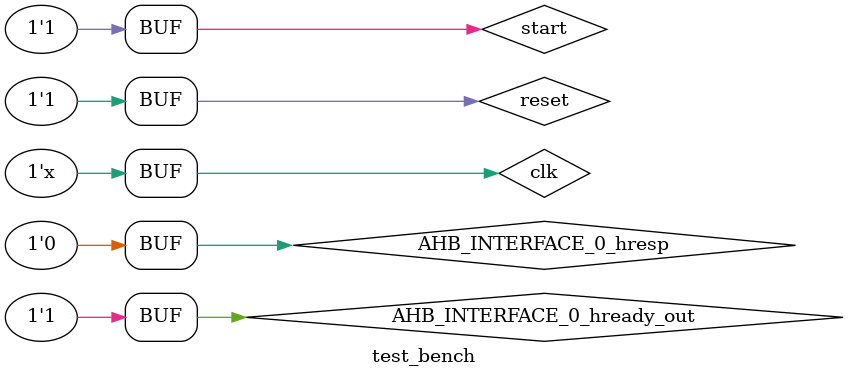
<source format=v>
`timescale 1ps / 1ps


module test_bench();
    reg clk;
    reg reset;
    wire [31:0] AHB_INTERFACE_0_haddr;
    wire [2:0] AHB_INTERFACE_0_hburst;
    wire [3:0] AHB_INTERFACE_0_hprot;
    reg [31:0] AHB_INTERFACE_0_hrdata;
    wire AHB_INTERFACE_0_hready_in;
    reg AHB_INTERFACE_0_hready_out;
    reg AHB_INTERFACE_0_hresp;
    wire [2:0] AHB_INTERFACE_0_hsize;
    wire [1:0] AHB_INTERFACE_0_htrans;
    wire [31:0] AHB_INTERFACE_0_hwdata;
    wire AHB_INTERFACE_0_hwrite;
    wire AHB_INTERFACE_0_sel;
    reg start;
    wire finish;
    wire state_test;

    
   
    
    vector_add sim(
    .clk(clk),
    .reset(reset),
    .AHB_INTERFACE_0_haddr(AHB_INTERFACE_0_haddr),
        .AHB_INTERFACE_0_hburst(AHB_INTERFACE_0_hburst),
        .AHB_INTERFACE_0_hprot(AHB_INTERFACE_0_hprot),
        .AHB_INTERFACE_0_hrdata(AHB_INTERFACE_0_hrdata),
        .AHB_INTERFACE_0_hready_in(AHB_INTERFACE_0_hready_in),
        .AHB_INTERFACE_0_hready_out(AHB_INTERFACE_0_hready_out),
        .AHB_INTERFACE_0_hresp(AHB_INTERFACE_0_hresp),
        .AHB_INTERFACE_0_hsize(AHB_INTERFACE_0_hsize),
        .AHB_INTERFACE_0_htrans(AHB_INTERFACE_0_htrans),
        .AHB_INTERFACE_0_hwdata(AHB_INTERFACE_0_hwdata),
        .AHB_INTERFACE_0_hwrite(AHB_INTERFACE_0_hwrite),
        .AHB_INTERFACE_0_sel(AHB_INTERFACE_0_sel),
        .start(start),
        .finish(finish),
        .state_test(state_test)
        );

        initial begin
            clk <= 1'b0;
            reset <= 1'b0;
            AHB_INTERFACE_0_hready_out <=1'b1;
            AHB_INTERFACE_0_hresp<= 1'b0;
            #30
            reset <= 1'b1;
            start<=1;
         end
         always@(*)
         begin
         #10 clk <= ~clk;
            case(AHB_INTERFACE_0_haddr)//address_offset 확인 
         (32'h4001_0000+0): begin 
          AHB_INTERFACE_0_hrdata<=32'hd132ec2e; 
          end
         (32'h4001_0000+4): begin 
          AHB_INTERFACE_0_hrdata<=32'hf5efeb1f; 
          end
         (32'h4001_0000+8): begin 
          AHB_INTERFACE_0_hrdata<=32'h00000025; 
          end
          (32'h4000_0000+0): begin 
          AHB_INTERFACE_0_hrdata<=32'h00000000; 
          end
         (32'h4000_0000+4): begin 
          AHB_INTERFACE_0_hrdata<=32'h00000000; 
          end
         (32'h4000_0000+8): begin 
          AHB_INTERFACE_0_hrdata<=32'h00000000; 
          end
         (32'h4000_0000+12): begin 
          AHB_INTERFACE_0_hrdata<=32'h00000000; 
          end
         (32'h4000_0000+16): begin 
          AHB_INTERFACE_0_hrdata<=32'h00000000; 
          end
         (32'h4000_0000+20): begin 
          AHB_INTERFACE_0_hrdata<=32'h00000000; 
          end
         (32'h4000_0000+24): begin 
          AHB_INTERFACE_0_hrdata<=32'h00000000; 
          end
         (32'h4000_0000+28): begin 
          AHB_INTERFACE_0_hrdata<=32'h00000000; 
          end
         (32'h4000_0000+32): begin 
          AHB_INTERFACE_0_hrdata<=32'h00000000; 
          end
         (32'h4000_0000+36): begin 
          AHB_INTERFACE_0_hrdata<=32'h00000000; 
          end
         (32'h4000_0000+40): begin 
          AHB_INTERFACE_0_hrdata<=32'h00000000; 
          end
         (32'h4000_0000+44): begin 
          AHB_INTERFACE_0_hrdata<=32'h00000000; 
          end
         (32'h4000_0000+48): begin 
          AHB_INTERFACE_0_hrdata<=32'h00000000; 
          end
         (32'h4000_0000+52): begin 
          AHB_INTERFACE_0_hrdata<=32'h00000000; 
          end
         (32'h4000_0000+56): begin 
          AHB_INTERFACE_0_hrdata<=32'h00000000; 
          end
         (32'h4000_0000+60): begin 
          AHB_INTERFACE_0_hrdata<=32'h00000000; 
          end
         (32'h4000_0000+64): begin 
          AHB_INTERFACE_0_hrdata<=32'h00000000; 
          end
         (32'h4000_0000+68): begin 
          AHB_INTERFACE_0_hrdata<=32'h00000000; 
          end
         (32'h4000_0000+72): begin 
          AHB_INTERFACE_0_hrdata<=32'h00000000; 
          end
         (32'h4000_0000+76): begin 
          AHB_INTERFACE_0_hrdata<=32'h00000000; 
          end
         (32'h4000_0000+80): begin 
          AHB_INTERFACE_0_hrdata<=32'h00000000; 
          end
         (32'h4000_0000+84): begin 
          AHB_INTERFACE_0_hrdata<=32'h00000000; 
          end
         (32'h4000_0000+88): begin 
          AHB_INTERFACE_0_hrdata<=32'h00000000; 
          end
         (32'h4000_0000+92): begin 
          AHB_INTERFACE_0_hrdata<=32'h00000000; 
          end
         (32'h4000_0000+96): begin 
          AHB_INTERFACE_0_hrdata<=32'h00000000; 
          end
         (32'h4000_0000+100): begin 
          AHB_INTERFACE_0_hrdata<=32'h00000000; 
          end
         (32'h4000_0000+104): begin 
          AHB_INTERFACE_0_hrdata<=32'h00000000; 
          end
         (32'h4000_0000+108): begin 
          AHB_INTERFACE_0_hrdata<=32'h00000000; 
          end
         (32'h4000_0000+112): begin 
          AHB_INTERFACE_0_hrdata<=32'h00000000; 
          end
         (32'h4000_0000+116): begin 
          AHB_INTERFACE_0_hrdata<=32'h00000000; 
          end
         (32'h4000_0000+120): begin 
          AHB_INTERFACE_0_hrdata<=32'h00000000; 
          end
         (32'h4000_0000+124): begin 
          AHB_INTERFACE_0_hrdata<=32'h00000000; 
          end
         (32'h4000_0000+128): begin 
          AHB_INTERFACE_0_hrdata<=32'h00000000; 
          end
         (32'h4000_0000+132): begin 
          AHB_INTERFACE_0_hrdata<=32'h00000000; 
          end
         (32'h4000_0000+136): begin 
          AHB_INTERFACE_0_hrdata<=32'h00000000; 
          end
         (32'h4000_0000+140): begin 
          AHB_INTERFACE_0_hrdata<=32'h00000000; 
          end
         (32'h4000_0000+144): begin 
          AHB_INTERFACE_0_hrdata<=32'h00000000; 
          end
         (32'h4000_0000+148): begin 
          AHB_INTERFACE_0_hrdata<=32'h00000000; 
          end
         (32'h4000_0000+152): begin 
          AHB_INTERFACE_0_hrdata<=32'h00000000; 
          end
         (32'h4000_0000+156): begin 
          AHB_INTERFACE_0_hrdata<=32'h00000000; 
          end
         (32'h4000_0000+160): begin 
          AHB_INTERFACE_0_hrdata<=32'h00000000; 
          end
         (32'h4000_0000+164): begin 
          AHB_INTERFACE_0_hrdata<=32'h00000000; 
          end
         (32'h4000_0000+168): begin 
          AHB_INTERFACE_0_hrdata<=32'h00000000; 
          end
         (32'h4000_0000+172): begin 
          AHB_INTERFACE_0_hrdata<=32'h00000000; 
          end
         (32'h4000_0000+176): begin 
          AHB_INTERFACE_0_hrdata<=32'h00000000; 
          end
         (32'h4000_0000+180): begin 
          AHB_INTERFACE_0_hrdata<=32'h00000000; 
          end
         (32'h4000_0000+184): begin 
          AHB_INTERFACE_0_hrdata<=32'h00000000; 
          end
         (32'h4000_0000+188): begin 
          AHB_INTERFACE_0_hrdata<=32'h00000000; 
          end
         (32'h4000_0000+192): begin 
          AHB_INTERFACE_0_hrdata<=32'h00000000; 
          end
         (32'h4000_0000+196): begin 
          AHB_INTERFACE_0_hrdata<=32'h00000000; 
          end
         (32'h4000_0000+200): begin 
          AHB_INTERFACE_0_hrdata<=32'h00000000; 
          end
         (32'h4000_0000+204): begin 
          AHB_INTERFACE_0_hrdata<=32'h00000000; 
          end
         (32'h4000_0000+208): begin 
          AHB_INTERFACE_0_hrdata<=32'h00000000; 
          end
         (32'h4000_0000+212): begin 
          AHB_INTERFACE_0_hrdata<=32'h00000000; 
          end
         (32'h4000_0000+216): begin 
          AHB_INTERFACE_0_hrdata<=32'h00000000; 
          end
         (32'h4000_0000+220): begin 
          AHB_INTERFACE_0_hrdata<=32'h00000000; 
          end
         (32'h4000_0000+224): begin 
          AHB_INTERFACE_0_hrdata<=32'h00000000; 
          end
         (32'h4000_0000+228): begin 
          AHB_INTERFACE_0_hrdata<=32'h00000000; 
          end
         (32'h4000_0000+232): begin 
          AHB_INTERFACE_0_hrdata<=32'h00000000; 
          end
         (32'h4000_0000+236): begin 
          AHB_INTERFACE_0_hrdata<=32'h00000000; 
          end
         (32'h4000_0000+240): begin 
          AHB_INTERFACE_0_hrdata<=32'h00000000; 
          end
         (32'h4000_0000+244): begin 
          AHB_INTERFACE_0_hrdata<=32'h00000000; 
          end
         (32'h4000_0000+248): begin 
          AHB_INTERFACE_0_hrdata<=32'h00000000; 
          end
         (32'h4000_0000+252): begin 
          AHB_INTERFACE_0_hrdata<=32'h00000000; 
          end
         (32'h4000_0000+256): begin 
          AHB_INTERFACE_0_hrdata<=32'h00000000; 
          end
         (32'h4000_0000+260): begin 
          AHB_INTERFACE_0_hrdata<=32'h00000000; 
          end
         (32'h4000_0000+264): begin 
          AHB_INTERFACE_0_hrdata<=32'h00000000; 
          end
         (32'h4000_0000+268): begin 
          AHB_INTERFACE_0_hrdata<=32'h00000000; 
          end
         (32'h4000_0000+272): begin 
          AHB_INTERFACE_0_hrdata<=32'h00000000; 
          end
         (32'h4000_0000+276): begin 
          AHB_INTERFACE_0_hrdata<=32'h00000000; 
          end
         (32'h4000_0000+280): begin 
          AHB_INTERFACE_0_hrdata<=32'h00000000; 
          end
         (32'h4000_0000+284): begin 
          AHB_INTERFACE_0_hrdata<=32'h00000000; 
          end
         (32'h4000_0000+288): begin 
          AHB_INTERFACE_0_hrdata<=32'h00000000; 
          end
         (32'h4000_0000+292): begin 
          AHB_INTERFACE_0_hrdata<=32'h00000000; 
          end
         (32'h4000_0000+296): begin 
          AHB_INTERFACE_0_hrdata<=32'h00000000; 
          end
         (32'h4000_0000+300): begin 
          AHB_INTERFACE_0_hrdata<=32'h00000000; 
          end
         (32'h4000_0000+304): begin 
          AHB_INTERFACE_0_hrdata<=32'h00000000; 
          end
         (32'h4000_0000+308): begin 
          AHB_INTERFACE_0_hrdata<=32'h00000000; 
          end
         (32'h4000_0000+312): begin 
          AHB_INTERFACE_0_hrdata<=32'h00000000; 
          end
         (32'h4000_0000+316): begin 
          AHB_INTERFACE_0_hrdata<=32'h00000000; 
          end
         (32'h4000_0000+320): begin 
          AHB_INTERFACE_0_hrdata<=32'h00000000; 
          end
         (32'h4000_0000+324): begin 
          AHB_INTERFACE_0_hrdata<=32'h00000000; 
          end
         (32'h4000_0000+328): begin 
          AHB_INTERFACE_0_hrdata<=32'h00000000; 
          end
         (32'h4000_0000+332): begin 
          AHB_INTERFACE_0_hrdata<=32'h00000000; 
          end
         (32'h4000_0000+336): begin 
          AHB_INTERFACE_0_hrdata<=32'h00000000; 
          end
         (32'h4000_0000+340): begin 
          AHB_INTERFACE_0_hrdata<=32'h00000000; 
          end
         (32'h4000_0000+344): begin 
          AHB_INTERFACE_0_hrdata<=32'h00000000; 
          end
         (32'h4000_0000+348): begin 
          AHB_INTERFACE_0_hrdata<=32'h00000000; 
          end
         (32'h4000_0000+352): begin 
          AHB_INTERFACE_0_hrdata<=32'h00000000; 
          end
         (32'h4000_0000+356): begin 
          AHB_INTERFACE_0_hrdata<=32'h00000000; 
          end
         (32'h4000_0000+360): begin 
          AHB_INTERFACE_0_hrdata<=32'h00000000; 
          end
         (32'h4000_0000+364): begin 
          AHB_INTERFACE_0_hrdata<=32'h00000000; 
          end
         (32'h4000_0000+368): begin 
          AHB_INTERFACE_0_hrdata<=32'h00000000; 
          end
         (32'h4000_0000+372): begin 
          AHB_INTERFACE_0_hrdata<=32'h00000000; 
          end
         (32'h4000_0000+376): begin 
          AHB_INTERFACE_0_hrdata<=32'h00000000; 
          end
         (32'h4000_0000+380): begin 
          AHB_INTERFACE_0_hrdata<=32'h00000000; 
          end
         (32'h4000_0000+384): begin 
          AHB_INTERFACE_0_hrdata<=32'h00000000; 
          end
         (32'h4000_0000+388): begin 
          AHB_INTERFACE_0_hrdata<=32'h00000000; 
          end
         (32'h4000_0000+392): begin 
          AHB_INTERFACE_0_hrdata<=32'h00000000; 
          end
         (32'h4000_0000+396): begin 
          AHB_INTERFACE_0_hrdata<=32'h00000000; 
          end
         (32'h4000_0000+400): begin 
          AHB_INTERFACE_0_hrdata<=32'h00000000; 
          end
         (32'h4000_0000+404): begin 
          AHB_INTERFACE_0_hrdata<=32'h00000000; 
          end
         (32'h4000_0000+408): begin 
          AHB_INTERFACE_0_hrdata<=32'h00000000; 
          end
         (32'h4000_0000+412): begin 
          AHB_INTERFACE_0_hrdata<=32'h00000000; 
          end
         (32'h4000_0000+416): begin 
          AHB_INTERFACE_0_hrdata<=32'h00000000; 
          end
         (32'h4000_0000+420): begin 
          AHB_INTERFACE_0_hrdata<=32'h00000000; 
          end
         (32'h4000_0000+424): begin 
          AHB_INTERFACE_0_hrdata<=32'h00000000; 
          end
         (32'h4000_0000+428): begin 
          AHB_INTERFACE_0_hrdata<=32'h00000000; 
          end
         (32'h4000_0000+432): begin 
          AHB_INTERFACE_0_hrdata<=32'h00000000; 
          end
         (32'h4000_0000+436): begin 
          AHB_INTERFACE_0_hrdata<=32'h00000000; 
          end
         (32'h4000_0000+440): begin 
          AHB_INTERFACE_0_hrdata<=32'h00000000; 
          end
         (32'h4000_0000+444): begin 
          AHB_INTERFACE_0_hrdata<=32'h00000000; 
          end
         (32'h4000_0000+448): begin 
          AHB_INTERFACE_0_hrdata<=32'h00000000; 
          end
         (32'h4000_0000+452): begin 
          AHB_INTERFACE_0_hrdata<=32'h00000000; 
          end
         (32'h4000_0000+456): begin 
          AHB_INTERFACE_0_hrdata<=32'h00000000; 
          end
         (32'h4000_0000+460): begin 
          AHB_INTERFACE_0_hrdata<=32'h00000000; 
          end
         (32'h4000_0000+464): begin 
          AHB_INTERFACE_0_hrdata<=32'h00000000; 
          end
         (32'h4000_0000+468): begin 
          AHB_INTERFACE_0_hrdata<=32'h00000000; 
          end
         (32'h4000_0000+472): begin 
          AHB_INTERFACE_0_hrdata<=32'h00000000; 
          end
         (32'h4000_0000+476): begin 
          AHB_INTERFACE_0_hrdata<=32'h00000000; 
          end
         (32'h4000_0000+480): begin 
          AHB_INTERFACE_0_hrdata<=32'h00000000; 
          end
         (32'h4000_0000+484): begin 
          AHB_INTERFACE_0_hrdata<=32'h00000000; 
          end
         (32'h4000_0000+488): begin 
          AHB_INTERFACE_0_hrdata<=32'h00000000; 
          end
         (32'h4000_0000+492): begin 
          AHB_INTERFACE_0_hrdata<=32'h00000000; 
          end
         (32'h4000_0000+496): begin 
          AHB_INTERFACE_0_hrdata<=32'h00000000; 
          end
         (32'h4000_0000+500): begin 
          AHB_INTERFACE_0_hrdata<=32'h00000000; 
          end
         (32'h4000_0000+504): begin 
          AHB_INTERFACE_0_hrdata<=32'h00000000; 
          end
         (32'h4000_0000+508): begin 
          AHB_INTERFACE_0_hrdata<=32'h00000000; 
          end
         (32'h4000_0000+512): begin 
          AHB_INTERFACE_0_hrdata<=32'h00000000; 
          end
         (32'h4000_0000+516): begin 
          AHB_INTERFACE_0_hrdata<=32'h00000000; 
          end
         (32'h4000_0000+520): begin 
          AHB_INTERFACE_0_hrdata<=32'h00000000; 
          end
         (32'h4000_0000+524): begin 
          AHB_INTERFACE_0_hrdata<=32'h00000000; 
          end
         (32'h4000_0000+528): begin 
          AHB_INTERFACE_0_hrdata<=32'h00000000; 
          end
         (32'h4000_0000+532): begin 
          AHB_INTERFACE_0_hrdata<=32'h00000000; 
          end
         (32'h4000_0000+536): begin 
          AHB_INTERFACE_0_hrdata<=32'h00000000; 
          end
         (32'h4000_0000+540): begin 
          AHB_INTERFACE_0_hrdata<=32'h00000000; 
          end
         (32'h4000_0000+544): begin 
          AHB_INTERFACE_0_hrdata<=32'h00000000; 
          end
         (32'h4000_0000+548): begin 
          AHB_INTERFACE_0_hrdata<=32'h00000000; 
          end
         (32'h4000_0000+552): begin 
          AHB_INTERFACE_0_hrdata<=32'h00000000; 
          end
         (32'h4000_0000+556): begin 
          AHB_INTERFACE_0_hrdata<=32'h00000000; 
          end
         (32'h4000_0000+560): begin 
          AHB_INTERFACE_0_hrdata<=32'h00000000; 
          end
         (32'h4000_0000+564): begin 
          AHB_INTERFACE_0_hrdata<=32'h00000000; 
          end
         (32'h4000_0000+568): begin 
          AHB_INTERFACE_0_hrdata<=32'h00000000; 
          end
         (32'h4000_0000+572): begin 
          AHB_INTERFACE_0_hrdata<=32'h00000000; 
          end
         (32'h4000_0000+576): begin 
          AHB_INTERFACE_0_hrdata<=32'h00000000; 
          end
         (32'h4000_0000+580): begin 
          AHB_INTERFACE_0_hrdata<=32'h00000000; 
          end
         (32'h4000_0000+584): begin 
          AHB_INTERFACE_0_hrdata<=32'h00000000; 
          end
         (32'h4000_0000+588): begin 
          AHB_INTERFACE_0_hrdata<=32'h00000000; 
          end
         (32'h4000_0000+592): begin 
          AHB_INTERFACE_0_hrdata<=32'h00000000; 
          end
         (32'h4000_0000+596): begin 
          AHB_INTERFACE_0_hrdata<=32'h00000000; 
          end
         (32'h4000_0000+600): begin 
          AHB_INTERFACE_0_hrdata<=32'h00000000; 
          end
         (32'h4000_0000+604): begin 
          AHB_INTERFACE_0_hrdata<=32'h00000000; 
          end
         (32'h4000_0000+608): begin 
          AHB_INTERFACE_0_hrdata<=32'h00000000; 
          end
         (32'h4000_0000+612): begin 
          AHB_INTERFACE_0_hrdata<=32'h00000000; 
          end
         (32'h4000_0000+616): begin 
          AHB_INTERFACE_0_hrdata<=32'h00000000; 
          end
         (32'h4000_0000+620): begin 
          AHB_INTERFACE_0_hrdata<=32'h00000000; 
          end
         (32'h4000_0000+624): begin 
          AHB_INTERFACE_0_hrdata<=32'h00000000; 
          end
         (32'h4000_0000+628): begin 
          AHB_INTERFACE_0_hrdata<=32'h00000000; 
          end
         (32'h4000_0000+632): begin 
          AHB_INTERFACE_0_hrdata<=32'h00000000; 
          end
         (32'h4000_0000+636): begin 
          AHB_INTERFACE_0_hrdata<=32'h00000000; 
          end
         (32'h4000_0000+640): begin 
          AHB_INTERFACE_0_hrdata<=32'h00000000; 
          end
         (32'h4000_0000+644): begin 
          AHB_INTERFACE_0_hrdata<=32'h00000000; 
          end
         (32'h4000_0000+648): begin 
          AHB_INTERFACE_0_hrdata<=32'h00000000; 
          end
         (32'h4000_0000+652): begin 
          AHB_INTERFACE_0_hrdata<=32'h00000000; 
          end
         (32'h4000_0000+656): begin 
          AHB_INTERFACE_0_hrdata<=32'h00000000; 
          end
         (32'h4000_0000+660): begin 
          AHB_INTERFACE_0_hrdata<=32'h00000000; 
          end
         (32'h4000_0000+664): begin 
          AHB_INTERFACE_0_hrdata<=32'h00000000; 
          end
         (32'h4000_0000+668): begin 
          AHB_INTERFACE_0_hrdata<=32'h00000000; 
          end
         (32'h4000_0000+672): begin 
          AHB_INTERFACE_0_hrdata<=32'h00000000; 
          end
         (32'h4000_0000+676): begin 
          AHB_INTERFACE_0_hrdata<=32'h00000000; 
          end
         (32'h4000_0000+680): begin 
          AHB_INTERFACE_0_hrdata<=32'h00000000; 
          end
         (32'h4000_0000+684): begin 
          AHB_INTERFACE_0_hrdata<=32'h00000000; 
          end
         (32'h4000_0000+688): begin 
          AHB_INTERFACE_0_hrdata<=32'h00000000; 
          end
         (32'h4000_0000+692): begin 
          AHB_INTERFACE_0_hrdata<=32'h00000000; 
          end
         (32'h4000_0000+696): begin 
          AHB_INTERFACE_0_hrdata<=32'h00000000; 
          end
         (32'h4000_0000+700): begin 
          AHB_INTERFACE_0_hrdata<=32'h00000000; 
          end
         (32'h4000_0000+704): begin 
          AHB_INTERFACE_0_hrdata<=32'h00000000; 
          end
         (32'h4000_0000+708): begin 
          AHB_INTERFACE_0_hrdata<=32'h00000000; 
          end
         (32'h4000_0000+712): begin 
          AHB_INTERFACE_0_hrdata<=32'h00000000; 
          end
         (32'h4000_0000+716): begin 
          AHB_INTERFACE_0_hrdata<=32'h00000000; 
          end
         (32'h4000_0000+720): begin 
          AHB_INTERFACE_0_hrdata<=32'h00000000; 
          end
         (32'h4000_0000+724): begin 
          AHB_INTERFACE_0_hrdata<=32'h00000000; 
          end
         (32'h4000_0000+728): begin 
          AHB_INTERFACE_0_hrdata<=32'h00000000; 
          end
         (32'h4000_0000+732): begin 
          AHB_INTERFACE_0_hrdata<=32'h00000000; 
          end
         (32'h4000_0000+736): begin 
          AHB_INTERFACE_0_hrdata<=32'h00000000; 
          end
         (32'h4000_0000+740): begin 
          AHB_INTERFACE_0_hrdata<=32'h00000000; 
          end
         (32'h4000_0000+744): begin 
          AHB_INTERFACE_0_hrdata<=32'h00000000; 
          end
         (32'h4000_0000+748): begin 
          AHB_INTERFACE_0_hrdata<=32'h00000000; 
          end
         (32'h4000_0000+752): begin 
          AHB_INTERFACE_0_hrdata<=32'h00000000; 
          end
         (32'h4000_0000+756): begin 
          AHB_INTERFACE_0_hrdata<=32'h00000000; 
          end
         (32'h4000_0000+760): begin 
          AHB_INTERFACE_0_hrdata<=32'h00000000; 
          end
         (32'h4000_0000+764): begin 
          AHB_INTERFACE_0_hrdata<=32'h00000000; 
          end
         (32'h4000_0000+768): begin 
          AHB_INTERFACE_0_hrdata<=32'h00000000; 
          end
         (32'h4000_0000+772): begin 
          AHB_INTERFACE_0_hrdata<=32'h00000000; 
          end
         (32'h4000_0000+776): begin 
          AHB_INTERFACE_0_hrdata<=32'h00000000; 
          end
         (32'h4000_0000+780): begin 
          AHB_INTERFACE_0_hrdata<=32'h00000000; 
          end
         (32'h4000_0000+784): begin 
          AHB_INTERFACE_0_hrdata<=32'h00000000; 
          end
         (32'h4000_0000+788): begin 
          AHB_INTERFACE_0_hrdata<=32'h00000000; 
          end
         (32'h4000_0000+792): begin 
          AHB_INTERFACE_0_hrdata<=32'h00000000; 
          end
         (32'h4000_0000+796): begin 
          AHB_INTERFACE_0_hrdata<=32'h00000000; 
          end
         (32'h4000_0000+800): begin 
          AHB_INTERFACE_0_hrdata<=32'h00000000; 
          end
         (32'h4000_0000+804): begin 
          AHB_INTERFACE_0_hrdata<=32'h00000000; 
          end
         (32'h4000_0000+808): begin 
          AHB_INTERFACE_0_hrdata<=32'h00000000; 
          end
         (32'h4000_0000+812): begin 
          AHB_INTERFACE_0_hrdata<=32'h00000000; 
          end
         (32'h4000_0000+816): begin 
          AHB_INTERFACE_0_hrdata<=32'h00000000; 
          end
         (32'h4000_0000+820): begin 
          AHB_INTERFACE_0_hrdata<=32'h00000000; 
          end
         (32'h4000_0000+824): begin 
          AHB_INTERFACE_0_hrdata<=32'h00000000; 
          end
         (32'h4000_0000+828): begin 
          AHB_INTERFACE_0_hrdata<=32'h00000000; 
          end
         (32'h4000_0000+832): begin 
          AHB_INTERFACE_0_hrdata<=32'h00000000; 
          end
         (32'h4000_0000+836): begin 
          AHB_INTERFACE_0_hrdata<=32'h00000000; 
          end
         (32'h4000_0000+840): begin 
          AHB_INTERFACE_0_hrdata<=32'h00000000; 
          end
         (32'h4000_0000+844): begin 
          AHB_INTERFACE_0_hrdata<=32'h00000000; 
          end
         (32'h4000_0000+848): begin 
          AHB_INTERFACE_0_hrdata<=32'h00000000; 
          end
         (32'h4000_0000+852): begin 
          AHB_INTERFACE_0_hrdata<=32'h00000000; 
          end
         (32'h4000_0000+856): begin 
          AHB_INTERFACE_0_hrdata<=32'h00000000; 
          end
         (32'h4000_0000+860): begin 
          AHB_INTERFACE_0_hrdata<=32'h00000000; 
          end
         (32'h4000_0000+864): begin 
          AHB_INTERFACE_0_hrdata<=32'h00000000; 
          end
         (32'h4000_0000+868): begin 
          AHB_INTERFACE_0_hrdata<=32'h00000000; 
          end
         (32'h4000_0000+872): begin 
          AHB_INTERFACE_0_hrdata<=32'h00000000; 
          end
         (32'h4000_0000+876): begin 
          AHB_INTERFACE_0_hrdata<=32'h00000000; 
          end
         (32'h4000_0000+880): begin 
          AHB_INTERFACE_0_hrdata<=32'h00000000; 
          end
         (32'h4000_0000+884): begin 
          AHB_INTERFACE_0_hrdata<=32'h00000000; 
          end
         (32'h4000_0000+888): begin 
          AHB_INTERFACE_0_hrdata<=32'h00000000; 
          end
         (32'h4000_0000+892): begin 
          AHB_INTERFACE_0_hrdata<=32'h00000000; 
          end
         (32'h4000_0000+896): begin 
          AHB_INTERFACE_0_hrdata<=32'h00000000; 
          end
         (32'h4000_0000+900): begin 
          AHB_INTERFACE_0_hrdata<=32'h00000000; 
          end
         (32'h4000_0000+904): begin 
          AHB_INTERFACE_0_hrdata<=32'h00000000; 
          end
         (32'h4000_0000+908): begin 
          AHB_INTERFACE_0_hrdata<=32'h00000000; 
          end
         (32'h4000_0000+912): begin 
          AHB_INTERFACE_0_hrdata<=32'h00000000; 
          end
         (32'h4000_0000+916): begin 
          AHB_INTERFACE_0_hrdata<=32'h00000000; 
          end
         (32'h4000_0000+920): begin 
          AHB_INTERFACE_0_hrdata<=32'h00000000; 
          end
         (32'h4000_0000+924): begin 
          AHB_INTERFACE_0_hrdata<=32'h00000000; 
          end
         (32'h4000_0000+928): begin 
          AHB_INTERFACE_0_hrdata<=32'h00000000; 
          end
         (32'h4000_0000+932): begin 
          AHB_INTERFACE_0_hrdata<=32'h00000000; 
          end
         (32'h4000_0000+936): begin 
          AHB_INTERFACE_0_hrdata<=32'h00000000; 
          end
         (32'h4000_0000+940): begin 
          AHB_INTERFACE_0_hrdata<=32'h00000000; 
          end
         (32'h4000_0000+944): begin 
          AHB_INTERFACE_0_hrdata<=32'h00000000; 
          end
         (32'h4000_0000+948): begin 
          AHB_INTERFACE_0_hrdata<=32'h00000000; 
          end
         (32'h4000_0000+952): begin 
          AHB_INTERFACE_0_hrdata<=32'h00000000; 
          end
         (32'h4000_0000+956): begin 
          AHB_INTERFACE_0_hrdata<=32'h00000000; 
          end
         (32'h4000_0000+960): begin 
          AHB_INTERFACE_0_hrdata<=32'h00000000; 
          end
         (32'h4000_0000+964): begin 
          AHB_INTERFACE_0_hrdata<=32'h00000000; 
          end
         (32'h4000_0000+968): begin 
          AHB_INTERFACE_0_hrdata<=32'h00000000; 
          end
         (32'h4000_0000+972): begin 
          AHB_INTERFACE_0_hrdata<=32'h00000000; 
          end
         (32'h4000_0000+976): begin 
          AHB_INTERFACE_0_hrdata<=32'h00000000; 
          end
         (32'h4000_0000+980): begin 
          AHB_INTERFACE_0_hrdata<=32'h00000000; 
          end
         (32'h4000_0000+984): begin 
          AHB_INTERFACE_0_hrdata<=32'h00000000; 
          end
         (32'h4000_0000+988): begin 
          AHB_INTERFACE_0_hrdata<=32'h00000000; 
          end
         (32'h4000_0000+992): begin 
          AHB_INTERFACE_0_hrdata<=32'h00000000; 
          end
         (32'h4000_0000+996): begin 
          AHB_INTERFACE_0_hrdata<=32'h00000000; 
          end
         (32'h4000_0000+1000): begin 
          AHB_INTERFACE_0_hrdata<=32'h00000000; 
          end
         (32'h4000_0000+1004): begin 
          AHB_INTERFACE_0_hrdata<=32'h00000000; 
          end
         (32'h4000_0000+1008): begin 
          AHB_INTERFACE_0_hrdata<=32'h00000000; 
          end
         (32'h4000_0000+1012): begin 
          AHB_INTERFACE_0_hrdata<=32'h00000000; 
          end
         (32'h4000_0000+1016): begin 
          AHB_INTERFACE_0_hrdata<=32'h00000000; 
          end
         (32'h4000_0000+1020): begin 
          AHB_INTERFACE_0_hrdata<=32'h00000000; 
          end
         (32'h4000_0000+1024): begin 
          AHB_INTERFACE_0_hrdata<=32'h00000000; 
          end
         (32'h4000_0000+1028): begin 
          AHB_INTERFACE_0_hrdata<=32'h00000000; 
          end
         (32'h4000_0000+1032): begin 
          AHB_INTERFACE_0_hrdata<=32'h00000000; 
          end
         (32'h4000_0000+1036): begin 
          AHB_INTERFACE_0_hrdata<=32'h00000000; 
          end
         (32'h4000_0000+1040): begin 
          AHB_INTERFACE_0_hrdata<=32'h00000000; 
          end
         (32'h4000_0000+1044): begin 
          AHB_INTERFACE_0_hrdata<=32'h00000000; 
          end
         (32'h4000_0000+1048): begin 
          AHB_INTERFACE_0_hrdata<=32'h00000000; 
          end
         (32'h4000_0000+1052): begin 
          AHB_INTERFACE_0_hrdata<=32'h00000000; 
          end
         (32'h4000_0000+1056): begin 
          AHB_INTERFACE_0_hrdata<=32'h00000000; 
          end
         (32'h4000_0000+1060): begin 
          AHB_INTERFACE_0_hrdata<=32'h00000000; 
          end
         (32'h4000_0000+1064): begin 
          AHB_INTERFACE_0_hrdata<=32'h00000000; 
          end
         (32'h4000_0000+1068): begin 
          AHB_INTERFACE_0_hrdata<=32'h00000000; 
          end
         (32'h4000_0000+1072): begin 
          AHB_INTERFACE_0_hrdata<=32'h00000000; 
          end
         (32'h4000_0000+1076): begin 
          AHB_INTERFACE_0_hrdata<=32'h00000000; 
          end
         (32'h4000_0000+1080): begin 
          AHB_INTERFACE_0_hrdata<=32'h00000000; 
          end
         (32'h4000_0000+1084): begin 
          AHB_INTERFACE_0_hrdata<=32'h00000000; 
          end
         (32'h4000_0000+1088): begin 
          AHB_INTERFACE_0_hrdata<=32'h00000000; 
          end
         (32'h4000_0000+1092): begin 
          AHB_INTERFACE_0_hrdata<=32'h00000000; 
          end
         (32'h4000_0000+1096): begin 
          AHB_INTERFACE_0_hrdata<=32'h00000000; 
          end
         (32'h4000_0000+1100): begin 
          AHB_INTERFACE_0_hrdata<=32'h00000000; 
          end
         (32'h4000_0000+1104): begin 
          AHB_INTERFACE_0_hrdata<=32'h00000000; 
          end
         (32'h4000_0000+1108): begin 
          AHB_INTERFACE_0_hrdata<=32'h00000000; 
          end
         (32'h4000_0000+1112): begin 
          AHB_INTERFACE_0_hrdata<=32'h00000000; 
          end
         (32'h4000_0000+1116): begin 
          AHB_INTERFACE_0_hrdata<=32'h00000000; 
          end
         (32'h4000_0000+1120): begin 
          AHB_INTERFACE_0_hrdata<=32'h00000000; 
          end
         (32'h4000_0000+1124): begin 
          AHB_INTERFACE_0_hrdata<=32'h00000000; 
          end
         (32'h4000_0000+1128): begin 
          AHB_INTERFACE_0_hrdata<=32'h00000000; 
          end
         (32'h4000_0000+1132): begin 
          AHB_INTERFACE_0_hrdata<=32'h00000000; 
          end
         (32'h4000_0000+1136): begin 
          AHB_INTERFACE_0_hrdata<=32'h00000000; 
          end
         (32'h4000_0000+1140): begin 
          AHB_INTERFACE_0_hrdata<=32'h00000000; 
          end
         (32'h4000_0000+1144): begin 
          AHB_INTERFACE_0_hrdata<=32'h00000000; 
          end
         (32'h4000_0000+1148): begin 
          AHB_INTERFACE_0_hrdata<=32'h00000000; 
          end
         (32'h4000_0000+1152): begin 
          AHB_INTERFACE_0_hrdata<=32'h00000000; 
          end
         (32'h4000_0000+1156): begin 
          AHB_INTERFACE_0_hrdata<=32'h00000000; 
          end
         (32'h4000_0000+1160): begin 
          AHB_INTERFACE_0_hrdata<=32'h00000000; 
          end
         (32'h4000_0000+1164): begin 
          AHB_INTERFACE_0_hrdata<=32'h00000000; 
          end
         (32'h4000_0000+1168): begin 
          AHB_INTERFACE_0_hrdata<=32'h00000000; 
          end
         (32'h4000_0000+1172): begin 
          AHB_INTERFACE_0_hrdata<=32'h00000000; 
          end
         (32'h4000_0000+1176): begin 
          AHB_INTERFACE_0_hrdata<=32'h00000000; 
          end
         (32'h4000_0000+1180): begin 
          AHB_INTERFACE_0_hrdata<=32'h00000000; 
          end
         (32'h4000_0000+1184): begin 
          AHB_INTERFACE_0_hrdata<=32'h00000000; 
          end
         (32'h4000_0000+1188): begin 
          AHB_INTERFACE_0_hrdata<=32'h00000000; 
          end
         (32'h4000_0000+1192): begin 
          AHB_INTERFACE_0_hrdata<=32'h00000000; 
          end
         (32'h4000_0000+1196): begin 
          AHB_INTERFACE_0_hrdata<=32'h00000000; 
          end
         (32'h4000_0000+1200): begin 
          AHB_INTERFACE_0_hrdata<=32'h00000000; 
          end
         (32'h4000_0000+1204): begin 
          AHB_INTERFACE_0_hrdata<=32'h00000000; 
          end
         (32'h4000_0000+1208): begin 
          AHB_INTERFACE_0_hrdata<=32'h00000000; 
          end
         (32'h4000_0000+1212): begin 
          AHB_INTERFACE_0_hrdata<=32'h00000000; 
          end
         (32'h4000_0000+1216): begin 
          AHB_INTERFACE_0_hrdata<=32'h00000000; 
          end
         (32'h4000_0000+1220): begin 
          AHB_INTERFACE_0_hrdata<=32'h00000000; 
          end
         (32'h4000_0000+1224): begin 
          AHB_INTERFACE_0_hrdata<=32'h00000000; 
          end
         (32'h4000_0000+1228): begin 
          AHB_INTERFACE_0_hrdata<=32'h00000000; 
          end
         (32'h4000_0000+1232): begin 
          AHB_INTERFACE_0_hrdata<=32'h00000000; 
          end
         (32'h4000_0000+1236): begin 
          AHB_INTERFACE_0_hrdata<=32'h00000000; 
          end
         (32'h4000_0000+1240): begin 
          AHB_INTERFACE_0_hrdata<=32'h00000000; 
          end
         (32'h4000_0000+1244): begin 
          AHB_INTERFACE_0_hrdata<=32'h00000000; 
          end
         (32'h4000_0000+1248): begin 
          AHB_INTERFACE_0_hrdata<=32'h00000000; 
          end
         (32'h4000_0000+1252): begin 
          AHB_INTERFACE_0_hrdata<=32'h00000000; 
          end
         (32'h4000_0000+1256): begin 
          AHB_INTERFACE_0_hrdata<=32'h00000000; 
          end
         (32'h4000_0000+1260): begin 
          AHB_INTERFACE_0_hrdata<=32'h00000000; 
          end
         (32'h4000_0000+1264): begin 
          AHB_INTERFACE_0_hrdata<=32'h00000000; 
          end
         (32'h4000_0000+1268): begin 
          AHB_INTERFACE_0_hrdata<=32'h00000000; 
          end
         (32'h4000_0000+1272): begin 
          AHB_INTERFACE_0_hrdata<=32'h00000000; 
          end
         (32'h4000_0000+1276): begin 
          AHB_INTERFACE_0_hrdata<=32'h00000000; 
          end
         (32'h4000_0000+1280): begin 
          AHB_INTERFACE_0_hrdata<=32'h00000000; 
          end
         (32'h4000_0000+1284): begin 
          AHB_INTERFACE_0_hrdata<=32'h00000000; 
          end
         (32'h4000_0000+1288): begin 
          AHB_INTERFACE_0_hrdata<=32'h00000000; 
          end
         (32'h4000_0000+1292): begin 
          AHB_INTERFACE_0_hrdata<=32'h00000000; 
          end
         (32'h4000_0000+1296): begin 
          AHB_INTERFACE_0_hrdata<=32'h00000000; 
          end
         (32'h4000_0000+1300): begin 
          AHB_INTERFACE_0_hrdata<=32'h02020000; 
          end
         (32'h4000_0000+1304): begin 
          AHB_INTERFACE_0_hrdata<=32'h02020202; 
          end
         (32'h4000_0000+1308): begin 
          AHB_INTERFACE_0_hrdata<=32'h13020202; 
          end
         (32'h4000_0000+1312): begin 
          AHB_INTERFACE_0_hrdata<=32'h15151313; 
          end
         (32'h4000_0000+1316): begin 
          AHB_INTERFACE_0_hrdata<=32'h1b1b1b15; 
          end
         (32'h4000_0000+1320): begin 
          AHB_INTERFACE_0_hrdata<=32'h19040404; 
          end
         (32'h4000_0000+1324): begin 
          AHB_INTERFACE_0_hrdata<=32'h27271919; 
          end
         (32'h4000_0000+1328): begin 
          AHB_INTERFACE_0_hrdata<=32'h26262627; 
          end
         (32'h4000_0000+1332): begin 
          AHB_INTERFACE_0_hrdata<=32'h00131313; 
          end
         (32'h4000_0000+1336): begin 
          AHB_INTERFACE_0_hrdata<=32'h00000000; 
          end
         (32'h4000_0000+1340): begin 
          AHB_INTERFACE_0_hrdata<=32'h00000000; 
          end
         (32'h4000_0000+1344): begin 
          AHB_INTERFACE_0_hrdata<=32'h00000000; 
          end
         (32'h4000_0000+1348): begin 
          AHB_INTERFACE_0_hrdata<=32'h00000000; 
          end
         (32'h4000_0000+1352): begin 
          AHB_INTERFACE_0_hrdata<=32'h00000000; 
          end
         (32'h4000_0000+1356): begin 
          AHB_INTERFACE_0_hrdata<=32'h00000000; 
          end
         (32'h4000_0000+1360): begin 
          AHB_INTERFACE_0_hrdata<=32'h00000000; 
          end
         (32'h4000_0000+1364): begin 
          AHB_INTERFACE_0_hrdata<=32'h00000000; 
          end
         (32'h4000_0000+1368): begin 
          AHB_INTERFACE_0_hrdata<=32'h00000000; 
          end
         (32'h4000_0000+1372): begin 
          AHB_INTERFACE_0_hrdata<=32'h00000000; 
          end
         (32'h4000_0000+1376): begin 
          AHB_INTERFACE_0_hrdata<=32'h00000000; 
          end
         (32'h4000_0000+1380): begin 
          AHB_INTERFACE_0_hrdata<=32'h00000000; 
          end
         (32'h4000_0000+1384): begin 
          AHB_INTERFACE_0_hrdata<=32'h02020000; 
          end
         (32'h4000_0000+1388): begin 
          AHB_INTERFACE_0_hrdata<=32'h02020202; 
          end
         (32'h4000_0000+1392): begin 
          AHB_INTERFACE_0_hrdata<=32'h13020202; 
          end
         (32'h4000_0000+1396): begin 
          AHB_INTERFACE_0_hrdata<=32'h15151313; 
          end
         (32'h4000_0000+1400): begin 
          AHB_INTERFACE_0_hrdata<=32'h1b1b1b15; 
          end
         (32'h4000_0000+1404): begin 
          AHB_INTERFACE_0_hrdata<=32'h19040404; 
          end
         (32'h4000_0000+1408): begin 
          AHB_INTERFACE_0_hrdata<=32'h27271919; 
          end
         (32'h4000_0000+1412): begin 
          AHB_INTERFACE_0_hrdata<=32'h26262627; 
          end
         (32'h4000_0000+1416): begin 
          AHB_INTERFACE_0_hrdata<=32'h00131313; 
          end
         (32'h4000_0000+1420): begin 
          AHB_INTERFACE_0_hrdata<=32'h00000000; 
          end
         (32'h4000_0000+1424): begin 
          AHB_INTERFACE_0_hrdata<=32'h00000000; 
          end
         (32'h4000_0000+1428): begin 
          AHB_INTERFACE_0_hrdata<=32'h00000000; 
          end
         (32'h4000_0000+1432): begin 
          AHB_INTERFACE_0_hrdata<=32'h00000000; 
          end
         (32'h4000_0000+1436): begin 
          AHB_INTERFACE_0_hrdata<=32'h00000000; 
          end
         (32'h4000_0000+1440): begin 
          AHB_INTERFACE_0_hrdata<=32'h00000000; 
          end
         (32'h4000_0000+1444): begin 
          AHB_INTERFACE_0_hrdata<=32'h00000000; 
          end
         (32'h4000_0000+1448): begin 
          AHB_INTERFACE_0_hrdata<=32'h00000000; 
          end
         (32'h4000_0000+1452): begin 
          AHB_INTERFACE_0_hrdata<=32'h00000000; 
          end
         (32'h4000_0000+1456): begin 
          AHB_INTERFACE_0_hrdata<=32'h00000000; 
          end
         (32'h4000_0000+1460): begin 
          AHB_INTERFACE_0_hrdata<=32'h00000000; 
          end
         (32'h4000_0000+1464): begin 
          AHB_INTERFACE_0_hrdata<=32'h00000000; 
          end
         (32'h4000_0000+1468): begin 
          AHB_INTERFACE_0_hrdata<=32'h02020000; 
          end
         (32'h4000_0000+1472): begin 
          AHB_INTERFACE_0_hrdata<=32'h02020202; 
          end
         (32'h4000_0000+1476): begin 
          AHB_INTERFACE_0_hrdata<=32'h13020202; 
          end
         (32'h4000_0000+1480): begin 
          AHB_INTERFACE_0_hrdata<=32'h15151313; 
          end
         (32'h4000_0000+1484): begin 
          AHB_INTERFACE_0_hrdata<=32'h1b1b1b15; 
          end
         (32'h4000_0000+1488): begin 
          AHB_INTERFACE_0_hrdata<=32'h19040404; 
          end
         (32'h4000_0000+1492): begin 
          AHB_INTERFACE_0_hrdata<=32'h27271919; 
          end
         (32'h4000_0000+1496): begin 
          AHB_INTERFACE_0_hrdata<=32'h26262627; 
          end
         (32'h4000_0000+1500): begin 
          AHB_INTERFACE_0_hrdata<=32'h00131313; 
          end
         (32'h4000_0000+1504): begin 
          AHB_INTERFACE_0_hrdata<=32'h00000000; 
          end
         (32'h4000_0000+1508): begin 
          AHB_INTERFACE_0_hrdata<=32'h00000000; 
          end
         (32'h4000_0000+1512): begin 
          AHB_INTERFACE_0_hrdata<=32'h00000000; 
          end
         (32'h4000_0000+1516): begin 
          AHB_INTERFACE_0_hrdata<=32'h00000000; 
          end
         (32'h4000_0000+1520): begin 
          AHB_INTERFACE_0_hrdata<=32'h00000000; 
          end
         (32'h4000_0000+1524): begin 
          AHB_INTERFACE_0_hrdata<=32'h00000000; 
          end
         (32'h4000_0000+1528): begin 
          AHB_INTERFACE_0_hrdata<=32'h00000000; 
          end
         (32'h4000_0000+1532): begin 
          AHB_INTERFACE_0_hrdata<=32'h00000000; 
          end
         (32'h4000_0000+1536): begin 
          AHB_INTERFACE_0_hrdata<=32'h04000000; 
          end
         (32'h4000_0000+1540): begin 
          AHB_INTERFACE_0_hrdata<=32'h05050404; 
          end
         (32'h4000_0000+1544): begin 
          AHB_INTERFACE_0_hrdata<=32'h0e0e0e05; 
          end
         (32'h4000_0000+1548): begin 
          AHB_INTERFACE_0_hrdata<=32'h1a181818; 
          end
         (32'h4000_0000+1552): begin 
          AHB_INTERFACE_0_hrdata<=32'h27271a1a; 
          end
         (32'h4000_0000+1556): begin 
          AHB_INTERFACE_0_hrdata<=32'h27272727; 
          end
         (32'h4000_0000+1560): begin 
          AHB_INTERFACE_0_hrdata<=32'h27272727; 
          end
         (32'h4000_0000+1564): begin 
          AHB_INTERFACE_0_hrdata<=32'h27272727; 
          end
         (32'h4000_0000+1568): begin 
          AHB_INTERFACE_0_hrdata<=32'h23232327; 
          end
         (32'h4000_0000+1572): begin 
          AHB_INTERFACE_0_hrdata<=32'h271a1a1a; 
          end
         (32'h4000_0000+1576): begin 
          AHB_INTERFACE_0_hrdata<=32'h25252727; 
          end
         (32'h4000_0000+1580): begin 
          AHB_INTERFACE_0_hrdata<=32'h1e1e1e25; 
          end
         (32'h4000_0000+1584): begin 
          AHB_INTERFACE_0_hrdata<=32'h000a0a0a; 
          end
         (32'h4000_0000+1588): begin 
          AHB_INTERFACE_0_hrdata<=32'h00000000; 
          end
         (32'h4000_0000+1592): begin 
          AHB_INTERFACE_0_hrdata<=32'h00000000; 
          end
         (32'h4000_0000+1596): begin 
          AHB_INTERFACE_0_hrdata<=32'h00000000; 
          end
         (32'h4000_0000+1600): begin 
          AHB_INTERFACE_0_hrdata<=32'h00000000; 
          end
         (32'h4000_0000+1604): begin 
          AHB_INTERFACE_0_hrdata<=32'h00000000; 
          end
         (32'h4000_0000+1608): begin 
          AHB_INTERFACE_0_hrdata<=32'h00000000; 
          end
         (32'h4000_0000+1612): begin 
          AHB_INTERFACE_0_hrdata<=32'h00000000; 
          end
         (32'h4000_0000+1616): begin 
          AHB_INTERFACE_0_hrdata<=32'h00000000; 
          end
         (32'h4000_0000+1620): begin 
          AHB_INTERFACE_0_hrdata<=32'h04000000; 
          end
         (32'h4000_0000+1624): begin 
          AHB_INTERFACE_0_hrdata<=32'h05050404; 
          end
         (32'h4000_0000+1628): begin 
          AHB_INTERFACE_0_hrdata<=32'h0e0e0e05; 
          end
         (32'h4000_0000+1632): begin 
          AHB_INTERFACE_0_hrdata<=32'h1a181818; 
          end
         (32'h4000_0000+1636): begin 
          AHB_INTERFACE_0_hrdata<=32'h27271a1a; 
          end
         (32'h4000_0000+1640): begin 
          AHB_INTERFACE_0_hrdata<=32'h27272727; 
          end
         (32'h4000_0000+1644): begin 
          AHB_INTERFACE_0_hrdata<=32'h27272727; 
          end
         (32'h4000_0000+1648): begin 
          AHB_INTERFACE_0_hrdata<=32'h27272727; 
          end
         (32'h4000_0000+1652): begin 
          AHB_INTERFACE_0_hrdata<=32'h23232327; 
          end
         (32'h4000_0000+1656): begin 
          AHB_INTERFACE_0_hrdata<=32'h271a1a1a; 
          end
         (32'h4000_0000+1660): begin 
          AHB_INTERFACE_0_hrdata<=32'h25252727; 
          end
         (32'h4000_0000+1664): begin 
          AHB_INTERFACE_0_hrdata<=32'h1e1e1e25; 
          end
         (32'h4000_0000+1668): begin 
          AHB_INTERFACE_0_hrdata<=32'h000a0a0a; 
          end
         (32'h4000_0000+1672): begin 
          AHB_INTERFACE_0_hrdata<=32'h00000000; 
          end
         (32'h4000_0000+1676): begin 
          AHB_INTERFACE_0_hrdata<=32'h00000000; 
          end
         (32'h4000_0000+1680): begin 
          AHB_INTERFACE_0_hrdata<=32'h00000000; 
          end
         (32'h4000_0000+1684): begin 
          AHB_INTERFACE_0_hrdata<=32'h00000000; 
          end
         (32'h4000_0000+1688): begin 
          AHB_INTERFACE_0_hrdata<=32'h00000000; 
          end
         (32'h4000_0000+1692): begin 
          AHB_INTERFACE_0_hrdata<=32'h00000000; 
          end
         (32'h4000_0000+1696): begin 
          AHB_INTERFACE_0_hrdata<=32'h00000000; 
          end
         (32'h4000_0000+1700): begin 
          AHB_INTERFACE_0_hrdata<=32'h00000000; 
          end
         (32'h4000_0000+1704): begin 
          AHB_INTERFACE_0_hrdata<=32'h04000000; 
          end
         (32'h4000_0000+1708): begin 
          AHB_INTERFACE_0_hrdata<=32'h05050404; 
          end
         (32'h4000_0000+1712): begin 
          AHB_INTERFACE_0_hrdata<=32'h0e0e0e05; 
          end
         (32'h4000_0000+1716): begin 
          AHB_INTERFACE_0_hrdata<=32'h1a181818; 
          end
         (32'h4000_0000+1720): begin 
          AHB_INTERFACE_0_hrdata<=32'h27271a1a; 
          end
         (32'h4000_0000+1724): begin 
          AHB_INTERFACE_0_hrdata<=32'h27272727; 
          end
         (32'h4000_0000+1728): begin 
          AHB_INTERFACE_0_hrdata<=32'h27272727; 
          end
         (32'h4000_0000+1732): begin 
          AHB_INTERFACE_0_hrdata<=32'h27272727; 
          end
         (32'h4000_0000+1736): begin 
          AHB_INTERFACE_0_hrdata<=32'h23232327; 
          end
         (32'h4000_0000+1740): begin 
          AHB_INTERFACE_0_hrdata<=32'h271a1a1a; 
          end
         (32'h4000_0000+1744): begin 
          AHB_INTERFACE_0_hrdata<=32'h25252727; 
          end
         (32'h4000_0000+1748): begin 
          AHB_INTERFACE_0_hrdata<=32'h1e1e1e25; 
          end
         (32'h4000_0000+1752): begin 
          AHB_INTERFACE_0_hrdata<=32'h000a0a0a; 
          end
         (32'h4000_0000+1756): begin 
          AHB_INTERFACE_0_hrdata<=32'h00000000; 
          end
         (32'h4000_0000+1760): begin 
          AHB_INTERFACE_0_hrdata<=32'h00000000; 
          end
         (32'h4000_0000+1764): begin 
          AHB_INTERFACE_0_hrdata<=32'h00000000; 
          end
         (32'h4000_0000+1768): begin 
          AHB_INTERFACE_0_hrdata<=32'h00000000; 
          end
         (32'h4000_0000+1772): begin 
          AHB_INTERFACE_0_hrdata<=32'h00000000; 
          end
         (32'h4000_0000+1776): begin 
          AHB_INTERFACE_0_hrdata<=32'h00000000; 
          end
         (32'h4000_0000+1780): begin 
          AHB_INTERFACE_0_hrdata<=32'h00000000; 
          end
         (32'h4000_0000+1784): begin 
          AHB_INTERFACE_0_hrdata<=32'h00000000; 
          end
         (32'h4000_0000+1788): begin 
          AHB_INTERFACE_0_hrdata<=32'h25070707; 
          end
         (32'h4000_0000+1792): begin 
          AHB_INTERFACE_0_hrdata<=32'h27272525; 
          end
         (32'h4000_0000+1796): begin 
          AHB_INTERFACE_0_hrdata<=32'h27272727; 
          end
         (32'h4000_0000+1800): begin 
          AHB_INTERFACE_0_hrdata<=32'h27272727; 
          end
         (32'h4000_0000+1804): begin 
          AHB_INTERFACE_0_hrdata<=32'h27272727; 
          end
         (32'h4000_0000+1808): begin 
          AHB_INTERFACE_0_hrdata<=32'h27272727; 
          end
         (32'h4000_0000+1812): begin 
          AHB_INTERFACE_0_hrdata<=32'h27272727; 
          end
         (32'h4000_0000+1816): begin 
          AHB_INTERFACE_0_hrdata<=32'h27272727; 
          end
         (32'h4000_0000+1820): begin 
          AHB_INTERFACE_0_hrdata<=32'h0e0e0e27; 
          end
         (32'h4000_0000+1824): begin 
          AHB_INTERFACE_0_hrdata<=32'h0c0c0c0c; 
          end
         (32'h4000_0000+1828): begin 
          AHB_INTERFACE_0_hrdata<=32'h08080c0c; 
          end
         (32'h4000_0000+1832): begin 
          AHB_INTERFACE_0_hrdata<=32'h05050508; 
          end
         (32'h4000_0000+1836): begin 
          AHB_INTERFACE_0_hrdata<=32'h00000000; 
          end
         (32'h4000_0000+1840): begin 
          AHB_INTERFACE_0_hrdata<=32'h00000000; 
          end
         (32'h4000_0000+1844): begin 
          AHB_INTERFACE_0_hrdata<=32'h00000000; 
          end
         (32'h4000_0000+1848): begin 
          AHB_INTERFACE_0_hrdata<=32'h00000000; 
          end
         (32'h4000_0000+1852): begin 
          AHB_INTERFACE_0_hrdata<=32'h00000000; 
          end
         (32'h4000_0000+1856): begin 
          AHB_INTERFACE_0_hrdata<=32'h00000000; 
          end
         (32'h4000_0000+1860): begin 
          AHB_INTERFACE_0_hrdata<=32'h00000000; 
          end
         (32'h4000_0000+1864): begin 
          AHB_INTERFACE_0_hrdata<=32'h00000000; 
          end
         (32'h4000_0000+1868): begin 
          AHB_INTERFACE_0_hrdata<=32'h00000000; 
          end
         (32'h4000_0000+1872): begin 
          AHB_INTERFACE_0_hrdata<=32'h25070707; 
          end
         (32'h4000_0000+1876): begin 
          AHB_INTERFACE_0_hrdata<=32'h27272525; 
          end
         (32'h4000_0000+1880): begin 
          AHB_INTERFACE_0_hrdata<=32'h27272727; 
          end
         (32'h4000_0000+1884): begin 
          AHB_INTERFACE_0_hrdata<=32'h27272727; 
          end
         (32'h4000_0000+1888): begin 
          AHB_INTERFACE_0_hrdata<=32'h27272727; 
          end
         (32'h4000_0000+1892): begin 
          AHB_INTERFACE_0_hrdata<=32'h27272727; 
          end
         (32'h4000_0000+1896): begin 
          AHB_INTERFACE_0_hrdata<=32'h27272727; 
          end
         (32'h4000_0000+1900): begin 
          AHB_INTERFACE_0_hrdata<=32'h27272727; 
          end
         (32'h4000_0000+1904): begin 
          AHB_INTERFACE_0_hrdata<=32'h0e0e0e27; 
          end
         (32'h4000_0000+1908): begin 
          AHB_INTERFACE_0_hrdata<=32'h0c0c0c0c; 
          end
         (32'h4000_0000+1912): begin 
          AHB_INTERFACE_0_hrdata<=32'h08080c0c; 
          end
         (32'h4000_0000+1916): begin 
          AHB_INTERFACE_0_hrdata<=32'h05050508; 
          end
         (32'h4000_0000+1920): begin 
          AHB_INTERFACE_0_hrdata<=32'h00000000; 
          end
         (32'h4000_0000+1924): begin 
          AHB_INTERFACE_0_hrdata<=32'h00000000; 
          end
         (32'h4000_0000+1928): begin 
          AHB_INTERFACE_0_hrdata<=32'h00000000; 
          end
         (32'h4000_0000+1932): begin 
          AHB_INTERFACE_0_hrdata<=32'h00000000; 
          end
         (32'h4000_0000+1936): begin 
          AHB_INTERFACE_0_hrdata<=32'h00000000; 
          end
         (32'h4000_0000+1940): begin 
          AHB_INTERFACE_0_hrdata<=32'h00000000; 
          end
         (32'h4000_0000+1944): begin 
          AHB_INTERFACE_0_hrdata<=32'h00000000; 
          end
         (32'h4000_0000+1948): begin 
          AHB_INTERFACE_0_hrdata<=32'h00000000; 
          end
         (32'h4000_0000+1952): begin 
          AHB_INTERFACE_0_hrdata<=32'h00000000; 
          end
         (32'h4000_0000+1956): begin 
          AHB_INTERFACE_0_hrdata<=32'h25070707; 
          end
         (32'h4000_0000+1960): begin 
          AHB_INTERFACE_0_hrdata<=32'h27272525; 
          end
         (32'h4000_0000+1964): begin 
          AHB_INTERFACE_0_hrdata<=32'h27272727; 
          end
         (32'h4000_0000+1968): begin 
          AHB_INTERFACE_0_hrdata<=32'h27272727; 
          end
         (32'h4000_0000+1972): begin 
          AHB_INTERFACE_0_hrdata<=32'h27272727; 
          end
         (32'h4000_0000+1976): begin 
          AHB_INTERFACE_0_hrdata<=32'h27272727; 
          end
         (32'h4000_0000+1980): begin 
          AHB_INTERFACE_0_hrdata<=32'h27272727; 
          end
         (32'h4000_0000+1984): begin 
          AHB_INTERFACE_0_hrdata<=32'h27272727; 
          end
         (32'h4000_0000+1988): begin 
          AHB_INTERFACE_0_hrdata<=32'h0e0e0e27; 
          end
         (32'h4000_0000+1992): begin 
          AHB_INTERFACE_0_hrdata<=32'h0c0c0c0c; 
          end
         (32'h4000_0000+1996): begin 
          AHB_INTERFACE_0_hrdata<=32'h08080c0c; 
          end
         (32'h4000_0000+2000): begin 
          AHB_INTERFACE_0_hrdata<=32'h05050508; 
          end
         (32'h4000_0000+2004): begin 
          AHB_INTERFACE_0_hrdata<=32'h00000000; 
          end
         (32'h4000_0000+2008): begin 
          AHB_INTERFACE_0_hrdata<=32'h00000000; 
          end
         (32'h4000_0000+2012): begin 
          AHB_INTERFACE_0_hrdata<=32'h00000000; 
          end
         (32'h4000_0000+2016): begin 
          AHB_INTERFACE_0_hrdata<=32'h00000000; 
          end
         (32'h4000_0000+2020): begin 
          AHB_INTERFACE_0_hrdata<=32'h00000000; 
          end
         (32'h4000_0000+2024): begin 
          AHB_INTERFACE_0_hrdata<=32'h00000000; 
          end
         (32'h4000_0000+2028): begin 
          AHB_INTERFACE_0_hrdata<=32'h00000000; 
          end
         (32'h4000_0000+2032): begin 
          AHB_INTERFACE_0_hrdata<=32'h00000000; 
          end
         (32'h4000_0000+2036): begin 
          AHB_INTERFACE_0_hrdata<=32'h00000000; 
          end
         (32'h4000_0000+2040): begin 
          AHB_INTERFACE_0_hrdata<=32'h22020202; 
          end
         (32'h4000_0000+2044): begin 
          AHB_INTERFACE_0_hrdata<=32'h27272222; 
          end
         (32'h4000_0000+2048): begin 
          AHB_INTERFACE_0_hrdata<=32'h27272727; 
          end
         (32'h4000_0000+2052): begin 
          AHB_INTERFACE_0_hrdata<=32'h27272727; 
          end
         (32'h4000_0000+2056): begin 
          AHB_INTERFACE_0_hrdata<=32'h27272727; 
          end
         (32'h4000_0000+2060): begin 
          AHB_INTERFACE_0_hrdata<=32'h1e1e1e27; 
          end
         (32'h4000_0000+2064): begin 
          AHB_INTERFACE_0_hrdata<=32'h261c1c1c; 
          end
         (32'h4000_0000+2068): begin 
          AHB_INTERFACE_0_hrdata<=32'h25252626; 
          end
         (32'h4000_0000+2072): begin 
          AHB_INTERFACE_0_hrdata<=32'h00000025; 
          end
         (32'h4000_0000+2076): begin 
          AHB_INTERFACE_0_hrdata<=32'h00000000; 
          end
         (32'h4000_0000+2080): begin 
          AHB_INTERFACE_0_hrdata<=32'h00000000; 
          end
         (32'h4000_0000+2084): begin 
          AHB_INTERFACE_0_hrdata<=32'h00000000; 
          end
         (32'h4000_0000+2088): begin 
          AHB_INTERFACE_0_hrdata<=32'h00000000; 
          end
         (32'h4000_0000+2092): begin 
          AHB_INTERFACE_0_hrdata<=32'h00000000; 
          end
         (32'h4000_0000+2096): begin 
          AHB_INTERFACE_0_hrdata<=32'h00000000; 
          end
         (32'h4000_0000+2100): begin 
          AHB_INTERFACE_0_hrdata<=32'h00000000; 
          end
         (32'h4000_0000+2104): begin 
          AHB_INTERFACE_0_hrdata<=32'h00000000; 
          end
         (32'h4000_0000+2108): begin 
          AHB_INTERFACE_0_hrdata<=32'h00000000; 
          end
         (32'h4000_0000+2112): begin 
          AHB_INTERFACE_0_hrdata<=32'h00000000; 
          end
         (32'h4000_0000+2116): begin 
          AHB_INTERFACE_0_hrdata<=32'h00000000; 
          end
         (32'h4000_0000+2120): begin 
          AHB_INTERFACE_0_hrdata<=32'h00000000; 
          end
         (32'h4000_0000+2124): begin 
          AHB_INTERFACE_0_hrdata<=32'h22020202; 
          end
         (32'h4000_0000+2128): begin 
          AHB_INTERFACE_0_hrdata<=32'h27272222; 
          end
         (32'h4000_0000+2132): begin 
          AHB_INTERFACE_0_hrdata<=32'h27272727; 
          end
         (32'h4000_0000+2136): begin 
          AHB_INTERFACE_0_hrdata<=32'h27272727; 
          end
         (32'h4000_0000+2140): begin 
          AHB_INTERFACE_0_hrdata<=32'h27272727; 
          end
         (32'h4000_0000+2144): begin 
          AHB_INTERFACE_0_hrdata<=32'h1e1e1e27; 
          end
         (32'h4000_0000+2148): begin 
          AHB_INTERFACE_0_hrdata<=32'h261c1c1c; 
          end
         (32'h4000_0000+2152): begin 
          AHB_INTERFACE_0_hrdata<=32'h25252626; 
          end
         (32'h4000_0000+2156): begin 
          AHB_INTERFACE_0_hrdata<=32'h00000025; 
          end
         (32'h4000_0000+2160): begin 
          AHB_INTERFACE_0_hrdata<=32'h00000000; 
          end
         (32'h4000_0000+2164): begin 
          AHB_INTERFACE_0_hrdata<=32'h00000000; 
          end
         (32'h4000_0000+2168): begin 
          AHB_INTERFACE_0_hrdata<=32'h00000000; 
          end
         (32'h4000_0000+2172): begin 
          AHB_INTERFACE_0_hrdata<=32'h00000000; 
          end
         (32'h4000_0000+2176): begin 
          AHB_INTERFACE_0_hrdata<=32'h00000000; 
          end
         (32'h4000_0000+2180): begin 
          AHB_INTERFACE_0_hrdata<=32'h00000000; 
          end
         (32'h4000_0000+2184): begin 
          AHB_INTERFACE_0_hrdata<=32'h00000000; 
          end
         (32'h4000_0000+2188): begin 
          AHB_INTERFACE_0_hrdata<=32'h00000000; 
          end
         (32'h4000_0000+2192): begin 
          AHB_INTERFACE_0_hrdata<=32'h00000000; 
          end
         (32'h4000_0000+2196): begin 
          AHB_INTERFACE_0_hrdata<=32'h00000000; 
          end
         (32'h4000_0000+2200): begin 
          AHB_INTERFACE_0_hrdata<=32'h00000000; 
          end
         (32'h4000_0000+2204): begin 
          AHB_INTERFACE_0_hrdata<=32'h00000000; 
          end
         (32'h4000_0000+2208): begin 
          AHB_INTERFACE_0_hrdata<=32'h22020202; 
          end
         (32'h4000_0000+2212): begin 
          AHB_INTERFACE_0_hrdata<=32'h27272222; 
          end
         (32'h4000_0000+2216): begin 
          AHB_INTERFACE_0_hrdata<=32'h27272727; 
          end
         (32'h4000_0000+2220): begin 
          AHB_INTERFACE_0_hrdata<=32'h27272727; 
          end
         (32'h4000_0000+2224): begin 
          AHB_INTERFACE_0_hrdata<=32'h27272727; 
          end
         (32'h4000_0000+2228): begin 
          AHB_INTERFACE_0_hrdata<=32'h1e1e1e27; 
          end
         (32'h4000_0000+2232): begin 
          AHB_INTERFACE_0_hrdata<=32'h261c1c1c; 
          end
         (32'h4000_0000+2236): begin 
          AHB_INTERFACE_0_hrdata<=32'h25252626; 
          end
         (32'h4000_0000+2240): begin 
          AHB_INTERFACE_0_hrdata<=32'h00000025; 
          end
         (32'h4000_0000+2244): begin 
          AHB_INTERFACE_0_hrdata<=32'h00000000; 
          end
         (32'h4000_0000+2248): begin 
          AHB_INTERFACE_0_hrdata<=32'h00000000; 
          end
         (32'h4000_0000+2252): begin 
          AHB_INTERFACE_0_hrdata<=32'h00000000; 
          end
         (32'h4000_0000+2256): begin 
          AHB_INTERFACE_0_hrdata<=32'h00000000; 
          end
         (32'h4000_0000+2260): begin 
          AHB_INTERFACE_0_hrdata<=32'h00000000; 
          end
         (32'h4000_0000+2264): begin 
          AHB_INTERFACE_0_hrdata<=32'h00000000; 
          end
         (32'h4000_0000+2268): begin 
          AHB_INTERFACE_0_hrdata<=32'h00000000; 
          end
         (32'h4000_0000+2272): begin 
          AHB_INTERFACE_0_hrdata<=32'h00000000; 
          end
         (32'h4000_0000+2276): begin 
          AHB_INTERFACE_0_hrdata<=32'h00000000; 
          end
         (32'h4000_0000+2280): begin 
          AHB_INTERFACE_0_hrdata<=32'h00000000; 
          end
         (32'h4000_0000+2284): begin 
          AHB_INTERFACE_0_hrdata<=32'h00000000; 
          end
         (32'h4000_0000+2288): begin 
          AHB_INTERFACE_0_hrdata<=32'h00000000; 
          end
         (32'h4000_0000+2292): begin 
          AHB_INTERFACE_0_hrdata<=32'h0c000000; 
          end
         (32'h4000_0000+2296): begin 
          AHB_INTERFACE_0_hrdata<=32'h18180c0c; 
          end
         (32'h4000_0000+2300): begin 
          AHB_INTERFACE_0_hrdata<=32'h10101018; 
          end
         (32'h4000_0000+2304): begin 
          AHB_INTERFACE_0_hrdata<=32'h27272727; 
          end
         (32'h4000_0000+2308): begin 
          AHB_INTERFACE_0_hrdata<=32'h1f1f2727; 
          end
         (32'h4000_0000+2312): begin 
          AHB_INTERFACE_0_hrdata<=32'h0101011f; 
          end
         (32'h4000_0000+2316): begin 
          AHB_INTERFACE_0_hrdata<=32'h06000000; 
          end
         (32'h4000_0000+2320): begin 
          AHB_INTERFACE_0_hrdata<=32'h18180606; 
          end
         (32'h4000_0000+2324): begin 
          AHB_INTERFACE_0_hrdata<=32'h00000018; 
          end
         (32'h4000_0000+2328): begin 
          AHB_INTERFACE_0_hrdata<=32'h00000000; 
          end
         (32'h4000_0000+2332): begin 
          AHB_INTERFACE_0_hrdata<=32'h00000000; 
          end
         (32'h4000_0000+2336): begin 
          AHB_INTERFACE_0_hrdata<=32'h00000000; 
          end
         (32'h4000_0000+2340): begin 
          AHB_INTERFACE_0_hrdata<=32'h00000000; 
          end
         (32'h4000_0000+2344): begin 
          AHB_INTERFACE_0_hrdata<=32'h00000000; 
          end
         (32'h4000_0000+2348): begin 
          AHB_INTERFACE_0_hrdata<=32'h00000000; 
          end
         (32'h4000_0000+2352): begin 
          AHB_INTERFACE_0_hrdata<=32'h00000000; 
          end
         (32'h4000_0000+2356): begin 
          AHB_INTERFACE_0_hrdata<=32'h00000000; 
          end
         (32'h4000_0000+2360): begin 
          AHB_INTERFACE_0_hrdata<=32'h00000000; 
          end
         (32'h4000_0000+2364): begin 
          AHB_INTERFACE_0_hrdata<=32'h00000000; 
          end
         (32'h4000_0000+2368): begin 
          AHB_INTERFACE_0_hrdata<=32'h00000000; 
          end
         (32'h4000_0000+2372): begin 
          AHB_INTERFACE_0_hrdata<=32'h00000000; 
          end
         (32'h4000_0000+2376): begin 
          AHB_INTERFACE_0_hrdata<=32'h0c000000; 
          end
         (32'h4000_0000+2380): begin 
          AHB_INTERFACE_0_hrdata<=32'h18180c0c; 
          end
         (32'h4000_0000+2384): begin 
          AHB_INTERFACE_0_hrdata<=32'h10101018; 
          end
         (32'h4000_0000+2388): begin 
          AHB_INTERFACE_0_hrdata<=32'h27272727; 
          end
         (32'h4000_0000+2392): begin 
          AHB_INTERFACE_0_hrdata<=32'h1f1f2727; 
          end
         (32'h4000_0000+2396): begin 
          AHB_INTERFACE_0_hrdata<=32'h0101011f; 
          end
         (32'h4000_0000+2400): begin 
          AHB_INTERFACE_0_hrdata<=32'h06000000; 
          end
         (32'h4000_0000+2404): begin 
          AHB_INTERFACE_0_hrdata<=32'h18180606; 
          end
         (32'h4000_0000+2408): begin 
          AHB_INTERFACE_0_hrdata<=32'h00000018; 
          end
         (32'h4000_0000+2412): begin 
          AHB_INTERFACE_0_hrdata<=32'h00000000; 
          end
         (32'h4000_0000+2416): begin 
          AHB_INTERFACE_0_hrdata<=32'h00000000; 
          end
         (32'h4000_0000+2420): begin 
          AHB_INTERFACE_0_hrdata<=32'h00000000; 
          end
         (32'h4000_0000+2424): begin 
          AHB_INTERFACE_0_hrdata<=32'h00000000; 
          end
         (32'h4000_0000+2428): begin 
          AHB_INTERFACE_0_hrdata<=32'h00000000; 
          end
         (32'h4000_0000+2432): begin 
          AHB_INTERFACE_0_hrdata<=32'h00000000; 
          end
         (32'h4000_0000+2436): begin 
          AHB_INTERFACE_0_hrdata<=32'h00000000; 
          end
         (32'h4000_0000+2440): begin 
          AHB_INTERFACE_0_hrdata<=32'h00000000; 
          end
         (32'h4000_0000+2444): begin 
          AHB_INTERFACE_0_hrdata<=32'h00000000; 
          end
         (32'h4000_0000+2448): begin 
          AHB_INTERFACE_0_hrdata<=32'h00000000; 
          end
         (32'h4000_0000+2452): begin 
          AHB_INTERFACE_0_hrdata<=32'h00000000; 
          end
         (32'h4000_0000+2456): begin 
          AHB_INTERFACE_0_hrdata<=32'h00000000; 
          end
         (32'h4000_0000+2460): begin 
          AHB_INTERFACE_0_hrdata<=32'h0c000000; 
          end
         (32'h4000_0000+2464): begin 
          AHB_INTERFACE_0_hrdata<=32'h18180c0c; 
          end
         (32'h4000_0000+2468): begin 
          AHB_INTERFACE_0_hrdata<=32'h10101018; 
          end
         (32'h4000_0000+2472): begin 
          AHB_INTERFACE_0_hrdata<=32'h27272727; 
          end
         (32'h4000_0000+2476): begin 
          AHB_INTERFACE_0_hrdata<=32'h1f1f2727; 
          end
         (32'h4000_0000+2480): begin 
          AHB_INTERFACE_0_hrdata<=32'h0101011f; 
          end
         (32'h4000_0000+2484): begin 
          AHB_INTERFACE_0_hrdata<=32'h06000000; 
          end
         (32'h4000_0000+2488): begin 
          AHB_INTERFACE_0_hrdata<=32'h18180606; 
          end
         (32'h4000_0000+2492): begin 
          AHB_INTERFACE_0_hrdata<=32'h00000018; 
          end
         (32'h4000_0000+2496): begin 
          AHB_INTERFACE_0_hrdata<=32'h00000000; 
          end
         (32'h4000_0000+2500): begin 
          AHB_INTERFACE_0_hrdata<=32'h00000000; 
          end
         (32'h4000_0000+2504): begin 
          AHB_INTERFACE_0_hrdata<=32'h00000000; 
          end
         (32'h4000_0000+2508): begin 
          AHB_INTERFACE_0_hrdata<=32'h00000000; 
          end
         (32'h4000_0000+2512): begin 
          AHB_INTERFACE_0_hrdata<=32'h00000000; 
          end
         (32'h4000_0000+2516): begin 
          AHB_INTERFACE_0_hrdata<=32'h00000000; 
          end
         (32'h4000_0000+2520): begin 
          AHB_INTERFACE_0_hrdata<=32'h00000000; 
          end
         (32'h4000_0000+2524): begin 
          AHB_INTERFACE_0_hrdata<=32'h00000000; 
          end
         (32'h4000_0000+2528): begin 
          AHB_INTERFACE_0_hrdata<=32'h00000000; 
          end
         (32'h4000_0000+2532): begin 
          AHB_INTERFACE_0_hrdata<=32'h00000000; 
          end
         (32'h4000_0000+2536): begin 
          AHB_INTERFACE_0_hrdata<=32'h00000000; 
          end
         (32'h4000_0000+2540): begin 
          AHB_INTERFACE_0_hrdata<=32'h00000000; 
          end
         (32'h4000_0000+2544): begin 
          AHB_INTERFACE_0_hrdata<=32'h00000000; 
          end
         (32'h4000_0000+2548): begin 
          AHB_INTERFACE_0_hrdata<=32'h02020000; 
          end
         (32'h4000_0000+2552): begin 
          AHB_INTERFACE_0_hrdata<=32'h00000002; 
          end
         (32'h4000_0000+2556): begin 
          AHB_INTERFACE_0_hrdata<=32'h27181818; 
          end
         (32'h4000_0000+2560): begin 
          AHB_INTERFACE_0_hrdata<=32'h0e0e2727; 
          end
         (32'h4000_0000+2564): begin 
          AHB_INTERFACE_0_hrdata<=32'h0000000e; 
          end
         (32'h4000_0000+2568): begin 
          AHB_INTERFACE_0_hrdata<=32'h00000000; 
          end
         (32'h4000_0000+2572): begin 
          AHB_INTERFACE_0_hrdata<=32'h00000000; 
          end
         (32'h4000_0000+2576): begin 
          AHB_INTERFACE_0_hrdata<=32'h00000000; 
          end
         (32'h4000_0000+2580): begin 
          AHB_INTERFACE_0_hrdata<=32'h00000000; 
          end
         (32'h4000_0000+2584): begin 
          AHB_INTERFACE_0_hrdata<=32'h00000000; 
          end
         (32'h4000_0000+2588): begin 
          AHB_INTERFACE_0_hrdata<=32'h00000000; 
          end
         (32'h4000_0000+2592): begin 
          AHB_INTERFACE_0_hrdata<=32'h00000000; 
          end
         (32'h4000_0000+2596): begin 
          AHB_INTERFACE_0_hrdata<=32'h00000000; 
          end
         (32'h4000_0000+2600): begin 
          AHB_INTERFACE_0_hrdata<=32'h00000000; 
          end
         (32'h4000_0000+2604): begin 
          AHB_INTERFACE_0_hrdata<=32'h00000000; 
          end
         (32'h4000_0000+2608): begin 
          AHB_INTERFACE_0_hrdata<=32'h00000000; 
          end
         (32'h4000_0000+2612): begin 
          AHB_INTERFACE_0_hrdata<=32'h00000000; 
          end
         (32'h4000_0000+2616): begin 
          AHB_INTERFACE_0_hrdata<=32'h00000000; 
          end
         (32'h4000_0000+2620): begin 
          AHB_INTERFACE_0_hrdata<=32'h00000000; 
          end
         (32'h4000_0000+2624): begin 
          AHB_INTERFACE_0_hrdata<=32'h00000000; 
          end
         (32'h4000_0000+2628): begin 
          AHB_INTERFACE_0_hrdata<=32'h00000000; 
          end
         (32'h4000_0000+2632): begin 
          AHB_INTERFACE_0_hrdata<=32'h02020000; 
          end
         (32'h4000_0000+2636): begin 
          AHB_INTERFACE_0_hrdata<=32'h00000002; 
          end
         (32'h4000_0000+2640): begin 
          AHB_INTERFACE_0_hrdata<=32'h27181818; 
          end
         (32'h4000_0000+2644): begin 
          AHB_INTERFACE_0_hrdata<=32'h0e0e2727; 
          end
         (32'h4000_0000+2648): begin 
          AHB_INTERFACE_0_hrdata<=32'h0000000e; 
          end
         (32'h4000_0000+2652): begin 
          AHB_INTERFACE_0_hrdata<=32'h00000000; 
          end
         (32'h4000_0000+2656): begin 
          AHB_INTERFACE_0_hrdata<=32'h00000000; 
          end
         (32'h4000_0000+2660): begin 
          AHB_INTERFACE_0_hrdata<=32'h00000000; 
          end
         (32'h4000_0000+2664): begin 
          AHB_INTERFACE_0_hrdata<=32'h00000000; 
          end
         (32'h4000_0000+2668): begin 
          AHB_INTERFACE_0_hrdata<=32'h00000000; 
          end
         (32'h4000_0000+2672): begin 
          AHB_INTERFACE_0_hrdata<=32'h00000000; 
          end
         (32'h4000_0000+2676): begin 
          AHB_INTERFACE_0_hrdata<=32'h00000000; 
          end
         (32'h4000_0000+2680): begin 
          AHB_INTERFACE_0_hrdata<=32'h00000000; 
          end
         (32'h4000_0000+2684): begin 
          AHB_INTERFACE_0_hrdata<=32'h00000000; 
          end
         (32'h4000_0000+2688): begin 
          AHB_INTERFACE_0_hrdata<=32'h00000000; 
          end
         (32'h4000_0000+2692): begin 
          AHB_INTERFACE_0_hrdata<=32'h00000000; 
          end
         (32'h4000_0000+2696): begin 
          AHB_INTERFACE_0_hrdata<=32'h00000000; 
          end
         (32'h4000_0000+2700): begin 
          AHB_INTERFACE_0_hrdata<=32'h00000000; 
          end
         (32'h4000_0000+2704): begin 
          AHB_INTERFACE_0_hrdata<=32'h00000000; 
          end
         (32'h4000_0000+2708): begin 
          AHB_INTERFACE_0_hrdata<=32'h00000000; 
          end
         (32'h4000_0000+2712): begin 
          AHB_INTERFACE_0_hrdata<=32'h00000000; 
          end
         (32'h4000_0000+2716): begin 
          AHB_INTERFACE_0_hrdata<=32'h02020000; 
          end
         (32'h4000_0000+2720): begin 
          AHB_INTERFACE_0_hrdata<=32'h00000002; 
          end
         (32'h4000_0000+2724): begin 
          AHB_INTERFACE_0_hrdata<=32'h27181818; 
          end
         (32'h4000_0000+2728): begin 
          AHB_INTERFACE_0_hrdata<=32'h0e0e2727; 
          end
         (32'h4000_0000+2732): begin 
          AHB_INTERFACE_0_hrdata<=32'h0000000e; 
          end
         (32'h4000_0000+2736): begin 
          AHB_INTERFACE_0_hrdata<=32'h00000000; 
          end
         (32'h4000_0000+2740): begin 
          AHB_INTERFACE_0_hrdata<=32'h00000000; 
          end
         (32'h4000_0000+2744): begin 
          AHB_INTERFACE_0_hrdata<=32'h00000000; 
          end
         (32'h4000_0000+2748): begin 
          AHB_INTERFACE_0_hrdata<=32'h00000000; 
          end
         (32'h4000_0000+2752): begin 
          AHB_INTERFACE_0_hrdata<=32'h00000000; 
          end
         (32'h4000_0000+2756): begin 
          AHB_INTERFACE_0_hrdata<=32'h00000000; 
          end
         (32'h4000_0000+2760): begin 
          AHB_INTERFACE_0_hrdata<=32'h00000000; 
          end
         (32'h4000_0000+2764): begin 
          AHB_INTERFACE_0_hrdata<=32'h00000000; 
          end
         (32'h4000_0000+2768): begin 
          AHB_INTERFACE_0_hrdata<=32'h00000000; 
          end
         (32'h4000_0000+2772): begin 
          AHB_INTERFACE_0_hrdata<=32'h00000000; 
          end
         (32'h4000_0000+2776): begin 
          AHB_INTERFACE_0_hrdata<=32'h00000000; 
          end
         (32'h4000_0000+2780): begin 
          AHB_INTERFACE_0_hrdata<=32'h00000000; 
          end
         (32'h4000_0000+2784): begin 
          AHB_INTERFACE_0_hrdata<=32'h00000000; 
          end
         (32'h4000_0000+2788): begin 
          AHB_INTERFACE_0_hrdata<=32'h00000000; 
          end
         (32'h4000_0000+2792): begin 
          AHB_INTERFACE_0_hrdata<=32'h00000000; 
          end
         (32'h4000_0000+2796): begin 
          AHB_INTERFACE_0_hrdata<=32'h00000000; 
          end
         (32'h4000_0000+2800): begin 
          AHB_INTERFACE_0_hrdata<=32'h00000000; 
          end
         (32'h4000_0000+2804): begin 
          AHB_INTERFACE_0_hrdata<=32'h00000000; 
          end
         (32'h4000_0000+2808): begin 
          AHB_INTERFACE_0_hrdata<=32'h27151515; 
          end
         (32'h4000_0000+2812): begin 
          AHB_INTERFACE_0_hrdata<=32'h1d1d2727; 
          end
         (32'h4000_0000+2816): begin 
          AHB_INTERFACE_0_hrdata<=32'h0000001d; 
          end
         (32'h4000_0000+2820): begin 
          AHB_INTERFACE_0_hrdata<=32'h00000000; 
          end
         (32'h4000_0000+2824): begin 
          AHB_INTERFACE_0_hrdata<=32'h00000000; 
          end
         (32'h4000_0000+2828): begin 
          AHB_INTERFACE_0_hrdata<=32'h00000000; 
          end
         (32'h4000_0000+2832): begin 
          AHB_INTERFACE_0_hrdata<=32'h00000000; 
          end
         (32'h4000_0000+2836): begin 
          AHB_INTERFACE_0_hrdata<=32'h00000000; 
          end
         (32'h4000_0000+2840): begin 
          AHB_INTERFACE_0_hrdata<=32'h00000000; 
          end
         (32'h4000_0000+2844): begin 
          AHB_INTERFACE_0_hrdata<=32'h00000000; 
          end
         (32'h4000_0000+2848): begin 
          AHB_INTERFACE_0_hrdata<=32'h00000000; 
          end
         (32'h4000_0000+2852): begin 
          AHB_INTERFACE_0_hrdata<=32'h00000000; 
          end
         (32'h4000_0000+2856): begin 
          AHB_INTERFACE_0_hrdata<=32'h00000000; 
          end
         (32'h4000_0000+2860): begin 
          AHB_INTERFACE_0_hrdata<=32'h00000000; 
          end
         (32'h4000_0000+2864): begin 
          AHB_INTERFACE_0_hrdata<=32'h00000000; 
          end
         (32'h4000_0000+2868): begin 
          AHB_INTERFACE_0_hrdata<=32'h00000000; 
          end
         (32'h4000_0000+2872): begin 
          AHB_INTERFACE_0_hrdata<=32'h00000000; 
          end
         (32'h4000_0000+2876): begin 
          AHB_INTERFACE_0_hrdata<=32'h00000000; 
          end
         (32'h4000_0000+2880): begin 
          AHB_INTERFACE_0_hrdata<=32'h00000000; 
          end
         (32'h4000_0000+2884): begin 
          AHB_INTERFACE_0_hrdata<=32'h00000000; 
          end
         (32'h4000_0000+2888): begin 
          AHB_INTERFACE_0_hrdata<=32'h00000000; 
          end
         (32'h4000_0000+2892): begin 
          AHB_INTERFACE_0_hrdata<=32'h27151515; 
          end
         (32'h4000_0000+2896): begin 
          AHB_INTERFACE_0_hrdata<=32'h1d1d2727; 
          end
         (32'h4000_0000+2900): begin 
          AHB_INTERFACE_0_hrdata<=32'h0000001d; 
          end
         (32'h4000_0000+2904): begin 
          AHB_INTERFACE_0_hrdata<=32'h00000000; 
          end
         (32'h4000_0000+2908): begin 
          AHB_INTERFACE_0_hrdata<=32'h00000000; 
          end
         (32'h4000_0000+2912): begin 
          AHB_INTERFACE_0_hrdata<=32'h00000000; 
          end
         (32'h4000_0000+2916): begin 
          AHB_INTERFACE_0_hrdata<=32'h00000000; 
          end
         (32'h4000_0000+2920): begin 
          AHB_INTERFACE_0_hrdata<=32'h00000000; 
          end
         (32'h4000_0000+2924): begin 
          AHB_INTERFACE_0_hrdata<=32'h00000000; 
          end
         (32'h4000_0000+2928): begin 
          AHB_INTERFACE_0_hrdata<=32'h00000000; 
          end
         (32'h4000_0000+2932): begin 
          AHB_INTERFACE_0_hrdata<=32'h00000000; 
          end
         (32'h4000_0000+2936): begin 
          AHB_INTERFACE_0_hrdata<=32'h00000000; 
          end
         (32'h4000_0000+2940): begin 
          AHB_INTERFACE_0_hrdata<=32'h00000000; 
          end
         (32'h4000_0000+2944): begin 
          AHB_INTERFACE_0_hrdata<=32'h00000000; 
          end
         (32'h4000_0000+2948): begin 
          AHB_INTERFACE_0_hrdata<=32'h00000000; 
          end
         (32'h4000_0000+2952): begin 
          AHB_INTERFACE_0_hrdata<=32'h00000000; 
          end
         (32'h4000_0000+2956): begin 
          AHB_INTERFACE_0_hrdata<=32'h00000000; 
          end
         (32'h4000_0000+2960): begin 
          AHB_INTERFACE_0_hrdata<=32'h00000000; 
          end
         (32'h4000_0000+2964): begin 
          AHB_INTERFACE_0_hrdata<=32'h00000000; 
          end
         (32'h4000_0000+2968): begin 
          AHB_INTERFACE_0_hrdata<=32'h00000000; 
          end
         (32'h4000_0000+2972): begin 
          AHB_INTERFACE_0_hrdata<=32'h00000000; 
          end
         (32'h4000_0000+2976): begin 
          AHB_INTERFACE_0_hrdata<=32'h27151515; 
          end
         (32'h4000_0000+2980): begin 
          AHB_INTERFACE_0_hrdata<=32'h1d1d2727; 
          end
         (32'h4000_0000+2984): begin 
          AHB_INTERFACE_0_hrdata<=32'h0000001d; 
          end
         (32'h4000_0000+2988): begin 
          AHB_INTERFACE_0_hrdata<=32'h00000000; 
          end
         (32'h4000_0000+2992): begin 
          AHB_INTERFACE_0_hrdata<=32'h00000000; 
          end
         (32'h4000_0000+2996): begin 
          AHB_INTERFACE_0_hrdata<=32'h00000000; 
          end
         (32'h4000_0000+3000): begin 
          AHB_INTERFACE_0_hrdata<=32'h00000000; 
          end
         (32'h4000_0000+3004): begin 
          AHB_INTERFACE_0_hrdata<=32'h00000000; 
          end
         (32'h4000_0000+3008): begin 
          AHB_INTERFACE_0_hrdata<=32'h00000000; 
          end
         (32'h4000_0000+3012): begin 
          AHB_INTERFACE_0_hrdata<=32'h00000000; 
          end
         (32'h4000_0000+3016): begin 
          AHB_INTERFACE_0_hrdata<=32'h00000000; 
          end
         (32'h4000_0000+3020): begin 
          AHB_INTERFACE_0_hrdata<=32'h00000000; 
          end
         (32'h4000_0000+3024): begin 
          AHB_INTERFACE_0_hrdata<=32'h00000000; 
          end
         (32'h4000_0000+3028): begin 
          AHB_INTERFACE_0_hrdata<=32'h00000000; 
          end
         (32'h4000_0000+3032): begin 
          AHB_INTERFACE_0_hrdata<=32'h00000000; 
          end
         (32'h4000_0000+3036): begin 
          AHB_INTERFACE_0_hrdata<=32'h00000000; 
          end
         (32'h4000_0000+3040): begin 
          AHB_INTERFACE_0_hrdata<=32'h00000000; 
          end
         (32'h4000_0000+3044): begin 
          AHB_INTERFACE_0_hrdata<=32'h00000000; 
          end
         (32'h4000_0000+3048): begin 
          AHB_INTERFACE_0_hrdata<=32'h00000000; 
          end
         (32'h4000_0000+3052): begin 
          AHB_INTERFACE_0_hrdata<=32'h00000000; 
          end
         (32'h4000_0000+3056): begin 
          AHB_INTERFACE_0_hrdata<=32'h00000000; 
          end
         (32'h4000_0000+3060): begin 
          AHB_INTERFACE_0_hrdata<=32'h1d010101; 
          end
         (32'h4000_0000+3064): begin 
          AHB_INTERFACE_0_hrdata<=32'h27271d1d; 
          end
         (32'h4000_0000+3068): begin 
          AHB_INTERFACE_0_hrdata<=32'h0a0a0a27; 
          end
         (32'h4000_0000+3072): begin 
          AHB_INTERFACE_0_hrdata<=32'h00000000; 
          end
         (32'h4000_0000+3076): begin 
          AHB_INTERFACE_0_hrdata<=32'h00000000; 
          end
         (32'h4000_0000+3080): begin 
          AHB_INTERFACE_0_hrdata<=32'h00000000; 
          end
         (32'h4000_0000+3084): begin 
          AHB_INTERFACE_0_hrdata<=32'h00000000; 
          end
         (32'h4000_0000+3088): begin 
          AHB_INTERFACE_0_hrdata<=32'h00000000; 
          end
         (32'h4000_0000+3092): begin 
          AHB_INTERFACE_0_hrdata<=32'h00000000; 
          end
         (32'h4000_0000+3096): begin 
          AHB_INTERFACE_0_hrdata<=32'h00000000; 
          end
         (32'h4000_0000+3100): begin 
          AHB_INTERFACE_0_hrdata<=32'h00000000; 
          end
         (32'h4000_0000+3104): begin 
          AHB_INTERFACE_0_hrdata<=32'h00000000; 
          end
         (32'h4000_0000+3108): begin 
          AHB_INTERFACE_0_hrdata<=32'h00000000; 
          end
         (32'h4000_0000+3112): begin 
          AHB_INTERFACE_0_hrdata<=32'h00000000; 
          end
         (32'h4000_0000+3116): begin 
          AHB_INTERFACE_0_hrdata<=32'h00000000; 
          end
         (32'h4000_0000+3120): begin 
          AHB_INTERFACE_0_hrdata<=32'h00000000; 
          end
         (32'h4000_0000+3124): begin 
          AHB_INTERFACE_0_hrdata<=32'h00000000; 
          end
         (32'h4000_0000+3128): begin 
          AHB_INTERFACE_0_hrdata<=32'h00000000; 
          end
         (32'h4000_0000+3132): begin 
          AHB_INTERFACE_0_hrdata<=32'h00000000; 
          end
         (32'h4000_0000+3136): begin 
          AHB_INTERFACE_0_hrdata<=32'h00000000; 
          end
         (32'h4000_0000+3140): begin 
          AHB_INTERFACE_0_hrdata<=32'h00000000; 
          end
         (32'h4000_0000+3144): begin 
          AHB_INTERFACE_0_hrdata<=32'h1d010101; 
          end
         (32'h4000_0000+3148): begin 
          AHB_INTERFACE_0_hrdata<=32'h27271d1d; 
          end
         (32'h4000_0000+3152): begin 
          AHB_INTERFACE_0_hrdata<=32'h0a0a0a27; 
          end
         (32'h4000_0000+3156): begin 
          AHB_INTERFACE_0_hrdata<=32'h00000000; 
          end
         (32'h4000_0000+3160): begin 
          AHB_INTERFACE_0_hrdata<=32'h00000000; 
          end
         (32'h4000_0000+3164): begin 
          AHB_INTERFACE_0_hrdata<=32'h00000000; 
          end
         (32'h4000_0000+3168): begin 
          AHB_INTERFACE_0_hrdata<=32'h00000000; 
          end
         (32'h4000_0000+3172): begin 
          AHB_INTERFACE_0_hrdata<=32'h00000000; 
          end
         (32'h4000_0000+3176): begin 
          AHB_INTERFACE_0_hrdata<=32'h00000000; 
          end
         (32'h4000_0000+3180): begin 
          AHB_INTERFACE_0_hrdata<=32'h00000000; 
          end
         (32'h4000_0000+3184): begin 
          AHB_INTERFACE_0_hrdata<=32'h00000000; 
          end
         (32'h4000_0000+3188): begin 
          AHB_INTERFACE_0_hrdata<=32'h00000000; 
          end
         (32'h4000_0000+3192): begin 
          AHB_INTERFACE_0_hrdata<=32'h00000000; 
          end
         (32'h4000_0000+3196): begin 
          AHB_INTERFACE_0_hrdata<=32'h00000000; 
          end
         (32'h4000_0000+3200): begin 
          AHB_INTERFACE_0_hrdata<=32'h00000000; 
          end
         (32'h4000_0000+3204): begin 
          AHB_INTERFACE_0_hrdata<=32'h00000000; 
          end
         (32'h4000_0000+3208): begin 
          AHB_INTERFACE_0_hrdata<=32'h00000000; 
          end
         (32'h4000_0000+3212): begin 
          AHB_INTERFACE_0_hrdata<=32'h00000000; 
          end
         (32'h4000_0000+3216): begin 
          AHB_INTERFACE_0_hrdata<=32'h00000000; 
          end
         (32'h4000_0000+3220): begin 
          AHB_INTERFACE_0_hrdata<=32'h00000000; 
          end
         (32'h4000_0000+3224): begin 
          AHB_INTERFACE_0_hrdata<=32'h00000000; 
          end
         (32'h4000_0000+3228): begin 
          AHB_INTERFACE_0_hrdata<=32'h1d010101; 
          end
         (32'h4000_0000+3232): begin 
          AHB_INTERFACE_0_hrdata<=32'h27271d1d; 
          end
         (32'h4000_0000+3236): begin 
          AHB_INTERFACE_0_hrdata<=32'h0a0a0a27; 
          end
         (32'h4000_0000+3240): begin 
          AHB_INTERFACE_0_hrdata<=32'h00000000; 
          end
         (32'h4000_0000+3244): begin 
          AHB_INTERFACE_0_hrdata<=32'h00000000; 
          end
         (32'h4000_0000+3248): begin 
          AHB_INTERFACE_0_hrdata<=32'h00000000; 
          end
         (32'h4000_0000+3252): begin 
          AHB_INTERFACE_0_hrdata<=32'h00000000; 
          end
         (32'h4000_0000+3256): begin 
          AHB_INTERFACE_0_hrdata<=32'h00000000; 
          end
         (32'h4000_0000+3260): begin 
          AHB_INTERFACE_0_hrdata<=32'h00000000; 
          end
         (32'h4000_0000+3264): begin 
          AHB_INTERFACE_0_hrdata<=32'h00000000; 
          end
         (32'h4000_0000+3268): begin 
          AHB_INTERFACE_0_hrdata<=32'h00000000; 
          end
         (32'h4000_0000+3272): begin 
          AHB_INTERFACE_0_hrdata<=32'h00000000; 
          end
         (32'h4000_0000+3276): begin 
          AHB_INTERFACE_0_hrdata<=32'h00000000; 
          end
         (32'h4000_0000+3280): begin 
          AHB_INTERFACE_0_hrdata<=32'h00000000; 
          end
         (32'h4000_0000+3284): begin 
          AHB_INTERFACE_0_hrdata<=32'h00000000; 
          end
         (32'h4000_0000+3288): begin 
          AHB_INTERFACE_0_hrdata<=32'h00000000; 
          end
         (32'h4000_0000+3292): begin 
          AHB_INTERFACE_0_hrdata<=32'h00000000; 
          end
         (32'h4000_0000+3296): begin 
          AHB_INTERFACE_0_hrdata<=32'h00000000; 
          end
         (32'h4000_0000+3300): begin 
          AHB_INTERFACE_0_hrdata<=32'h00000000; 
          end
         (32'h4000_0000+3304): begin 
          AHB_INTERFACE_0_hrdata<=32'h00000000; 
          end
         (32'h4000_0000+3308): begin 
          AHB_INTERFACE_0_hrdata<=32'h00000000; 
          end
         (32'h4000_0000+3312): begin 
          AHB_INTERFACE_0_hrdata<=32'h05000000; 
          end
         (32'h4000_0000+3316): begin 
          AHB_INTERFACE_0_hrdata<=32'h25250505; 
          end
         (32'h4000_0000+3320): begin 
          AHB_INTERFACE_0_hrdata<=32'h23232325; 
          end
         (32'h4000_0000+3324): begin 
          AHB_INTERFACE_0_hrdata<=32'h10191919; 
          end
         (32'h4000_0000+3328): begin 
          AHB_INTERFACE_0_hrdata<=32'h00001010; 
          end
         (32'h4000_0000+3332): begin 
          AHB_INTERFACE_0_hrdata<=32'h00000000; 
          end
         (32'h4000_0000+3336): begin 
          AHB_INTERFACE_0_hrdata<=32'h00000000; 
          end
         (32'h4000_0000+3340): begin 
          AHB_INTERFACE_0_hrdata<=32'h00000000; 
          end
         (32'h4000_0000+3344): begin 
          AHB_INTERFACE_0_hrdata<=32'h00000000; 
          end
         (32'h4000_0000+3348): begin 
          AHB_INTERFACE_0_hrdata<=32'h00000000; 
          end
         (32'h4000_0000+3352): begin 
          AHB_INTERFACE_0_hrdata<=32'h00000000; 
          end
         (32'h4000_0000+3356): begin 
          AHB_INTERFACE_0_hrdata<=32'h00000000; 
          end
         (32'h4000_0000+3360): begin 
          AHB_INTERFACE_0_hrdata<=32'h00000000; 
          end
         (32'h4000_0000+3364): begin 
          AHB_INTERFACE_0_hrdata<=32'h00000000; 
          end
         (32'h4000_0000+3368): begin 
          AHB_INTERFACE_0_hrdata<=32'h00000000; 
          end
         (32'h4000_0000+3372): begin 
          AHB_INTERFACE_0_hrdata<=32'h00000000; 
          end
         (32'h4000_0000+3376): begin 
          AHB_INTERFACE_0_hrdata<=32'h00000000; 
          end
         (32'h4000_0000+3380): begin 
          AHB_INTERFACE_0_hrdata<=32'h00000000; 
          end
         (32'h4000_0000+3384): begin 
          AHB_INTERFACE_0_hrdata<=32'h00000000; 
          end
         (32'h4000_0000+3388): begin 
          AHB_INTERFACE_0_hrdata<=32'h00000000; 
          end
         (32'h4000_0000+3392): begin 
          AHB_INTERFACE_0_hrdata<=32'h00000000; 
          end
         (32'h4000_0000+3396): begin 
          AHB_INTERFACE_0_hrdata<=32'h05000000; 
          end
         (32'h4000_0000+3400): begin 
          AHB_INTERFACE_0_hrdata<=32'h25250505; 
          end
         (32'h4000_0000+3404): begin 
          AHB_INTERFACE_0_hrdata<=32'h23232325; 
          end
         (32'h4000_0000+3408): begin 
          AHB_INTERFACE_0_hrdata<=32'h10191919; 
          end
         (32'h4000_0000+3412): begin 
          AHB_INTERFACE_0_hrdata<=32'h00001010; 
          end
         (32'h4000_0000+3416): begin 
          AHB_INTERFACE_0_hrdata<=32'h00000000; 
          end
         (32'h4000_0000+3420): begin 
          AHB_INTERFACE_0_hrdata<=32'h00000000; 
          end
         (32'h4000_0000+3424): begin 
          AHB_INTERFACE_0_hrdata<=32'h00000000; 
          end
         (32'h4000_0000+3428): begin 
          AHB_INTERFACE_0_hrdata<=32'h00000000; 
          end
         (32'h4000_0000+3432): begin 
          AHB_INTERFACE_0_hrdata<=32'h00000000; 
          end
         (32'h4000_0000+3436): begin 
          AHB_INTERFACE_0_hrdata<=32'h00000000; 
          end
         (32'h4000_0000+3440): begin 
          AHB_INTERFACE_0_hrdata<=32'h00000000; 
          end
         (32'h4000_0000+3444): begin 
          AHB_INTERFACE_0_hrdata<=32'h00000000; 
          end
         (32'h4000_0000+3448): begin 
          AHB_INTERFACE_0_hrdata<=32'h00000000; 
          end
         (32'h4000_0000+3452): begin 
          AHB_INTERFACE_0_hrdata<=32'h00000000; 
          end
         (32'h4000_0000+3456): begin 
          AHB_INTERFACE_0_hrdata<=32'h00000000; 
          end
         (32'h4000_0000+3460): begin 
          AHB_INTERFACE_0_hrdata<=32'h00000000; 
          end
         (32'h4000_0000+3464): begin 
          AHB_INTERFACE_0_hrdata<=32'h00000000; 
          end
         (32'h4000_0000+3468): begin 
          AHB_INTERFACE_0_hrdata<=32'h00000000; 
          end
         (32'h4000_0000+3472): begin 
          AHB_INTERFACE_0_hrdata<=32'h00000000; 
          end
         (32'h4000_0000+3476): begin 
          AHB_INTERFACE_0_hrdata<=32'h00000000; 
          end
         (32'h4000_0000+3480): begin 
          AHB_INTERFACE_0_hrdata<=32'h05000000; 
          end
         (32'h4000_0000+3484): begin 
          AHB_INTERFACE_0_hrdata<=32'h25250505; 
          end
         (32'h4000_0000+3488): begin 
          AHB_INTERFACE_0_hrdata<=32'h23232325; 
          end
         (32'h4000_0000+3492): begin 
          AHB_INTERFACE_0_hrdata<=32'h10191919; 
          end
         (32'h4000_0000+3496): begin 
          AHB_INTERFACE_0_hrdata<=32'h00001010; 
          end
         (32'h4000_0000+3500): begin 
          AHB_INTERFACE_0_hrdata<=32'h00000000; 
          end
         (32'h4000_0000+3504): begin 
          AHB_INTERFACE_0_hrdata<=32'h00000000; 
          end
         (32'h4000_0000+3508): begin 
          AHB_INTERFACE_0_hrdata<=32'h00000000; 
          end
         (32'h4000_0000+3512): begin 
          AHB_INTERFACE_0_hrdata<=32'h00000000; 
          end
         (32'h4000_0000+3516): begin 
          AHB_INTERFACE_0_hrdata<=32'h00000000; 
          end
         (32'h4000_0000+3520): begin 
          AHB_INTERFACE_0_hrdata<=32'h00000000; 
          end
         (32'h4000_0000+3524): begin 
          AHB_INTERFACE_0_hrdata<=32'h00000000; 
          end
         (32'h4000_0000+3528): begin 
          AHB_INTERFACE_0_hrdata<=32'h00000000; 
          end
         (32'h4000_0000+3532): begin 
          AHB_INTERFACE_0_hrdata<=32'h00000000; 
          end
         (32'h4000_0000+3536): begin 
          AHB_INTERFACE_0_hrdata<=32'h00000000; 
          end
         (32'h4000_0000+3540): begin 
          AHB_INTERFACE_0_hrdata<=32'h00000000; 
          end
         (32'h4000_0000+3544): begin 
          AHB_INTERFACE_0_hrdata<=32'h00000000; 
          end
         (32'h4000_0000+3548): begin 
          AHB_INTERFACE_0_hrdata<=32'h00000000; 
          end
         (32'h4000_0000+3552): begin 
          AHB_INTERFACE_0_hrdata<=32'h00000000; 
          end
         (32'h4000_0000+3556): begin 
          AHB_INTERFACE_0_hrdata<=32'h00000000; 
          end
         (32'h4000_0000+3560): begin 
          AHB_INTERFACE_0_hrdata<=32'h00000000; 
          end
         (32'h4000_0000+3564): begin 
          AHB_INTERFACE_0_hrdata<=32'h00000000; 
          end
         (32'h4000_0000+3568): begin 
          AHB_INTERFACE_0_hrdata<=32'h0c0c0000; 
          end
         (32'h4000_0000+3572): begin 
          AHB_INTERFACE_0_hrdata<=32'h2525250c; 
          end
         (32'h4000_0000+3576): begin 
          AHB_INTERFACE_0_hrdata<=32'h27272727; 
          end
         (32'h4000_0000+3580): begin 
          AHB_INTERFACE_0_hrdata<=32'h12122727; 
          end
         (32'h4000_0000+3584): begin 
          AHB_INTERFACE_0_hrdata<=32'h03030312; 
          end
         (32'h4000_0000+3588): begin 
          AHB_INTERFACE_0_hrdata<=32'h00000000; 
          end
         (32'h4000_0000+3592): begin 
          AHB_INTERFACE_0_hrdata<=32'h00000000; 
          end
         (32'h4000_0000+3596): begin 
          AHB_INTERFACE_0_hrdata<=32'h00000000; 
          end
         (32'h4000_0000+3600): begin 
          AHB_INTERFACE_0_hrdata<=32'h00000000; 
          end
         (32'h4000_0000+3604): begin 
          AHB_INTERFACE_0_hrdata<=32'h00000000; 
          end
         (32'h4000_0000+3608): begin 
          AHB_INTERFACE_0_hrdata<=32'h00000000; 
          end
         (32'h4000_0000+3612): begin 
          AHB_INTERFACE_0_hrdata<=32'h00000000; 
          end
         (32'h4000_0000+3616): begin 
          AHB_INTERFACE_0_hrdata<=32'h00000000; 
          end
         (32'h4000_0000+3620): begin 
          AHB_INTERFACE_0_hrdata<=32'h00000000; 
          end
         (32'h4000_0000+3624): begin 
          AHB_INTERFACE_0_hrdata<=32'h00000000; 
          end
         (32'h4000_0000+3628): begin 
          AHB_INTERFACE_0_hrdata<=32'h00000000; 
          end
         (32'h4000_0000+3632): begin 
          AHB_INTERFACE_0_hrdata<=32'h00000000; 
          end
         (32'h4000_0000+3636): begin 
          AHB_INTERFACE_0_hrdata<=32'h00000000; 
          end
         (32'h4000_0000+3640): begin 
          AHB_INTERFACE_0_hrdata<=32'h00000000; 
          end
         (32'h4000_0000+3644): begin 
          AHB_INTERFACE_0_hrdata<=32'h00000000; 
          end
         (32'h4000_0000+3648): begin 
          AHB_INTERFACE_0_hrdata<=32'h00000000; 
          end
         (32'h4000_0000+3652): begin 
          AHB_INTERFACE_0_hrdata<=32'h0c0c0000; 
          end
         (32'h4000_0000+3656): begin 
          AHB_INTERFACE_0_hrdata<=32'h2525250c; 
          end
         (32'h4000_0000+3660): begin 
          AHB_INTERFACE_0_hrdata<=32'h27272727; 
          end
         (32'h4000_0000+3664): begin 
          AHB_INTERFACE_0_hrdata<=32'h12122727; 
          end
         (32'h4000_0000+3668): begin 
          AHB_INTERFACE_0_hrdata<=32'h03030312; 
          end
         (32'h4000_0000+3672): begin 
          AHB_INTERFACE_0_hrdata<=32'h00000000; 
          end
         (32'h4000_0000+3676): begin 
          AHB_INTERFACE_0_hrdata<=32'h00000000; 
          end
         (32'h4000_0000+3680): begin 
          AHB_INTERFACE_0_hrdata<=32'h00000000; 
          end
         (32'h4000_0000+3684): begin 
          AHB_INTERFACE_0_hrdata<=32'h00000000; 
          end
         (32'h4000_0000+3688): begin 
          AHB_INTERFACE_0_hrdata<=32'h00000000; 
          end
         (32'h4000_0000+3692): begin 
          AHB_INTERFACE_0_hrdata<=32'h00000000; 
          end
         (32'h4000_0000+3696): begin 
          AHB_INTERFACE_0_hrdata<=32'h00000000; 
          end
         (32'h4000_0000+3700): begin 
          AHB_INTERFACE_0_hrdata<=32'h00000000; 
          end
         (32'h4000_0000+3704): begin 
          AHB_INTERFACE_0_hrdata<=32'h00000000; 
          end
         (32'h4000_0000+3708): begin 
          AHB_INTERFACE_0_hrdata<=32'h00000000; 
          end
         (32'h4000_0000+3712): begin 
          AHB_INTERFACE_0_hrdata<=32'h00000000; 
          end
         (32'h4000_0000+3716): begin 
          AHB_INTERFACE_0_hrdata<=32'h00000000; 
          end
         (32'h4000_0000+3720): begin 
          AHB_INTERFACE_0_hrdata<=32'h00000000; 
          end
         (32'h4000_0000+3724): begin 
          AHB_INTERFACE_0_hrdata<=32'h00000000; 
          end
         (32'h4000_0000+3728): begin 
          AHB_INTERFACE_0_hrdata<=32'h00000000; 
          end
         (32'h4000_0000+3732): begin 
          AHB_INTERFACE_0_hrdata<=32'h00000000; 
          end
         (32'h4000_0000+3736): begin 
          AHB_INTERFACE_0_hrdata<=32'h0c0c0000; 
          end
         (32'h4000_0000+3740): begin 
          AHB_INTERFACE_0_hrdata<=32'h2525250c; 
          end
         (32'h4000_0000+3744): begin 
          AHB_INTERFACE_0_hrdata<=32'h27272727; 
          end
         (32'h4000_0000+3748): begin 
          AHB_INTERFACE_0_hrdata<=32'h12122727; 
          end
         (32'h4000_0000+3752): begin 
          AHB_INTERFACE_0_hrdata<=32'h03030312; 
          end
         (32'h4000_0000+3756): begin 
          AHB_INTERFACE_0_hrdata<=32'h00000000; 
          end
         (32'h4000_0000+3760): begin 
          AHB_INTERFACE_0_hrdata<=32'h00000000; 
          end
         (32'h4000_0000+3764): begin 
          AHB_INTERFACE_0_hrdata<=32'h00000000; 
          end
         (32'h4000_0000+3768): begin 
          AHB_INTERFACE_0_hrdata<=32'h00000000; 
          end
         (32'h4000_0000+3772): begin 
          AHB_INTERFACE_0_hrdata<=32'h00000000; 
          end
         (32'h4000_0000+3776): begin 
          AHB_INTERFACE_0_hrdata<=32'h00000000; 
          end
         (32'h4000_0000+3780): begin 
          AHB_INTERFACE_0_hrdata<=32'h00000000; 
          end
         (32'h4000_0000+3784): begin 
          AHB_INTERFACE_0_hrdata<=32'h00000000; 
          end
         (32'h4000_0000+3788): begin 
          AHB_INTERFACE_0_hrdata<=32'h00000000; 
          end
         (32'h4000_0000+3792): begin 
          AHB_INTERFACE_0_hrdata<=32'h00000000; 
          end
         (32'h4000_0000+3796): begin 
          AHB_INTERFACE_0_hrdata<=32'h00000000; 
          end
         (32'h4000_0000+3800): begin 
          AHB_INTERFACE_0_hrdata<=32'h00000000; 
          end
         (32'h4000_0000+3804): begin 
          AHB_INTERFACE_0_hrdata<=32'h00000000; 
          end
         (32'h4000_0000+3808): begin 
          AHB_INTERFACE_0_hrdata<=32'h00000000; 
          end
         (32'h4000_0000+3812): begin 
          AHB_INTERFACE_0_hrdata<=32'h00000000; 
          end
         (32'h4000_0000+3816): begin 
          AHB_INTERFACE_0_hrdata<=32'h00000000; 
          end
         (32'h4000_0000+3820): begin 
          AHB_INTERFACE_0_hrdata<=32'h00000000; 
          end
         (32'h4000_0000+3824): begin 
          AHB_INTERFACE_0_hrdata<=32'h06060600; 
          end
         (32'h4000_0000+3828): begin 
          AHB_INTERFACE_0_hrdata<=32'h271d1d1d; 
          end
         (32'h4000_0000+3832): begin 
          AHB_INTERFACE_0_hrdata<=32'h27272727; 
          end
         (32'h4000_0000+3836): begin 
          AHB_INTERFACE_0_hrdata<=32'h17171727; 
          end
         (32'h4000_0000+3840): begin 
          AHB_INTERFACE_0_hrdata<=32'h00040404; 
          end
         (32'h4000_0000+3844): begin 
          AHB_INTERFACE_0_hrdata<=32'h00000000; 
          end
         (32'h4000_0000+3848): begin 
          AHB_INTERFACE_0_hrdata<=32'h00000000; 
          end
         (32'h4000_0000+3852): begin 
          AHB_INTERFACE_0_hrdata<=32'h00000000; 
          end
         (32'h4000_0000+3856): begin 
          AHB_INTERFACE_0_hrdata<=32'h00000000; 
          end
         (32'h4000_0000+3860): begin 
          AHB_INTERFACE_0_hrdata<=32'h00000000; 
          end
         (32'h4000_0000+3864): begin 
          AHB_INTERFACE_0_hrdata<=32'h00000000; 
          end
         (32'h4000_0000+3868): begin 
          AHB_INTERFACE_0_hrdata<=32'h00000000; 
          end
         (32'h4000_0000+3872): begin 
          AHB_INTERFACE_0_hrdata<=32'h00000000; 
          end
         (32'h4000_0000+3876): begin 
          AHB_INTERFACE_0_hrdata<=32'h00000000; 
          end
         (32'h4000_0000+3880): begin 
          AHB_INTERFACE_0_hrdata<=32'h00000000; 
          end
         (32'h4000_0000+3884): begin 
          AHB_INTERFACE_0_hrdata<=32'h00000000; 
          end
         (32'h4000_0000+3888): begin 
          AHB_INTERFACE_0_hrdata<=32'h00000000; 
          end
         (32'h4000_0000+3892): begin 
          AHB_INTERFACE_0_hrdata<=32'h00000000; 
          end
         (32'h4000_0000+3896): begin 
          AHB_INTERFACE_0_hrdata<=32'h00000000; 
          end
         (32'h4000_0000+3900): begin 
          AHB_INTERFACE_0_hrdata<=32'h00000000; 
          end
         (32'h4000_0000+3904): begin 
          AHB_INTERFACE_0_hrdata<=32'h00000000; 
          end
         (32'h4000_0000+3908): begin 
          AHB_INTERFACE_0_hrdata<=32'h06060600; 
          end
         (32'h4000_0000+3912): begin 
          AHB_INTERFACE_0_hrdata<=32'h271d1d1d; 
          end
         (32'h4000_0000+3916): begin 
          AHB_INTERFACE_0_hrdata<=32'h27272727; 
          end
         (32'h4000_0000+3920): begin 
          AHB_INTERFACE_0_hrdata<=32'h17171727; 
          end
         (32'h4000_0000+3924): begin 
          AHB_INTERFACE_0_hrdata<=32'h00040404; 
          end
         (32'h4000_0000+3928): begin 
          AHB_INTERFACE_0_hrdata<=32'h00000000; 
          end
         (32'h4000_0000+3932): begin 
          AHB_INTERFACE_0_hrdata<=32'h00000000; 
          end
         (32'h4000_0000+3936): begin 
          AHB_INTERFACE_0_hrdata<=32'h00000000; 
          end
         (32'h4000_0000+3940): begin 
          AHB_INTERFACE_0_hrdata<=32'h00000000; 
          end
         (32'h4000_0000+3944): begin 
          AHB_INTERFACE_0_hrdata<=32'h00000000; 
          end
         (32'h4000_0000+3948): begin 
          AHB_INTERFACE_0_hrdata<=32'h00000000; 
          end
         (32'h4000_0000+3952): begin 
          AHB_INTERFACE_0_hrdata<=32'h00000000; 
          end
         (32'h4000_0000+3956): begin 
          AHB_INTERFACE_0_hrdata<=32'h00000000; 
          end
         (32'h4000_0000+3960): begin 
          AHB_INTERFACE_0_hrdata<=32'h00000000; 
          end
         (32'h4000_0000+3964): begin 
          AHB_INTERFACE_0_hrdata<=32'h00000000; 
          end
         (32'h4000_0000+3968): begin 
          AHB_INTERFACE_0_hrdata<=32'h00000000; 
          end
         (32'h4000_0000+3972): begin 
          AHB_INTERFACE_0_hrdata<=32'h00000000; 
          end
         (32'h4000_0000+3976): begin 
          AHB_INTERFACE_0_hrdata<=32'h00000000; 
          end
         (32'h4000_0000+3980): begin 
          AHB_INTERFACE_0_hrdata<=32'h00000000; 
          end
         (32'h4000_0000+3984): begin 
          AHB_INTERFACE_0_hrdata<=32'h00000000; 
          end
         (32'h4000_0000+3988): begin 
          AHB_INTERFACE_0_hrdata<=32'h00000000; 
          end
         (32'h4000_0000+3992): begin 
          AHB_INTERFACE_0_hrdata<=32'h06060600; 
          end
         (32'h4000_0000+3996): begin 
          AHB_INTERFACE_0_hrdata<=32'h271d1d1d; 
          end
         (32'h4000_0000+4000): begin 
          AHB_INTERFACE_0_hrdata<=32'h27272727; 
          end
         (32'h4000_0000+4004): begin 
          AHB_INTERFACE_0_hrdata<=32'h17171727; 
          end
         (32'h4000_0000+4008): begin 
          AHB_INTERFACE_0_hrdata<=32'h00040404; 
          end
         (32'h4000_0000+4012): begin 
          AHB_INTERFACE_0_hrdata<=32'h00000000; 
          end
         (32'h4000_0000+4016): begin 
          AHB_INTERFACE_0_hrdata<=32'h00000000; 
          end
         (32'h4000_0000+4020): begin 
          AHB_INTERFACE_0_hrdata<=32'h00000000; 
          end
         (32'h4000_0000+4024): begin 
          AHB_INTERFACE_0_hrdata<=32'h00000000; 
          end
         (32'h4000_0000+4028): begin 
          AHB_INTERFACE_0_hrdata<=32'h00000000; 
          end
         (32'h4000_0000+4032): begin 
          AHB_INTERFACE_0_hrdata<=32'h00000000; 
          end
         (32'h4000_0000+4036): begin 
          AHB_INTERFACE_0_hrdata<=32'h00000000; 
          end
         (32'h4000_0000+4040): begin 
          AHB_INTERFACE_0_hrdata<=32'h00000000; 
          end
         (32'h4000_0000+4044): begin 
          AHB_INTERFACE_0_hrdata<=32'h00000000; 
          end
         (32'h4000_0000+4048): begin 
          AHB_INTERFACE_0_hrdata<=32'h00000000; 
          end
         (32'h4000_0000+4052): begin 
          AHB_INTERFACE_0_hrdata<=32'h00000000; 
          end
         (32'h4000_0000+4056): begin 
          AHB_INTERFACE_0_hrdata<=32'h00000000; 
          end
         (32'h4000_0000+4060): begin 
          AHB_INTERFACE_0_hrdata<=32'h00000000; 
          end
         (32'h4000_0000+4064): begin 
          AHB_INTERFACE_0_hrdata<=32'h00000000; 
          end
         (32'h4000_0000+4068): begin 
          AHB_INTERFACE_0_hrdata<=32'h00000000; 
          end
         (32'h4000_0000+4072): begin 
          AHB_INTERFACE_0_hrdata<=32'h00000000; 
          end
         (32'h4000_0000+4076): begin 
          AHB_INTERFACE_0_hrdata<=32'h00000000; 
          end
         (32'h4000_0000+4080): begin 
          AHB_INTERFACE_0_hrdata<=32'h0e020202; 
          end
         (32'h4000_0000+4084): begin 
          AHB_INTERFACE_0_hrdata<=32'h27270e0e; 
          end
         (32'h4000_0000+4088): begin 
          AHB_INTERFACE_0_hrdata<=32'h27272727; 
          end
         (32'h4000_0000+4092): begin 
          AHB_INTERFACE_0_hrdata<=32'h001d1d1d; 
          end
         (32'h4000_0000+4096): begin 
          AHB_INTERFACE_0_hrdata<=32'h00000000; 
          end
         (32'h4000_0000+4100): begin 
          AHB_INTERFACE_0_hrdata<=32'h00000000; 
          end
         (32'h4000_0000+4104): begin 
          AHB_INTERFACE_0_hrdata<=32'h00000000; 
          end
         (32'h4000_0000+4108): begin 
          AHB_INTERFACE_0_hrdata<=32'h00000000; 
          end
         (32'h4000_0000+4112): begin 
          AHB_INTERFACE_0_hrdata<=32'h00000000; 
          end
         (32'h4000_0000+4116): begin 
          AHB_INTERFACE_0_hrdata<=32'h00000000; 
          end
         (32'h4000_0000+4120): begin 
          AHB_INTERFACE_0_hrdata<=32'h00000000; 
          end
         (32'h4000_0000+4124): begin 
          AHB_INTERFACE_0_hrdata<=32'h00000000; 
          end
         (32'h4000_0000+4128): begin 
          AHB_INTERFACE_0_hrdata<=32'h00000000; 
          end
         (32'h4000_0000+4132): begin 
          AHB_INTERFACE_0_hrdata<=32'h00000000; 
          end
         (32'h4000_0000+4136): begin 
          AHB_INTERFACE_0_hrdata<=32'h00000000; 
          end
         (32'h4000_0000+4140): begin 
          AHB_INTERFACE_0_hrdata<=32'h00000000; 
          end
         (32'h4000_0000+4144): begin 
          AHB_INTERFACE_0_hrdata<=32'h00000000; 
          end
         (32'h4000_0000+4148): begin 
          AHB_INTERFACE_0_hrdata<=32'h00000000; 
          end
         (32'h4000_0000+4152): begin 
          AHB_INTERFACE_0_hrdata<=32'h00000000; 
          end
         (32'h4000_0000+4156): begin 
          AHB_INTERFACE_0_hrdata<=32'h00000000; 
          end
         (32'h4000_0000+4160): begin 
          AHB_INTERFACE_0_hrdata<=32'h00000000; 
          end
         (32'h4000_0000+4164): begin 
          AHB_INTERFACE_0_hrdata<=32'h0e020202; 
          end
         (32'h4000_0000+4168): begin 
          AHB_INTERFACE_0_hrdata<=32'h27270e0e; 
          end
         (32'h4000_0000+4172): begin 
          AHB_INTERFACE_0_hrdata<=32'h27272727; 
          end
         (32'h4000_0000+4176): begin 
          AHB_INTERFACE_0_hrdata<=32'h001d1d1d; 
          end
         (32'h4000_0000+4180): begin 
          AHB_INTERFACE_0_hrdata<=32'h00000000; 
          end
         (32'h4000_0000+4184): begin 
          AHB_INTERFACE_0_hrdata<=32'h00000000; 
          end
         (32'h4000_0000+4188): begin 
          AHB_INTERFACE_0_hrdata<=32'h00000000; 
          end
         (32'h4000_0000+4192): begin 
          AHB_INTERFACE_0_hrdata<=32'h00000000; 
          end
         (32'h4000_0000+4196): begin 
          AHB_INTERFACE_0_hrdata<=32'h00000000; 
          end
         (32'h4000_0000+4200): begin 
          AHB_INTERFACE_0_hrdata<=32'h00000000; 
          end
         (32'h4000_0000+4204): begin 
          AHB_INTERFACE_0_hrdata<=32'h00000000; 
          end
         (32'h4000_0000+4208): begin 
          AHB_INTERFACE_0_hrdata<=32'h00000000; 
          end
         (32'h4000_0000+4212): begin 
          AHB_INTERFACE_0_hrdata<=32'h00000000; 
          end
         (32'h4000_0000+4216): begin 
          AHB_INTERFACE_0_hrdata<=32'h00000000; 
          end
         (32'h4000_0000+4220): begin 
          AHB_INTERFACE_0_hrdata<=32'h00000000; 
          end
         (32'h4000_0000+4224): begin 
          AHB_INTERFACE_0_hrdata<=32'h00000000; 
          end
         (32'h4000_0000+4228): begin 
          AHB_INTERFACE_0_hrdata<=32'h00000000; 
          end
         (32'h4000_0000+4232): begin 
          AHB_INTERFACE_0_hrdata<=32'h00000000; 
          end
         (32'h4000_0000+4236): begin 
          AHB_INTERFACE_0_hrdata<=32'h00000000; 
          end
         (32'h4000_0000+4240): begin 
          AHB_INTERFACE_0_hrdata<=32'h00000000; 
          end
         (32'h4000_0000+4244): begin 
          AHB_INTERFACE_0_hrdata<=32'h00000000; 
          end
         (32'h4000_0000+4248): begin 
          AHB_INTERFACE_0_hrdata<=32'h0e020202; 
          end
         (32'h4000_0000+4252): begin 
          AHB_INTERFACE_0_hrdata<=32'h27270e0e; 
          end
         (32'h4000_0000+4256): begin 
          AHB_INTERFACE_0_hrdata<=32'h27272727; 
          end
         (32'h4000_0000+4260): begin 
          AHB_INTERFACE_0_hrdata<=32'h001d1d1d; 
          end
         (32'h4000_0000+4264): begin 
          AHB_INTERFACE_0_hrdata<=32'h00000000; 
          end
         (32'h4000_0000+4268): begin 
          AHB_INTERFACE_0_hrdata<=32'h00000000; 
          end
         (32'h4000_0000+4272): begin 
          AHB_INTERFACE_0_hrdata<=32'h00000000; 
          end
         (32'h4000_0000+4276): begin 
          AHB_INTERFACE_0_hrdata<=32'h00000000; 
          end
         (32'h4000_0000+4280): begin 
          AHB_INTERFACE_0_hrdata<=32'h00000000; 
          end
         (32'h4000_0000+4284): begin 
          AHB_INTERFACE_0_hrdata<=32'h00000000; 
          end
         (32'h4000_0000+4288): begin 
          AHB_INTERFACE_0_hrdata<=32'h00000000; 
          end
         (32'h4000_0000+4292): begin 
          AHB_INTERFACE_0_hrdata<=32'h00000000; 
          end
         (32'h4000_0000+4296): begin 
          AHB_INTERFACE_0_hrdata<=32'h00000000; 
          end
         (32'h4000_0000+4300): begin 
          AHB_INTERFACE_0_hrdata<=32'h00000000; 
          end
         (32'h4000_0000+4304): begin 
          AHB_INTERFACE_0_hrdata<=32'h00000000; 
          end
         (32'h4000_0000+4308): begin 
          AHB_INTERFACE_0_hrdata<=32'h00000000; 
          end
         (32'h4000_0000+4312): begin 
          AHB_INTERFACE_0_hrdata<=32'h00000000; 
          end
         (32'h4000_0000+4316): begin 
          AHB_INTERFACE_0_hrdata<=32'h00000000; 
          end
         (32'h4000_0000+4320): begin 
          AHB_INTERFACE_0_hrdata<=32'h00000000; 
          end
         (32'h4000_0000+4324): begin 
          AHB_INTERFACE_0_hrdata<=32'h00000000; 
          end
         (32'h4000_0000+4328): begin 
          AHB_INTERFACE_0_hrdata<=32'h00000000; 
          end
         (32'h4000_0000+4332): begin 
          AHB_INTERFACE_0_hrdata<=32'h00000000; 
          end
         (32'h4000_0000+4336): begin 
          AHB_INTERFACE_0_hrdata<=32'h26260000; 
          end
         (32'h4000_0000+4340): begin 
          AHB_INTERFACE_0_hrdata<=32'h27272726; 
          end
         (32'h4000_0000+4344): begin 
          AHB_INTERFACE_0_hrdata<=32'h0a262626; 
          end
         (32'h4000_0000+4348): begin 
          AHB_INTERFACE_0_hrdata<=32'h00000a0a; 
          end
         (32'h4000_0000+4352): begin 
          AHB_INTERFACE_0_hrdata<=32'h00000000; 
          end
         (32'h4000_0000+4356): begin 
          AHB_INTERFACE_0_hrdata<=32'h00000000; 
          end
         (32'h4000_0000+4360): begin 
          AHB_INTERFACE_0_hrdata<=32'h00000000; 
          end
         (32'h4000_0000+4364): begin 
          AHB_INTERFACE_0_hrdata<=32'h00000000; 
          end
         (32'h4000_0000+4368): begin 
          AHB_INTERFACE_0_hrdata<=32'h00000000; 
          end
         (32'h4000_0000+4372): begin 
          AHB_INTERFACE_0_hrdata<=32'h00000000; 
          end
         (32'h4000_0000+4376): begin 
          AHB_INTERFACE_0_hrdata<=32'h00000000; 
          end
         (32'h4000_0000+4380): begin 
          AHB_INTERFACE_0_hrdata<=32'h00000000; 
          end
         (32'h4000_0000+4384): begin 
          AHB_INTERFACE_0_hrdata<=32'h00000000; 
          end
         (32'h4000_0000+4388): begin 
          AHB_INTERFACE_0_hrdata<=32'h00000000; 
          end
         (32'h4000_0000+4392): begin 
          AHB_INTERFACE_0_hrdata<=32'h00000000; 
          end
         (32'h4000_0000+4396): begin 
          AHB_INTERFACE_0_hrdata<=32'h00000000; 
          end
         (32'h4000_0000+4400): begin 
          AHB_INTERFACE_0_hrdata<=32'h00000000; 
          end
         (32'h4000_0000+4404): begin 
          AHB_INTERFACE_0_hrdata<=32'h00000000; 
          end
         (32'h4000_0000+4408): begin 
          AHB_INTERFACE_0_hrdata<=32'h00000000; 
          end
         (32'h4000_0000+4412): begin 
          AHB_INTERFACE_0_hrdata<=32'h00000000; 
          end
         (32'h4000_0000+4416): begin 
          AHB_INTERFACE_0_hrdata<=32'h00000000; 
          end
         (32'h4000_0000+4420): begin 
          AHB_INTERFACE_0_hrdata<=32'h26260000; 
          end
         (32'h4000_0000+4424): begin 
          AHB_INTERFACE_0_hrdata<=32'h27272726; 
          end
         (32'h4000_0000+4428): begin 
          AHB_INTERFACE_0_hrdata<=32'h0a262626; 
          end
         (32'h4000_0000+4432): begin 
          AHB_INTERFACE_0_hrdata<=32'h00000a0a; 
          end
         (32'h4000_0000+4436): begin 
          AHB_INTERFACE_0_hrdata<=32'h00000000; 
          end
         (32'h4000_0000+4440): begin 
          AHB_INTERFACE_0_hrdata<=32'h00000000; 
          end
         (32'h4000_0000+4444): begin 
          AHB_INTERFACE_0_hrdata<=32'h00000000; 
          end
         (32'h4000_0000+4448): begin 
          AHB_INTERFACE_0_hrdata<=32'h00000000; 
          end
         (32'h4000_0000+4452): begin 
          AHB_INTERFACE_0_hrdata<=32'h00000000; 
          end
         (32'h4000_0000+4456): begin 
          AHB_INTERFACE_0_hrdata<=32'h00000000; 
          end
         (32'h4000_0000+4460): begin 
          AHB_INTERFACE_0_hrdata<=32'h00000000; 
          end
         (32'h4000_0000+4464): begin 
          AHB_INTERFACE_0_hrdata<=32'h00000000; 
          end
         (32'h4000_0000+4468): begin 
          AHB_INTERFACE_0_hrdata<=32'h00000000; 
          end
         (32'h4000_0000+4472): begin 
          AHB_INTERFACE_0_hrdata<=32'h00000000; 
          end
         (32'h4000_0000+4476): begin 
          AHB_INTERFACE_0_hrdata<=32'h00000000; 
          end
         (32'h4000_0000+4480): begin 
          AHB_INTERFACE_0_hrdata<=32'h00000000; 
          end
         (32'h4000_0000+4484): begin 
          AHB_INTERFACE_0_hrdata<=32'h00000000; 
          end
         (32'h4000_0000+4488): begin 
          AHB_INTERFACE_0_hrdata<=32'h00000000; 
          end
         (32'h4000_0000+4492): begin 
          AHB_INTERFACE_0_hrdata<=32'h00000000; 
          end
         (32'h4000_0000+4496): begin 
          AHB_INTERFACE_0_hrdata<=32'h00000000; 
          end
         (32'h4000_0000+4500): begin 
          AHB_INTERFACE_0_hrdata<=32'h00000000; 
          end
         (32'h4000_0000+4504): begin 
          AHB_INTERFACE_0_hrdata<=32'h26260000; 
          end
         (32'h4000_0000+4508): begin 
          AHB_INTERFACE_0_hrdata<=32'h27272726; 
          end
         (32'h4000_0000+4512): begin 
          AHB_INTERFACE_0_hrdata<=32'h0a262626; 
          end
         (32'h4000_0000+4516): begin 
          AHB_INTERFACE_0_hrdata<=32'h00000a0a; 
          end
         (32'h4000_0000+4520): begin 
          AHB_INTERFACE_0_hrdata<=32'h00000000; 
          end
         (32'h4000_0000+4524): begin 
          AHB_INTERFACE_0_hrdata<=32'h00000000; 
          end
         (32'h4000_0000+4528): begin 
          AHB_INTERFACE_0_hrdata<=32'h00000000; 
          end
         (32'h4000_0000+4532): begin 
          AHB_INTERFACE_0_hrdata<=32'h00000000; 
          end
         (32'h4000_0000+4536): begin 
          AHB_INTERFACE_0_hrdata<=32'h00000000; 
          end
         (32'h4000_0000+4540): begin 
          AHB_INTERFACE_0_hrdata<=32'h00000000; 
          end
         (32'h4000_0000+4544): begin 
          AHB_INTERFACE_0_hrdata<=32'h00000000; 
          end
         (32'h4000_0000+4548): begin 
          AHB_INTERFACE_0_hrdata<=32'h00000000; 
          end
         (32'h4000_0000+4552): begin 
          AHB_INTERFACE_0_hrdata<=32'h00000000; 
          end
         (32'h4000_0000+4556): begin 
          AHB_INTERFACE_0_hrdata<=32'h00000000; 
          end
         (32'h4000_0000+4560): begin 
          AHB_INTERFACE_0_hrdata<=32'h00000000; 
          end
         (32'h4000_0000+4564): begin 
          AHB_INTERFACE_0_hrdata<=32'h00000000; 
          end
         (32'h4000_0000+4568): begin 
          AHB_INTERFACE_0_hrdata<=32'h00000000; 
          end
         (32'h4000_0000+4572): begin 
          AHB_INTERFACE_0_hrdata<=32'h00000000; 
          end
         (32'h4000_0000+4576): begin 
          AHB_INTERFACE_0_hrdata<=32'h00000000; 
          end
         (32'h4000_0000+4580): begin 
          AHB_INTERFACE_0_hrdata<=32'h07070700; 
          end
         (32'h4000_0000+4584): begin 
          AHB_INTERFACE_0_hrdata<=32'h1c141414; 
          end
         (32'h4000_0000+4588): begin 
          AHB_INTERFACE_0_hrdata<=32'h27271c1c; 
          end
         (32'h4000_0000+4592): begin 
          AHB_INTERFACE_0_hrdata<=32'h27272727; 
          end
         (32'h4000_0000+4596): begin 
          AHB_INTERFACE_0_hrdata<=32'h00202020; 
          end
         (32'h4000_0000+4600): begin 
          AHB_INTERFACE_0_hrdata<=32'h00000000; 
          end
         (32'h4000_0000+4604): begin 
          AHB_INTERFACE_0_hrdata<=32'h00000000; 
          end
         (32'h4000_0000+4608): begin 
          AHB_INTERFACE_0_hrdata<=32'h00000000; 
          end
         (32'h4000_0000+4612): begin 
          AHB_INTERFACE_0_hrdata<=32'h00000000; 
          end
         (32'h4000_0000+4616): begin 
          AHB_INTERFACE_0_hrdata<=32'h00000000; 
          end
         (32'h4000_0000+4620): begin 
          AHB_INTERFACE_0_hrdata<=32'h00000000; 
          end
         (32'h4000_0000+4624): begin 
          AHB_INTERFACE_0_hrdata<=32'h00000000; 
          end
         (32'h4000_0000+4628): begin 
          AHB_INTERFACE_0_hrdata<=32'h00000000; 
          end
         (32'h4000_0000+4632): begin 
          AHB_INTERFACE_0_hrdata<=32'h00000000; 
          end
         (32'h4000_0000+4636): begin 
          AHB_INTERFACE_0_hrdata<=32'h00000000; 
          end
         (32'h4000_0000+4640): begin 
          AHB_INTERFACE_0_hrdata<=32'h00000000; 
          end
         (32'h4000_0000+4644): begin 
          AHB_INTERFACE_0_hrdata<=32'h00000000; 
          end
         (32'h4000_0000+4648): begin 
          AHB_INTERFACE_0_hrdata<=32'h00000000; 
          end
         (32'h4000_0000+4652): begin 
          AHB_INTERFACE_0_hrdata<=32'h00000000; 
          end
         (32'h4000_0000+4656): begin 
          AHB_INTERFACE_0_hrdata<=32'h00000000; 
          end
         (32'h4000_0000+4660): begin 
          AHB_INTERFACE_0_hrdata<=32'h00000000; 
          end
         (32'h4000_0000+4664): begin 
          AHB_INTERFACE_0_hrdata<=32'h07070700; 
          end
         (32'h4000_0000+4668): begin 
          AHB_INTERFACE_0_hrdata<=32'h1c141414; 
          end
         (32'h4000_0000+4672): begin 
          AHB_INTERFACE_0_hrdata<=32'h27271c1c; 
          end
         (32'h4000_0000+4676): begin 
          AHB_INTERFACE_0_hrdata<=32'h27272727; 
          end
         (32'h4000_0000+4680): begin 
          AHB_INTERFACE_0_hrdata<=32'h00202020; 
          end
         (32'h4000_0000+4684): begin 
          AHB_INTERFACE_0_hrdata<=32'h00000000; 
          end
         (32'h4000_0000+4688): begin 
          AHB_INTERFACE_0_hrdata<=32'h00000000; 
          end
         (32'h4000_0000+4692): begin 
          AHB_INTERFACE_0_hrdata<=32'h00000000; 
          end
         (32'h4000_0000+4696): begin 
          AHB_INTERFACE_0_hrdata<=32'h00000000; 
          end
         (32'h4000_0000+4700): begin 
          AHB_INTERFACE_0_hrdata<=32'h00000000; 
          end
         (32'h4000_0000+4704): begin 
          AHB_INTERFACE_0_hrdata<=32'h00000000; 
          end
         (32'h4000_0000+4708): begin 
          AHB_INTERFACE_0_hrdata<=32'h00000000; 
          end
         (32'h4000_0000+4712): begin 
          AHB_INTERFACE_0_hrdata<=32'h00000000; 
          end
         (32'h4000_0000+4716): begin 
          AHB_INTERFACE_0_hrdata<=32'h00000000; 
          end
         (32'h4000_0000+4720): begin 
          AHB_INTERFACE_0_hrdata<=32'h00000000; 
          end
         (32'h4000_0000+4724): begin 
          AHB_INTERFACE_0_hrdata<=32'h00000000; 
          end
         (32'h4000_0000+4728): begin 
          AHB_INTERFACE_0_hrdata<=32'h00000000; 
          end
         (32'h4000_0000+4732): begin 
          AHB_INTERFACE_0_hrdata<=32'h00000000; 
          end
         (32'h4000_0000+4736): begin 
          AHB_INTERFACE_0_hrdata<=32'h00000000; 
          end
         (32'h4000_0000+4740): begin 
          AHB_INTERFACE_0_hrdata<=32'h00000000; 
          end
         (32'h4000_0000+4744): begin 
          AHB_INTERFACE_0_hrdata<=32'h00000000; 
          end
         (32'h4000_0000+4748): begin 
          AHB_INTERFACE_0_hrdata<=32'h07070700; 
          end
         (32'h4000_0000+4752): begin 
          AHB_INTERFACE_0_hrdata<=32'h1c141414; 
          end
         (32'h4000_0000+4756): begin 
          AHB_INTERFACE_0_hrdata<=32'h27271c1c; 
          end
         (32'h4000_0000+4760): begin 
          AHB_INTERFACE_0_hrdata<=32'h27272727; 
          end
         (32'h4000_0000+4764): begin 
          AHB_INTERFACE_0_hrdata<=32'h00202020; 
          end
         (32'h4000_0000+4768): begin 
          AHB_INTERFACE_0_hrdata<=32'h00000000; 
          end
         (32'h4000_0000+4772): begin 
          AHB_INTERFACE_0_hrdata<=32'h00000000; 
          end
         (32'h4000_0000+4776): begin 
          AHB_INTERFACE_0_hrdata<=32'h00000000; 
          end
         (32'h4000_0000+4780): begin 
          AHB_INTERFACE_0_hrdata<=32'h00000000; 
          end
         (32'h4000_0000+4784): begin 
          AHB_INTERFACE_0_hrdata<=32'h00000000; 
          end
         (32'h4000_0000+4788): begin 
          AHB_INTERFACE_0_hrdata<=32'h00000000; 
          end
         (32'h4000_0000+4792): begin 
          AHB_INTERFACE_0_hrdata<=32'h00000000; 
          end
         (32'h4000_0000+4796): begin 
          AHB_INTERFACE_0_hrdata<=32'h00000000; 
          end
         (32'h4000_0000+4800): begin 
          AHB_INTERFACE_0_hrdata<=32'h00000000; 
          end
         (32'h4000_0000+4804): begin 
          AHB_INTERFACE_0_hrdata<=32'h00000000; 
          end
         (32'h4000_0000+4808): begin 
          AHB_INTERFACE_0_hrdata<=32'h00000000; 
          end
         (32'h4000_0000+4812): begin 
          AHB_INTERFACE_0_hrdata<=32'h00000000; 
          end
         (32'h4000_0000+4816): begin 
          AHB_INTERFACE_0_hrdata<=32'h00000000; 
          end
         (32'h4000_0000+4820): begin 
          AHB_INTERFACE_0_hrdata<=32'h00000000; 
          end
         (32'h4000_0000+4824): begin 
          AHB_INTERFACE_0_hrdata<=32'h05000000; 
          end
         (32'h4000_0000+4828): begin 
          AHB_INTERFACE_0_hrdata<=32'h17170505; 
          end
         (32'h4000_0000+4832): begin 
          AHB_INTERFACE_0_hrdata<=32'h23232317; 
          end
         (32'h4000_0000+4836): begin 
          AHB_INTERFACE_0_hrdata<=32'h27272727; 
          end
         (32'h4000_0000+4840): begin 
          AHB_INTERFACE_0_hrdata<=32'h27272727; 
          end
         (32'h4000_0000+4844): begin 
          AHB_INTERFACE_0_hrdata<=32'h27272727; 
          end
         (32'h4000_0000+4848): begin 
          AHB_INTERFACE_0_hrdata<=32'h001c1c1c; 
          end
         (32'h4000_0000+4852): begin 
          AHB_INTERFACE_0_hrdata<=32'h00000000; 
          end
         (32'h4000_0000+4856): begin 
          AHB_INTERFACE_0_hrdata<=32'h00000000; 
          end
         (32'h4000_0000+4860): begin 
          AHB_INTERFACE_0_hrdata<=32'h00000000; 
          end
         (32'h4000_0000+4864): begin 
          AHB_INTERFACE_0_hrdata<=32'h00000000; 
          end
         (32'h4000_0000+4868): begin 
          AHB_INTERFACE_0_hrdata<=32'h00000000; 
          end
         (32'h4000_0000+4872): begin 
          AHB_INTERFACE_0_hrdata<=32'h00000000; 
          end
         (32'h4000_0000+4876): begin 
          AHB_INTERFACE_0_hrdata<=32'h00000000; 
          end
         (32'h4000_0000+4880): begin 
          AHB_INTERFACE_0_hrdata<=32'h00000000; 
          end
         (32'h4000_0000+4884): begin 
          AHB_INTERFACE_0_hrdata<=32'h00000000; 
          end
         (32'h4000_0000+4888): begin 
          AHB_INTERFACE_0_hrdata<=32'h00000000; 
          end
         (32'h4000_0000+4892): begin 
          AHB_INTERFACE_0_hrdata<=32'h00000000; 
          end
         (32'h4000_0000+4896): begin 
          AHB_INTERFACE_0_hrdata<=32'h00000000; 
          end
         (32'h4000_0000+4900): begin 
          AHB_INTERFACE_0_hrdata<=32'h00000000; 
          end
         (32'h4000_0000+4904): begin 
          AHB_INTERFACE_0_hrdata<=32'h00000000; 
          end
         (32'h4000_0000+4908): begin 
          AHB_INTERFACE_0_hrdata<=32'h05000000; 
          end
         (32'h4000_0000+4912): begin 
          AHB_INTERFACE_0_hrdata<=32'h17170505; 
          end
         (32'h4000_0000+4916): begin 
          AHB_INTERFACE_0_hrdata<=32'h23232317; 
          end
         (32'h4000_0000+4920): begin 
          AHB_INTERFACE_0_hrdata<=32'h27272727; 
          end
         (32'h4000_0000+4924): begin 
          AHB_INTERFACE_0_hrdata<=32'h27272727; 
          end
         (32'h4000_0000+4928): begin 
          AHB_INTERFACE_0_hrdata<=32'h27272727; 
          end
         (32'h4000_0000+4932): begin 
          AHB_INTERFACE_0_hrdata<=32'h001c1c1c; 
          end
         (32'h4000_0000+4936): begin 
          AHB_INTERFACE_0_hrdata<=32'h00000000; 
          end
         (32'h4000_0000+4940): begin 
          AHB_INTERFACE_0_hrdata<=32'h00000000; 
          end
         (32'h4000_0000+4944): begin 
          AHB_INTERFACE_0_hrdata<=32'h00000000; 
          end
         (32'h4000_0000+4948): begin 
          AHB_INTERFACE_0_hrdata<=32'h00000000; 
          end
         (32'h4000_0000+4952): begin 
          AHB_INTERFACE_0_hrdata<=32'h00000000; 
          end
         (32'h4000_0000+4956): begin 
          AHB_INTERFACE_0_hrdata<=32'h00000000; 
          end
         (32'h4000_0000+4960): begin 
          AHB_INTERFACE_0_hrdata<=32'h00000000; 
          end
         (32'h4000_0000+4964): begin 
          AHB_INTERFACE_0_hrdata<=32'h00000000; 
          end
         (32'h4000_0000+4968): begin 
          AHB_INTERFACE_0_hrdata<=32'h00000000; 
          end
         (32'h4000_0000+4972): begin 
          AHB_INTERFACE_0_hrdata<=32'h00000000; 
          end
         (32'h4000_0000+4976): begin 
          AHB_INTERFACE_0_hrdata<=32'h00000000; 
          end
         (32'h4000_0000+4980): begin 
          AHB_INTERFACE_0_hrdata<=32'h00000000; 
          end
         (32'h4000_0000+4984): begin 
          AHB_INTERFACE_0_hrdata<=32'h00000000; 
          end
         (32'h4000_0000+4988): begin 
          AHB_INTERFACE_0_hrdata<=32'h00000000; 
          end
         (32'h4000_0000+4992): begin 
          AHB_INTERFACE_0_hrdata<=32'h05000000; 
          end
         (32'h4000_0000+4996): begin 
          AHB_INTERFACE_0_hrdata<=32'h17170505; 
          end
         (32'h4000_0000+5000): begin 
          AHB_INTERFACE_0_hrdata<=32'h23232317; 
          end
         (32'h4000_0000+5004): begin 
          AHB_INTERFACE_0_hrdata<=32'h27272727; 
          end
         (32'h4000_0000+5008): begin 
          AHB_INTERFACE_0_hrdata<=32'h27272727; 
          end
         (32'h4000_0000+5012): begin 
          AHB_INTERFACE_0_hrdata<=32'h27272727; 
          end
         (32'h4000_0000+5016): begin 
          AHB_INTERFACE_0_hrdata<=32'h001c1c1c; 
          end
         (32'h4000_0000+5020): begin 
          AHB_INTERFACE_0_hrdata<=32'h00000000; 
          end
         (32'h4000_0000+5024): begin 
          AHB_INTERFACE_0_hrdata<=32'h00000000; 
          end
         (32'h4000_0000+5028): begin 
          AHB_INTERFACE_0_hrdata<=32'h00000000; 
          end
         (32'h4000_0000+5032): begin 
          AHB_INTERFACE_0_hrdata<=32'h00000000; 
          end
         (32'h4000_0000+5036): begin 
          AHB_INTERFACE_0_hrdata<=32'h00000000; 
          end
         (32'h4000_0000+5040): begin 
          AHB_INTERFACE_0_hrdata<=32'h00000000; 
          end
         (32'h4000_0000+5044): begin 
          AHB_INTERFACE_0_hrdata<=32'h00000000; 
          end
         (32'h4000_0000+5048): begin 
          AHB_INTERFACE_0_hrdata<=32'h00000000; 
          end
         (32'h4000_0000+5052): begin 
          AHB_INTERFACE_0_hrdata<=32'h00000000; 
          end
         (32'h4000_0000+5056): begin 
          AHB_INTERFACE_0_hrdata<=32'h00000000; 
          end
         (32'h4000_0000+5060): begin 
          AHB_INTERFACE_0_hrdata<=32'h00000000; 
          end
         (32'h4000_0000+5064): begin 
          AHB_INTERFACE_0_hrdata<=32'h00000000; 
          end
         (32'h4000_0000+5068): begin 
          AHB_INTERFACE_0_hrdata<=32'h00000000; 
          end
         (32'h4000_0000+5072): begin 
          AHB_INTERFACE_0_hrdata<=32'h03030300; 
          end
         (32'h4000_0000+5076): begin 
          AHB_INTERFACE_0_hrdata<=32'h22111111; 
          end
         (32'h4000_0000+5080): begin 
          AHB_INTERFACE_0_hrdata<=32'h27272222; 
          end
         (32'h4000_0000+5084): begin 
          AHB_INTERFACE_0_hrdata<=32'h27272727; 
          end
         (32'h4000_0000+5088): begin 
          AHB_INTERFACE_0_hrdata<=32'h27272727; 
          end
         (32'h4000_0000+5092): begin 
          AHB_INTERFACE_0_hrdata<=32'h1f1f2727; 
          end
         (32'h4000_0000+5096): begin 
          AHB_INTERFACE_0_hrdata<=32'h0c0c0c1f; 
          end
         (32'h4000_0000+5100): begin 
          AHB_INTERFACE_0_hrdata<=32'h00000000; 
          end
         (32'h4000_0000+5104): begin 
          AHB_INTERFACE_0_hrdata<=32'h00000000; 
          end
         (32'h4000_0000+5108): begin 
          AHB_INTERFACE_0_hrdata<=32'h00000000; 
          end
         (32'h4000_0000+5112): begin 
          AHB_INTERFACE_0_hrdata<=32'h00000000; 
          end
         (32'h4000_0000+5116): begin 
          AHB_INTERFACE_0_hrdata<=32'h00000000; 
          end
         (32'h4000_0000+5120): begin 
          AHB_INTERFACE_0_hrdata<=32'h00000000; 
          end
         (32'h4000_0000+5124): begin 
          AHB_INTERFACE_0_hrdata<=32'h00000000; 
          end
         (32'h4000_0000+5128): begin 
          AHB_INTERFACE_0_hrdata<=32'h00000000; 
          end
         (32'h4000_0000+5132): begin 
          AHB_INTERFACE_0_hrdata<=32'h00000000; 
          end
         (32'h4000_0000+5136): begin 
          AHB_INTERFACE_0_hrdata<=32'h00000000; 
          end
         (32'h4000_0000+5140): begin 
          AHB_INTERFACE_0_hrdata<=32'h00000000; 
          end
         (32'h4000_0000+5144): begin 
          AHB_INTERFACE_0_hrdata<=32'h00000000; 
          end
         (32'h4000_0000+5148): begin 
          AHB_INTERFACE_0_hrdata<=32'h00000000; 
          end
         (32'h4000_0000+5152): begin 
          AHB_INTERFACE_0_hrdata<=32'h00000000; 
          end
         (32'h4000_0000+5156): begin 
          AHB_INTERFACE_0_hrdata<=32'h03030300; 
          end
         (32'h4000_0000+5160): begin 
          AHB_INTERFACE_0_hrdata<=32'h22111111; 
          end
         (32'h4000_0000+5164): begin 
          AHB_INTERFACE_0_hrdata<=32'h27272222; 
          end
         (32'h4000_0000+5168): begin 
          AHB_INTERFACE_0_hrdata<=32'h27272727; 
          end
         (32'h4000_0000+5172): begin 
          AHB_INTERFACE_0_hrdata<=32'h27272727; 
          end
         (32'h4000_0000+5176): begin 
          AHB_INTERFACE_0_hrdata<=32'h1f1f2727; 
          end
         (32'h4000_0000+5180): begin 
          AHB_INTERFACE_0_hrdata<=32'h0c0c0c1f; 
          end
         (32'h4000_0000+5184): begin 
          AHB_INTERFACE_0_hrdata<=32'h00000000; 
          end
         (32'h4000_0000+5188): begin 
          AHB_INTERFACE_0_hrdata<=32'h00000000; 
          end
         (32'h4000_0000+5192): begin 
          AHB_INTERFACE_0_hrdata<=32'h00000000; 
          end
         (32'h4000_0000+5196): begin 
          AHB_INTERFACE_0_hrdata<=32'h00000000; 
          end
         (32'h4000_0000+5200): begin 
          AHB_INTERFACE_0_hrdata<=32'h00000000; 
          end
         (32'h4000_0000+5204): begin 
          AHB_INTERFACE_0_hrdata<=32'h00000000; 
          end
         (32'h4000_0000+5208): begin 
          AHB_INTERFACE_0_hrdata<=32'h00000000; 
          end
         (32'h4000_0000+5212): begin 
          AHB_INTERFACE_0_hrdata<=32'h00000000; 
          end
         (32'h4000_0000+5216): begin 
          AHB_INTERFACE_0_hrdata<=32'h00000000; 
          end
         (32'h4000_0000+5220): begin 
          AHB_INTERFACE_0_hrdata<=32'h00000000; 
          end
         (32'h4000_0000+5224): begin 
          AHB_INTERFACE_0_hrdata<=32'h00000000; 
          end
         (32'h4000_0000+5228): begin 
          AHB_INTERFACE_0_hrdata<=32'h00000000; 
          end
         (32'h4000_0000+5232): begin 
          AHB_INTERFACE_0_hrdata<=32'h00000000; 
          end
         (32'h4000_0000+5236): begin 
          AHB_INTERFACE_0_hrdata<=32'h00000000; 
          end
         (32'h4000_0000+5240): begin 
          AHB_INTERFACE_0_hrdata<=32'h03030300; 
          end
         (32'h4000_0000+5244): begin 
          AHB_INTERFACE_0_hrdata<=32'h22111111; 
          end
         (32'h4000_0000+5248): begin 
          AHB_INTERFACE_0_hrdata<=32'h27272222; 
          end
         (32'h4000_0000+5252): begin 
          AHB_INTERFACE_0_hrdata<=32'h27272727; 
          end
         (32'h4000_0000+5256): begin 
          AHB_INTERFACE_0_hrdata<=32'h27272727; 
          end
         (32'h4000_0000+5260): begin 
          AHB_INTERFACE_0_hrdata<=32'h1f1f2727; 
          end
         (32'h4000_0000+5264): begin 
          AHB_INTERFACE_0_hrdata<=32'h0c0c0c1f; 
          end
         (32'h4000_0000+5268): begin 
          AHB_INTERFACE_0_hrdata<=32'h00000000; 
          end
         (32'h4000_0000+5272): begin 
          AHB_INTERFACE_0_hrdata<=32'h00000000; 
          end
         (32'h4000_0000+5276): begin 
          AHB_INTERFACE_0_hrdata<=32'h00000000; 
          end
         (32'h4000_0000+5280): begin 
          AHB_INTERFACE_0_hrdata<=32'h00000000; 
          end
         (32'h4000_0000+5284): begin 
          AHB_INTERFACE_0_hrdata<=32'h00000000; 
          end
         (32'h4000_0000+5288): begin 
          AHB_INTERFACE_0_hrdata<=32'h00000000; 
          end
         (32'h4000_0000+5292): begin 
          AHB_INTERFACE_0_hrdata<=32'h00000000; 
          end
         (32'h4000_0000+5296): begin 
          AHB_INTERFACE_0_hrdata<=32'h00000000; 
          end
         (32'h4000_0000+5300): begin 
          AHB_INTERFACE_0_hrdata<=32'h00000000; 
          end
         (32'h4000_0000+5304): begin 
          AHB_INTERFACE_0_hrdata<=32'h00000000; 
          end
         (32'h4000_0000+5308): begin 
          AHB_INTERFACE_0_hrdata<=32'h00000000; 
          end
         (32'h4000_0000+5312): begin 
          AHB_INTERFACE_0_hrdata<=32'h00000000; 
          end
         (32'h4000_0000+5316): begin 
          AHB_INTERFACE_0_hrdata<=32'h03000000; 
          end
         (32'h4000_0000+5320): begin 
          AHB_INTERFACE_0_hrdata<=32'h0a0a0303; 
          end
         (32'h4000_0000+5324): begin 
          AHB_INTERFACE_0_hrdata<=32'h2121210a; 
          end
         (32'h4000_0000+5328): begin 
          AHB_INTERFACE_0_hrdata<=32'h27272727; 
          end
         (32'h4000_0000+5332): begin 
          AHB_INTERFACE_0_hrdata<=32'h27272727; 
          end
         (32'h4000_0000+5336): begin 
          AHB_INTERFACE_0_hrdata<=32'h27272727; 
          end
         (32'h4000_0000+5340): begin 
          AHB_INTERFACE_0_hrdata<=32'h0c1e1e1e; 
          end
         (32'h4000_0000+5344): begin 
          AHB_INTERFACE_0_hrdata<=32'h00000c0c; 
          end
         (32'h4000_0000+5348): begin 
          AHB_INTERFACE_0_hrdata<=32'h00000000; 
          end
         (32'h4000_0000+5352): begin 
          AHB_INTERFACE_0_hrdata<=32'h00000000; 
          end
         (32'h4000_0000+5356): begin 
          AHB_INTERFACE_0_hrdata<=32'h00000000; 
          end
         (32'h4000_0000+5360): begin 
          AHB_INTERFACE_0_hrdata<=32'h00000000; 
          end
         (32'h4000_0000+5364): begin 
          AHB_INTERFACE_0_hrdata<=32'h00000000; 
          end
         (32'h4000_0000+5368): begin 
          AHB_INTERFACE_0_hrdata<=32'h00000000; 
          end
         (32'h4000_0000+5372): begin 
          AHB_INTERFACE_0_hrdata<=32'h00000000; 
          end
         (32'h4000_0000+5376): begin 
          AHB_INTERFACE_0_hrdata<=32'h00000000; 
          end
         (32'h4000_0000+5380): begin 
          AHB_INTERFACE_0_hrdata<=32'h00000000; 
          end
         (32'h4000_0000+5384): begin 
          AHB_INTERFACE_0_hrdata<=32'h00000000; 
          end
         (32'h4000_0000+5388): begin 
          AHB_INTERFACE_0_hrdata<=32'h00000000; 
          end
         (32'h4000_0000+5392): begin 
          AHB_INTERFACE_0_hrdata<=32'h00000000; 
          end
         (32'h4000_0000+5396): begin 
          AHB_INTERFACE_0_hrdata<=32'h00000000; 
          end
         (32'h4000_0000+5400): begin 
          AHB_INTERFACE_0_hrdata<=32'h03000000; 
          end
         (32'h4000_0000+5404): begin 
          AHB_INTERFACE_0_hrdata<=32'h0a0a0303; 
          end
         (32'h4000_0000+5408): begin 
          AHB_INTERFACE_0_hrdata<=32'h2121210a; 
          end
         (32'h4000_0000+5412): begin 
          AHB_INTERFACE_0_hrdata<=32'h27272727; 
          end
         (32'h4000_0000+5416): begin 
          AHB_INTERFACE_0_hrdata<=32'h27272727; 
          end
         (32'h4000_0000+5420): begin 
          AHB_INTERFACE_0_hrdata<=32'h27272727; 
          end
         (32'h4000_0000+5424): begin 
          AHB_INTERFACE_0_hrdata<=32'h0c1e1e1e; 
          end
         (32'h4000_0000+5428): begin 
          AHB_INTERFACE_0_hrdata<=32'h00000c0c; 
          end
         (32'h4000_0000+5432): begin 
          AHB_INTERFACE_0_hrdata<=32'h00000000; 
          end
         (32'h4000_0000+5436): begin 
          AHB_INTERFACE_0_hrdata<=32'h00000000; 
          end
         (32'h4000_0000+5440): begin 
          AHB_INTERFACE_0_hrdata<=32'h00000000; 
          end
         (32'h4000_0000+5444): begin 
          AHB_INTERFACE_0_hrdata<=32'h00000000; 
          end
         (32'h4000_0000+5448): begin 
          AHB_INTERFACE_0_hrdata<=32'h00000000; 
          end
         (32'h4000_0000+5452): begin 
          AHB_INTERFACE_0_hrdata<=32'h00000000; 
          end
         (32'h4000_0000+5456): begin 
          AHB_INTERFACE_0_hrdata<=32'h00000000; 
          end
         (32'h4000_0000+5460): begin 
          AHB_INTERFACE_0_hrdata<=32'h00000000; 
          end
         (32'h4000_0000+5464): begin 
          AHB_INTERFACE_0_hrdata<=32'h00000000; 
          end
         (32'h4000_0000+5468): begin 
          AHB_INTERFACE_0_hrdata<=32'h00000000; 
          end
         (32'h4000_0000+5472): begin 
          AHB_INTERFACE_0_hrdata<=32'h00000000; 
          end
         (32'h4000_0000+5476): begin 
          AHB_INTERFACE_0_hrdata<=32'h00000000; 
          end
         (32'h4000_0000+5480): begin 
          AHB_INTERFACE_0_hrdata<=32'h00000000; 
          end
         (32'h4000_0000+5484): begin 
          AHB_INTERFACE_0_hrdata<=32'h03000000; 
          end
         (32'h4000_0000+5488): begin 
          AHB_INTERFACE_0_hrdata<=32'h0a0a0303; 
          end
         (32'h4000_0000+5492): begin 
          AHB_INTERFACE_0_hrdata<=32'h2121210a; 
          end
         (32'h4000_0000+5496): begin 
          AHB_INTERFACE_0_hrdata<=32'h27272727; 
          end
         (32'h4000_0000+5500): begin 
          AHB_INTERFACE_0_hrdata<=32'h27272727; 
          end
         (32'h4000_0000+5504): begin 
          AHB_INTERFACE_0_hrdata<=32'h27272727; 
          end
         (32'h4000_0000+5508): begin 
          AHB_INTERFACE_0_hrdata<=32'h0c1e1e1e; 
          end
         (32'h4000_0000+5512): begin 
          AHB_INTERFACE_0_hrdata<=32'h00000c0c; 
          end
         (32'h4000_0000+5516): begin 
          AHB_INTERFACE_0_hrdata<=32'h00000000; 
          end
         (32'h4000_0000+5520): begin 
          AHB_INTERFACE_0_hrdata<=32'h00000000; 
          end
         (32'h4000_0000+5524): begin 
          AHB_INTERFACE_0_hrdata<=32'h00000000; 
          end
         (32'h4000_0000+5528): begin 
          AHB_INTERFACE_0_hrdata<=32'h00000000; 
          end
         (32'h4000_0000+5532): begin 
          AHB_INTERFACE_0_hrdata<=32'h00000000; 
          end
         (32'h4000_0000+5536): begin 
          AHB_INTERFACE_0_hrdata<=32'h00000000; 
          end
         (32'h4000_0000+5540): begin 
          AHB_INTERFACE_0_hrdata<=32'h00000000; 
          end
         (32'h4000_0000+5544): begin 
          AHB_INTERFACE_0_hrdata<=32'h00000000; 
          end
         (32'h4000_0000+5548): begin 
          AHB_INTERFACE_0_hrdata<=32'h00000000; 
          end
         (32'h4000_0000+5552): begin 
          AHB_INTERFACE_0_hrdata<=32'h00000000; 
          end
         (32'h4000_0000+5556): begin 
          AHB_INTERFACE_0_hrdata<=32'h00000000; 
          end
         (32'h4000_0000+5560): begin 
          AHB_INTERFACE_0_hrdata<=32'h00000000; 
          end
         (32'h4000_0000+5564): begin 
          AHB_INTERFACE_0_hrdata<=32'h02020200; 
          end
         (32'h4000_0000+5568): begin 
          AHB_INTERFACE_0_hrdata<=32'h221a1a1a; 
          end
         (32'h4000_0000+5572): begin 
          AHB_INTERFACE_0_hrdata<=32'h27272222; 
          end
         (32'h4000_0000+5576): begin 
          AHB_INTERFACE_0_hrdata<=32'h27272727; 
          end
         (32'h4000_0000+5580): begin 
          AHB_INTERFACE_0_hrdata<=32'h27272727; 
          end
         (32'h4000_0000+5584): begin 
          AHB_INTERFACE_0_hrdata<=32'h1e1e2727; 
          end
         (32'h4000_0000+5588): begin 
          AHB_INTERFACE_0_hrdata<=32'h0c0c0c1e; 
          end
         (32'h4000_0000+5592): begin 
          AHB_INTERFACE_0_hrdata<=32'h00010101; 
          end
         (32'h4000_0000+5596): begin 
          AHB_INTERFACE_0_hrdata<=32'h00000000; 
          end
         (32'h4000_0000+5600): begin 
          AHB_INTERFACE_0_hrdata<=32'h00000000; 
          end
         (32'h4000_0000+5604): begin 
          AHB_INTERFACE_0_hrdata<=32'h00000000; 
          end
         (32'h4000_0000+5608): begin 
          AHB_INTERFACE_0_hrdata<=32'h00000000; 
          end
         (32'h4000_0000+5612): begin 
          AHB_INTERFACE_0_hrdata<=32'h00000000; 
          end
         (32'h4000_0000+5616): begin 
          AHB_INTERFACE_0_hrdata<=32'h00000000; 
          end
         (32'h4000_0000+5620): begin 
          AHB_INTERFACE_0_hrdata<=32'h00000000; 
          end
         (32'h4000_0000+5624): begin 
          AHB_INTERFACE_0_hrdata<=32'h00000000; 
          end
         (32'h4000_0000+5628): begin 
          AHB_INTERFACE_0_hrdata<=32'h00000000; 
          end
         (32'h4000_0000+5632): begin 
          AHB_INTERFACE_0_hrdata<=32'h00000000; 
          end
         (32'h4000_0000+5636): begin 
          AHB_INTERFACE_0_hrdata<=32'h00000000; 
          end
         (32'h4000_0000+5640): begin 
          AHB_INTERFACE_0_hrdata<=32'h00000000; 
          end
         (32'h4000_0000+5644): begin 
          AHB_INTERFACE_0_hrdata<=32'h00000000; 
          end
         (32'h4000_0000+5648): begin 
          AHB_INTERFACE_0_hrdata<=32'h02020200; 
          end
         (32'h4000_0000+5652): begin 
          AHB_INTERFACE_0_hrdata<=32'h221a1a1a; 
          end
         (32'h4000_0000+5656): begin 
          AHB_INTERFACE_0_hrdata<=32'h27272222; 
          end
         (32'h4000_0000+5660): begin 
          AHB_INTERFACE_0_hrdata<=32'h27272727; 
          end
         (32'h4000_0000+5664): begin 
          AHB_INTERFACE_0_hrdata<=32'h27272727; 
          end
         (32'h4000_0000+5668): begin 
          AHB_INTERFACE_0_hrdata<=32'h1e1e2727; 
          end
         (32'h4000_0000+5672): begin 
          AHB_INTERFACE_0_hrdata<=32'h0c0c0c1e; 
          end
         (32'h4000_0000+5676): begin 
          AHB_INTERFACE_0_hrdata<=32'h00010101; 
          end
         (32'h4000_0000+5680): begin 
          AHB_INTERFACE_0_hrdata<=32'h00000000; 
          end
         (32'h4000_0000+5684): begin 
          AHB_INTERFACE_0_hrdata<=32'h00000000; 
          end
         (32'h4000_0000+5688): begin 
          AHB_INTERFACE_0_hrdata<=32'h00000000; 
          end
         (32'h4000_0000+5692): begin 
          AHB_INTERFACE_0_hrdata<=32'h00000000; 
          end
         (32'h4000_0000+5696): begin 
          AHB_INTERFACE_0_hrdata<=32'h00000000; 
          end
         (32'h4000_0000+5700): begin 
          AHB_INTERFACE_0_hrdata<=32'h00000000; 
          end
         (32'h4000_0000+5704): begin 
          AHB_INTERFACE_0_hrdata<=32'h00000000; 
          end
         (32'h4000_0000+5708): begin 
          AHB_INTERFACE_0_hrdata<=32'h00000000; 
          end
         (32'h4000_0000+5712): begin 
          AHB_INTERFACE_0_hrdata<=32'h00000000; 
          end
         (32'h4000_0000+5716): begin 
          AHB_INTERFACE_0_hrdata<=32'h00000000; 
          end
         (32'h4000_0000+5720): begin 
          AHB_INTERFACE_0_hrdata<=32'h00000000; 
          end
         (32'h4000_0000+5724): begin 
          AHB_INTERFACE_0_hrdata<=32'h00000000; 
          end
         (32'h4000_0000+5728): begin 
          AHB_INTERFACE_0_hrdata<=32'h00000000; 
          end
         (32'h4000_0000+5732): begin 
          AHB_INTERFACE_0_hrdata<=32'h02020200; 
          end
         (32'h4000_0000+5736): begin 
          AHB_INTERFACE_0_hrdata<=32'h221a1a1a; 
          end
         (32'h4000_0000+5740): begin 
          AHB_INTERFACE_0_hrdata<=32'h27272222; 
          end
         (32'h4000_0000+5744): begin 
          AHB_INTERFACE_0_hrdata<=32'h27272727; 
          end
         (32'h4000_0000+5748): begin 
          AHB_INTERFACE_0_hrdata<=32'h27272727; 
          end
         (32'h4000_0000+5752): begin 
          AHB_INTERFACE_0_hrdata<=32'h1e1e2727; 
          end
         (32'h4000_0000+5756): begin 
          AHB_INTERFACE_0_hrdata<=32'h0c0c0c1e; 
          end
         (32'h4000_0000+5760): begin 
          AHB_INTERFACE_0_hrdata<=32'h00010101; 
          end
         (32'h4000_0000+5764): begin 
          AHB_INTERFACE_0_hrdata<=32'h00000000; 
          end
         (32'h4000_0000+5768): begin 
          AHB_INTERFACE_0_hrdata<=32'h00000000; 
          end
         (32'h4000_0000+5772): begin 
          AHB_INTERFACE_0_hrdata<=32'h00000000; 
          end
         (32'h4000_0000+5776): begin 
          AHB_INTERFACE_0_hrdata<=32'h00000000; 
          end
         (32'h4000_0000+5780): begin 
          AHB_INTERFACE_0_hrdata<=32'h00000000; 
          end
         (32'h4000_0000+5784): begin 
          AHB_INTERFACE_0_hrdata<=32'h00000000; 
          end
         (32'h4000_0000+5788): begin 
          AHB_INTERFACE_0_hrdata<=32'h00000000; 
          end
         (32'h4000_0000+5792): begin 
          AHB_INTERFACE_0_hrdata<=32'h00000000; 
          end
         (32'h4000_0000+5796): begin 
          AHB_INTERFACE_0_hrdata<=32'h00000000; 
          end
         (32'h4000_0000+5800): begin 
          AHB_INTERFACE_0_hrdata<=32'h00000000; 
          end
         (32'h4000_0000+5804): begin 
          AHB_INTERFACE_0_hrdata<=32'h00000000; 
          end
         (32'h4000_0000+5808): begin 
          AHB_INTERFACE_0_hrdata<=32'h08000000; 
          end
         (32'h4000_0000+5812): begin 
          AHB_INTERFACE_0_hrdata<=32'h1a1a0808; 
          end
         (32'h4000_0000+5816): begin 
          AHB_INTERFACE_0_hrdata<=32'h2323231a; 
          end
         (32'h4000_0000+5820): begin 
          AHB_INTERFACE_0_hrdata<=32'h27272727; 
          end
         (32'h4000_0000+5824): begin 
          AHB_INTERFACE_0_hrdata<=32'h27272727; 
          end
         (32'h4000_0000+5828): begin 
          AHB_INTERFACE_0_hrdata<=32'h27272727; 
          end
         (32'h4000_0000+5832): begin 
          AHB_INTERFACE_0_hrdata<=32'h14262626; 
          end
         (32'h4000_0000+5836): begin 
          AHB_INTERFACE_0_hrdata<=32'h01011414; 
          end
         (32'h4000_0000+5840): begin 
          AHB_INTERFACE_0_hrdata<=32'h00000001; 
          end
         (32'h4000_0000+5844): begin 
          AHB_INTERFACE_0_hrdata<=32'h00000000; 
          end
         (32'h4000_0000+5848): begin 
          AHB_INTERFACE_0_hrdata<=32'h00000000; 
          end
         (32'h4000_0000+5852): begin 
          AHB_INTERFACE_0_hrdata<=32'h00000000; 
          end
         (32'h4000_0000+5856): begin 
          AHB_INTERFACE_0_hrdata<=32'h00000000; 
          end
         (32'h4000_0000+5860): begin 
          AHB_INTERFACE_0_hrdata<=32'h00000000; 
          end
         (32'h4000_0000+5864): begin 
          AHB_INTERFACE_0_hrdata<=32'h00000000; 
          end
         (32'h4000_0000+5868): begin 
          AHB_INTERFACE_0_hrdata<=32'h00000000; 
          end
         (32'h4000_0000+5872): begin 
          AHB_INTERFACE_0_hrdata<=32'h00000000; 
          end
         (32'h4000_0000+5876): begin 
          AHB_INTERFACE_0_hrdata<=32'h00000000; 
          end
         (32'h4000_0000+5880): begin 
          AHB_INTERFACE_0_hrdata<=32'h00000000; 
          end
         (32'h4000_0000+5884): begin 
          AHB_INTERFACE_0_hrdata<=32'h00000000; 
          end
         (32'h4000_0000+5888): begin 
          AHB_INTERFACE_0_hrdata<=32'h00000000; 
          end
         (32'h4000_0000+5892): begin 
          AHB_INTERFACE_0_hrdata<=32'h08000000; 
          end
         (32'h4000_0000+5896): begin 
          AHB_INTERFACE_0_hrdata<=32'h1a1a0808; 
          end
         (32'h4000_0000+5900): begin 
          AHB_INTERFACE_0_hrdata<=32'h2323231a; 
          end
         (32'h4000_0000+5904): begin 
          AHB_INTERFACE_0_hrdata<=32'h27272727; 
          end
         (32'h4000_0000+5908): begin 
          AHB_INTERFACE_0_hrdata<=32'h27272727; 
          end
         (32'h4000_0000+5912): begin 
          AHB_INTERFACE_0_hrdata<=32'h27272727; 
          end
         (32'h4000_0000+5916): begin 
          AHB_INTERFACE_0_hrdata<=32'h14262626; 
          end
         (32'h4000_0000+5920): begin 
          AHB_INTERFACE_0_hrdata<=32'h01011414; 
          end
         (32'h4000_0000+5924): begin 
          AHB_INTERFACE_0_hrdata<=32'h00000001; 
          end
         (32'h4000_0000+5928): begin 
          AHB_INTERFACE_0_hrdata<=32'h00000000; 
          end
         (32'h4000_0000+5932): begin 
          AHB_INTERFACE_0_hrdata<=32'h00000000; 
          end
         (32'h4000_0000+5936): begin 
          AHB_INTERFACE_0_hrdata<=32'h00000000; 
          end
         (32'h4000_0000+5940): begin 
          AHB_INTERFACE_0_hrdata<=32'h00000000; 
          end
         (32'h4000_0000+5944): begin 
          AHB_INTERFACE_0_hrdata<=32'h00000000; 
          end
         (32'h4000_0000+5948): begin 
          AHB_INTERFACE_0_hrdata<=32'h00000000; 
          end
         (32'h4000_0000+5952): begin 
          AHB_INTERFACE_0_hrdata<=32'h00000000; 
          end
         (32'h4000_0000+5956): begin 
          AHB_INTERFACE_0_hrdata<=32'h00000000; 
          end
         (32'h4000_0000+5960): begin 
          AHB_INTERFACE_0_hrdata<=32'h00000000; 
          end
         (32'h4000_0000+5964): begin 
          AHB_INTERFACE_0_hrdata<=32'h00000000; 
          end
         (32'h4000_0000+5968): begin 
          AHB_INTERFACE_0_hrdata<=32'h00000000; 
          end
         (32'h4000_0000+5972): begin 
          AHB_INTERFACE_0_hrdata<=32'h00000000; 
          end
         (32'h4000_0000+5976): begin 
          AHB_INTERFACE_0_hrdata<=32'h08000000; 
          end
         (32'h4000_0000+5980): begin 
          AHB_INTERFACE_0_hrdata<=32'h1a1a0808; 
          end
         (32'h4000_0000+5984): begin 
          AHB_INTERFACE_0_hrdata<=32'h2323231a; 
          end
         (32'h4000_0000+5988): begin 
          AHB_INTERFACE_0_hrdata<=32'h27272727; 
          end
         (32'h4000_0000+5992): begin 
          AHB_INTERFACE_0_hrdata<=32'h27272727; 
          end
         (32'h4000_0000+5996): begin 
          AHB_INTERFACE_0_hrdata<=32'h27272727; 
          end
         (32'h4000_0000+6000): begin 
          AHB_INTERFACE_0_hrdata<=32'h14262626; 
          end
         (32'h4000_0000+6004): begin 
          AHB_INTERFACE_0_hrdata<=32'h01011414; 
          end
         (32'h4000_0000+6008): begin 
          AHB_INTERFACE_0_hrdata<=32'h00000001; 
          end
         (32'h4000_0000+6012): begin 
          AHB_INTERFACE_0_hrdata<=32'h00000000; 
          end
         (32'h4000_0000+6016): begin 
          AHB_INTERFACE_0_hrdata<=32'h00000000; 
          end
         (32'h4000_0000+6020): begin 
          AHB_INTERFACE_0_hrdata<=32'h00000000; 
          end
         (32'h4000_0000+6024): begin 
          AHB_INTERFACE_0_hrdata<=32'h00000000; 
          end
         (32'h4000_0000+6028): begin 
          AHB_INTERFACE_0_hrdata<=32'h00000000; 
          end
         (32'h4000_0000+6032): begin 
          AHB_INTERFACE_0_hrdata<=32'h00000000; 
          end
         (32'h4000_0000+6036): begin 
          AHB_INTERFACE_0_hrdata<=32'h00000000; 
          end
         (32'h4000_0000+6040): begin 
          AHB_INTERFACE_0_hrdata<=32'h00000000; 
          end
         (32'h4000_0000+6044): begin 
          AHB_INTERFACE_0_hrdata<=32'h00000000; 
          end
         (32'h4000_0000+6048): begin 
          AHB_INTERFACE_0_hrdata<=32'h00000000; 
          end
         (32'h4000_0000+6052): begin 
          AHB_INTERFACE_0_hrdata<=32'h00000000; 
          end
         (32'h4000_0000+6056): begin 
          AHB_INTERFACE_0_hrdata<=32'h00000000; 
          end
         (32'h4000_0000+6060): begin 
          AHB_INTERFACE_0_hrdata<=32'h15000000; 
          end
         (32'h4000_0000+6064): begin 
          AHB_INTERFACE_0_hrdata<=32'h27271515; 
          end
         (32'h4000_0000+6068): begin 
          AHB_INTERFACE_0_hrdata<=32'h27272727; 
          end
         (32'h4000_0000+6072): begin 
          AHB_INTERFACE_0_hrdata<=32'h21272727; 
          end
         (32'h4000_0000+6076): begin 
          AHB_INTERFACE_0_hrdata<=32'h14142121; 
          end
         (32'h4000_0000+6080): begin 
          AHB_INTERFACE_0_hrdata<=32'h14141414; 
          end
         (32'h4000_0000+6084): begin 
          AHB_INTERFACE_0_hrdata<=32'h00020202; 
          end
         (32'h4000_0000+6088): begin 
          AHB_INTERFACE_0_hrdata<=32'h00000000; 
          end
         (32'h4000_0000+6092): begin 
          AHB_INTERFACE_0_hrdata<=32'h00000000; 
          end
         (32'h4000_0000+6096): begin 
          AHB_INTERFACE_0_hrdata<=32'h00000000; 
          end
         (32'h4000_0000+6100): begin 
          AHB_INTERFACE_0_hrdata<=32'h00000000; 
          end
         (32'h4000_0000+6104): begin 
          AHB_INTERFACE_0_hrdata<=32'h00000000; 
          end
         (32'h4000_0000+6108): begin 
          AHB_INTERFACE_0_hrdata<=32'h00000000; 
          end
         (32'h4000_0000+6112): begin 
          AHB_INTERFACE_0_hrdata<=32'h00000000; 
          end
         (32'h4000_0000+6116): begin 
          AHB_INTERFACE_0_hrdata<=32'h00000000; 
          end
         (32'h4000_0000+6120): begin 
          AHB_INTERFACE_0_hrdata<=32'h00000000; 
          end
         (32'h4000_0000+6124): begin 
          AHB_INTERFACE_0_hrdata<=32'h00000000; 
          end
         (32'h4000_0000+6128): begin 
          AHB_INTERFACE_0_hrdata<=32'h00000000; 
          end
         (32'h4000_0000+6132): begin 
          AHB_INTERFACE_0_hrdata<=32'h00000000; 
          end
         (32'h4000_0000+6136): begin 
          AHB_INTERFACE_0_hrdata<=32'h00000000; 
          end
         (32'h4000_0000+6140): begin 
          AHB_INTERFACE_0_hrdata<=32'h00000000; 
          end
         (32'h4000_0000+6144): begin 
          AHB_INTERFACE_0_hrdata<=32'h15000000; 
          end
         (32'h4000_0000+6148): begin 
          AHB_INTERFACE_0_hrdata<=32'h27271515; 
          end
         (32'h4000_0000+6152): begin 
          AHB_INTERFACE_0_hrdata<=32'h27272727; 
          end
         (32'h4000_0000+6156): begin 
          AHB_INTERFACE_0_hrdata<=32'h21272727; 
          end
         (32'h4000_0000+6160): begin 
          AHB_INTERFACE_0_hrdata<=32'h14142121; 
          end
         (32'h4000_0000+6164): begin 
          AHB_INTERFACE_0_hrdata<=32'h14141414; 
          end
         (32'h4000_0000+6168): begin 
          AHB_INTERFACE_0_hrdata<=32'h00020202; 
          end
         (32'h4000_0000+6172): begin 
          AHB_INTERFACE_0_hrdata<=32'h00000000; 
          end
         (32'h4000_0000+6176): begin 
          AHB_INTERFACE_0_hrdata<=32'h00000000; 
          end
         (32'h4000_0000+6180): begin 
          AHB_INTERFACE_0_hrdata<=32'h00000000; 
          end
         (32'h4000_0000+6184): begin 
          AHB_INTERFACE_0_hrdata<=32'h00000000; 
          end
         (32'h4000_0000+6188): begin 
          AHB_INTERFACE_0_hrdata<=32'h00000000; 
          end
         (32'h4000_0000+6192): begin 
          AHB_INTERFACE_0_hrdata<=32'h00000000; 
          end
         (32'h4000_0000+6196): begin 
          AHB_INTERFACE_0_hrdata<=32'h00000000; 
          end
         (32'h4000_0000+6200): begin 
          AHB_INTERFACE_0_hrdata<=32'h00000000; 
          end
         (32'h4000_0000+6204): begin 
          AHB_INTERFACE_0_hrdata<=32'h00000000; 
          end
         (32'h4000_0000+6208): begin 
          AHB_INTERFACE_0_hrdata<=32'h00000000; 
          end
         (32'h4000_0000+6212): begin 
          AHB_INTERFACE_0_hrdata<=32'h00000000; 
          end
         (32'h4000_0000+6216): begin 
          AHB_INTERFACE_0_hrdata<=32'h00000000; 
          end
         (32'h4000_0000+6220): begin 
          AHB_INTERFACE_0_hrdata<=32'h00000000; 
          end
         (32'h4000_0000+6224): begin 
          AHB_INTERFACE_0_hrdata<=32'h00000000; 
          end
         (32'h4000_0000+6228): begin 
          AHB_INTERFACE_0_hrdata<=32'h15000000; 
          end
         (32'h4000_0000+6232): begin 
          AHB_INTERFACE_0_hrdata<=32'h27271515; 
          end
         (32'h4000_0000+6236): begin 
          AHB_INTERFACE_0_hrdata<=32'h27272727; 
          end
         (32'h4000_0000+6240): begin 
          AHB_INTERFACE_0_hrdata<=32'h21272727; 
          end
         (32'h4000_0000+6244): begin 
          AHB_INTERFACE_0_hrdata<=32'h14142121; 
          end
         (32'h4000_0000+6248): begin 
          AHB_INTERFACE_0_hrdata<=32'h14141414; 
          end
         (32'h4000_0000+6252): begin 
          AHB_INTERFACE_0_hrdata<=32'h00020202; 
          end
         (32'h4000_0000+6256): begin 
          AHB_INTERFACE_0_hrdata<=32'h00000000; 
          end
         (32'h4000_0000+6260): begin 
          AHB_INTERFACE_0_hrdata<=32'h00000000; 
          end
         (32'h4000_0000+6264): begin 
          AHB_INTERFACE_0_hrdata<=32'h00000000; 
          end
         (32'h4000_0000+6268): begin 
          AHB_INTERFACE_0_hrdata<=32'h00000000; 
          end
         (32'h4000_0000+6272): begin 
          AHB_INTERFACE_0_hrdata<=32'h00000000; 
          end
         (32'h4000_0000+6276): begin 
          AHB_INTERFACE_0_hrdata<=32'h00000000; 
          end
         (32'h4000_0000+6280): begin 
          AHB_INTERFACE_0_hrdata<=32'h00000000; 
          end
         (32'h4000_0000+6284): begin 
          AHB_INTERFACE_0_hrdata<=32'h00000000; 
          end
         (32'h4000_0000+6288): begin 
          AHB_INTERFACE_0_hrdata<=32'h00000000; 
          end
         (32'h4000_0000+6292): begin 
          AHB_INTERFACE_0_hrdata<=32'h00000000; 
          end
         (32'h4000_0000+6296): begin 
          AHB_INTERFACE_0_hrdata<=32'h00000000; 
          end
         (32'h4000_0000+6300): begin 
          AHB_INTERFACE_0_hrdata<=32'h00000000; 
          end
         (32'h4000_0000+6304): begin 
          AHB_INTERFACE_0_hrdata<=32'h00000000; 
          end
         (32'h4000_0000+6308): begin 
          AHB_INTERFACE_0_hrdata<=32'h00000000; 
          end
         (32'h4000_0000+6312): begin 
          AHB_INTERFACE_0_hrdata<=32'h00000000; 
          end
         (32'h4000_0000+6316): begin 
          AHB_INTERFACE_0_hrdata<=32'h00000000; 
          end
         (32'h4000_0000+6320): begin 
          AHB_INTERFACE_0_hrdata<=32'h00000000; 
          end
         (32'h4000_0000+6324): begin 
          AHB_INTERFACE_0_hrdata<=32'h00000000; 
          end
         (32'h4000_0000+6328): begin 
          AHB_INTERFACE_0_hrdata<=32'h00000000; 
          end
         (32'h4000_0000+6332): begin 
          AHB_INTERFACE_0_hrdata<=32'h00000000; 
          end
         (32'h4000_0000+6336): begin 
          AHB_INTERFACE_0_hrdata<=32'h00000000; 
          end
         (32'h4000_0000+6340): begin 
          AHB_INTERFACE_0_hrdata<=32'h00000000; 
          end
         (32'h4000_0000+6344): begin 
          AHB_INTERFACE_0_hrdata<=32'h00000000; 
          end
         (32'h4000_0000+6348): begin 
          AHB_INTERFACE_0_hrdata<=32'h00000000; 
          end
         (32'h4000_0000+6352): begin 
          AHB_INTERFACE_0_hrdata<=32'h00000000; 
          end
         (32'h4000_0000+6356): begin 
          AHB_INTERFACE_0_hrdata<=32'h00000000; 
          end
         (32'h4000_0000+6360): begin 
          AHB_INTERFACE_0_hrdata<=32'h00000000; 
          end
         (32'h4000_0000+6364): begin 
          AHB_INTERFACE_0_hrdata<=32'h00000000; 
          end
         (32'h4000_0000+6368): begin 
          AHB_INTERFACE_0_hrdata<=32'h00000000; 
          end
         (32'h4000_0000+6372): begin 
          AHB_INTERFACE_0_hrdata<=32'h00000000; 
          end
         (32'h4000_0000+6376): begin 
          AHB_INTERFACE_0_hrdata<=32'h00000000; 
          end
         (32'h4000_0000+6380): begin 
          AHB_INTERFACE_0_hrdata<=32'h00000000; 
          end
         (32'h4000_0000+6384): begin 
          AHB_INTERFACE_0_hrdata<=32'h00000000; 
          end
         (32'h4000_0000+6388): begin 
          AHB_INTERFACE_0_hrdata<=32'h00000000; 
          end
         (32'h4000_0000+6392): begin 
          AHB_INTERFACE_0_hrdata<=32'h00000000; 
          end
         (32'h4000_0000+6396): begin 
          AHB_INTERFACE_0_hrdata<=32'h00000000; 
          end
         (32'h4000_0000+6400): begin 
          AHB_INTERFACE_0_hrdata<=32'h00000000; 
          end
         (32'h4000_0000+6404): begin 
          AHB_INTERFACE_0_hrdata<=32'h00000000; 
          end
         (32'h4000_0000+6408): begin 
          AHB_INTERFACE_0_hrdata<=32'h00000000; 
          end
         (32'h4000_0000+6412): begin 
          AHB_INTERFACE_0_hrdata<=32'h00000000; 
          end
         (32'h4000_0000+6416): begin 
          AHB_INTERFACE_0_hrdata<=32'h00000000; 
          end
         (32'h4000_0000+6420): begin 
          AHB_INTERFACE_0_hrdata<=32'h00000000; 
          end
         (32'h4000_0000+6424): begin 
          AHB_INTERFACE_0_hrdata<=32'h00000000; 
          end
         (32'h4000_0000+6428): begin 
          AHB_INTERFACE_0_hrdata<=32'h00000000; 
          end
         (32'h4000_0000+6432): begin 
          AHB_INTERFACE_0_hrdata<=32'h00000000; 
          end
         (32'h4000_0000+6436): begin 
          AHB_INTERFACE_0_hrdata<=32'h00000000; 
          end
         (32'h4000_0000+6440): begin 
          AHB_INTERFACE_0_hrdata<=32'h00000000; 
          end
         (32'h4000_0000+6444): begin 
          AHB_INTERFACE_0_hrdata<=32'h00000000; 
          end
         (32'h4000_0000+6448): begin 
          AHB_INTERFACE_0_hrdata<=32'h00000000; 
          end
         (32'h4000_0000+6452): begin 
          AHB_INTERFACE_0_hrdata<=32'h00000000; 
          end
         (32'h4000_0000+6456): begin 
          AHB_INTERFACE_0_hrdata<=32'h00000000; 
          end
         (32'h4000_0000+6460): begin 
          AHB_INTERFACE_0_hrdata<=32'h00000000; 
          end
         (32'h4000_0000+6464): begin 
          AHB_INTERFACE_0_hrdata<=32'h00000000; 
          end
         (32'h4000_0000+6468): begin 
          AHB_INTERFACE_0_hrdata<=32'h00000000; 
          end
         (32'h4000_0000+6472): begin 
          AHB_INTERFACE_0_hrdata<=32'h00000000; 
          end
         (32'h4000_0000+6476): begin 
          AHB_INTERFACE_0_hrdata<=32'h00000000; 
          end
         (32'h4000_0000+6480): begin 
          AHB_INTERFACE_0_hrdata<=32'h00000000; 
          end
         (32'h4000_0000+6484): begin 
          AHB_INTERFACE_0_hrdata<=32'h00000000; 
          end
         (32'h4000_0000+6488): begin 
          AHB_INTERFACE_0_hrdata<=32'h00000000; 
          end
         (32'h4000_0000+6492): begin 
          AHB_INTERFACE_0_hrdata<=32'h00000000; 
          end
         (32'h4000_0000+6496): begin 
          AHB_INTERFACE_0_hrdata<=32'h00000000; 
          end
         (32'h4000_0000+6500): begin 
          AHB_INTERFACE_0_hrdata<=32'h00000000; 
          end
         (32'h4000_0000+6504): begin 
          AHB_INTERFACE_0_hrdata<=32'h00000000; 
          end
         (32'h4000_0000+6508): begin 
          AHB_INTERFACE_0_hrdata<=32'h00000000; 
          end
         (32'h4000_0000+6512): begin 
          AHB_INTERFACE_0_hrdata<=32'h00000000; 
          end
         (32'h4000_0000+6516): begin 
          AHB_INTERFACE_0_hrdata<=32'h00000000; 
          end
         (32'h4000_0000+6520): begin 
          AHB_INTERFACE_0_hrdata<=32'h00000000; 
          end
         (32'h4000_0000+6524): begin 
          AHB_INTERFACE_0_hrdata<=32'h00000000; 
          end
         (32'h4000_0000+6528): begin 
          AHB_INTERFACE_0_hrdata<=32'h00000000; 
          end
         (32'h4000_0000+6532): begin 
          AHB_INTERFACE_0_hrdata<=32'h00000000; 
          end
         (32'h4000_0000+6536): begin 
          AHB_INTERFACE_0_hrdata<=32'h00000000; 
          end
         (32'h4000_0000+6540): begin 
          AHB_INTERFACE_0_hrdata<=32'h00000000; 
          end
         (32'h4000_0000+6544): begin 
          AHB_INTERFACE_0_hrdata<=32'h00000000; 
          end
         (32'h4000_0000+6548): begin 
          AHB_INTERFACE_0_hrdata<=32'h00000000; 
          end
         (32'h4000_0000+6552): begin 
          AHB_INTERFACE_0_hrdata<=32'h00000000; 
          end
         (32'h4000_0000+6556): begin 
          AHB_INTERFACE_0_hrdata<=32'h00000000; 
          end
         (32'h4000_0000+6560): begin 
          AHB_INTERFACE_0_hrdata<=32'h00000000; 
          end
         (32'h4000_0000+6564): begin 
          AHB_INTERFACE_0_hrdata<=32'h00000000; 
          end
         (32'h4000_0000+6568): begin 
          AHB_INTERFACE_0_hrdata<=32'h00000000; 
          end
         (32'h4000_0000+6572): begin 
          AHB_INTERFACE_0_hrdata<=32'h00000000; 
          end
         (32'h4000_0000+6576): begin 
          AHB_INTERFACE_0_hrdata<=32'h00000000; 
          end
         (32'h4000_0000+6580): begin 
          AHB_INTERFACE_0_hrdata<=32'h00000000; 
          end
         (32'h4000_0000+6584): begin 
          AHB_INTERFACE_0_hrdata<=32'h00000000; 
          end
         (32'h4000_0000+6588): begin 
          AHB_INTERFACE_0_hrdata<=32'h00000000; 
          end
         (32'h4000_0000+6592): begin 
          AHB_INTERFACE_0_hrdata<=32'h00000000; 
          end
         (32'h4000_0000+6596): begin 
          AHB_INTERFACE_0_hrdata<=32'h00000000; 
          end
         (32'h4000_0000+6600): begin 
          AHB_INTERFACE_0_hrdata<=32'h00000000; 
          end
         (32'h4000_0000+6604): begin 
          AHB_INTERFACE_0_hrdata<=32'h00000000; 
          end
         (32'h4000_0000+6608): begin 
          AHB_INTERFACE_0_hrdata<=32'h00000000; 
          end
         (32'h4000_0000+6612): begin 
          AHB_INTERFACE_0_hrdata<=32'h00000000; 
          end
         (32'h4000_0000+6616): begin 
          AHB_INTERFACE_0_hrdata<=32'h00000000; 
          end
         (32'h4000_0000+6620): begin 
          AHB_INTERFACE_0_hrdata<=32'h00000000; 
          end
         (32'h4000_0000+6624): begin 
          AHB_INTERFACE_0_hrdata<=32'h00000000; 
          end
         (32'h4000_0000+6628): begin 
          AHB_INTERFACE_0_hrdata<=32'h00000000; 
          end
         (32'h4000_0000+6632): begin 
          AHB_INTERFACE_0_hrdata<=32'h00000000; 
          end
         (32'h4000_0000+6636): begin 
          AHB_INTERFACE_0_hrdata<=32'h00000000; 
          end
         (32'h4000_0000+6640): begin 
          AHB_INTERFACE_0_hrdata<=32'h00000000; 
          end
         (32'h4000_0000+6644): begin 
          AHB_INTERFACE_0_hrdata<=32'h00000000; 
          end
         (32'h4000_0000+6648): begin 
          AHB_INTERFACE_0_hrdata<=32'h00000000; 
          end
         (32'h4000_0000+6652): begin 
          AHB_INTERFACE_0_hrdata<=32'h00000000; 
          end
         (32'h4000_0000+6656): begin 
          AHB_INTERFACE_0_hrdata<=32'h00000000; 
          end
         (32'h4000_0000+6660): begin 
          AHB_INTERFACE_0_hrdata<=32'h00000000; 
          end
         (32'h4000_0000+6664): begin 
          AHB_INTERFACE_0_hrdata<=32'h00000000; 
          end
         (32'h4000_0000+6668): begin 
          AHB_INTERFACE_0_hrdata<=32'h00000000; 
          end
         (32'h4000_0000+6672): begin 
          AHB_INTERFACE_0_hrdata<=32'h00000000; 
          end
         (32'h4000_0000+6676): begin 
          AHB_INTERFACE_0_hrdata<=32'h00000000; 
          end
         (32'h4000_0000+6680): begin 
          AHB_INTERFACE_0_hrdata<=32'h00000000; 
          end
         (32'h4000_0000+6684): begin 
          AHB_INTERFACE_0_hrdata<=32'h00000000; 
          end
         (32'h4000_0000+6688): begin 
          AHB_INTERFACE_0_hrdata<=32'h00000000; 
          end
         (32'h4000_0000+6692): begin 
          AHB_INTERFACE_0_hrdata<=32'h00000000; 
          end
         (32'h4000_0000+6696): begin 
          AHB_INTERFACE_0_hrdata<=32'h00000000; 
          end
         (32'h4000_0000+6700): begin 
          AHB_INTERFACE_0_hrdata<=32'h00000000; 
          end
         (32'h4000_0000+6704): begin 
          AHB_INTERFACE_0_hrdata<=32'h00000000; 
          end
         (32'h4000_0000+6708): begin 
          AHB_INTERFACE_0_hrdata<=32'h00000000; 
          end
         (32'h4000_0000+6712): begin 
          AHB_INTERFACE_0_hrdata<=32'h00000000; 
          end
         (32'h4000_0000+6716): begin 
          AHB_INTERFACE_0_hrdata<=32'h00000000; 
          end
         (32'h4000_0000+6720): begin 
          AHB_INTERFACE_0_hrdata<=32'h00000000; 
          end
         (32'h4000_0000+6724): begin 
          AHB_INTERFACE_0_hrdata<=32'h00000000; 
          end
         (32'h4000_0000+6728): begin 
          AHB_INTERFACE_0_hrdata<=32'h00000000; 
          end
         (32'h4000_0000+6732): begin 
          AHB_INTERFACE_0_hrdata<=32'h00000000; 
          end
         (32'h4000_0000+6736): begin 
          AHB_INTERFACE_0_hrdata<=32'h00000000; 
          end
         (32'h4000_0000+6740): begin 
          AHB_INTERFACE_0_hrdata<=32'h00000000; 
          end
         (32'h4000_0000+6744): begin 
          AHB_INTERFACE_0_hrdata<=32'h00000000; 
          end
         (32'h4000_0000+6748): begin 
          AHB_INTERFACE_0_hrdata<=32'h00000000; 
          end
         (32'h4000_0000+6752): begin 
          AHB_INTERFACE_0_hrdata<=32'h00000000; 
          end
         (32'h4000_0000+6756): begin 
          AHB_INTERFACE_0_hrdata<=32'h00000000; 
          end
         (32'h4000_0000+6760): begin 
          AHB_INTERFACE_0_hrdata<=32'h00000000; 
          end
         (32'h4000_0000+6764): begin 
          AHB_INTERFACE_0_hrdata<=32'h00000000; 
          end
         (32'h4000_0000+6768): begin 
          AHB_INTERFACE_0_hrdata<=32'h00000000; 
          end
         (32'h4000_0000+6772): begin 
          AHB_INTERFACE_0_hrdata<=32'h00000000; 
          end
         (32'h4000_0000+6776): begin 
          AHB_INTERFACE_0_hrdata<=32'h00000000; 
          end
         (32'h4000_0000+6780): begin 
          AHB_INTERFACE_0_hrdata<=32'h00000000; 
          end
         (32'h4000_0000+6784): begin 
          AHB_INTERFACE_0_hrdata<=32'h00000000; 
          end
         (32'h4000_0000+6788): begin 
          AHB_INTERFACE_0_hrdata<=32'h00000000; 
          end
         (32'h4000_0000+6792): begin 
          AHB_INTERFACE_0_hrdata<=32'h00000000; 
          end
         (32'h4000_0000+6796): begin 
          AHB_INTERFACE_0_hrdata<=32'h00000000; 
          end

         endcase
      end
endmodule
 

</source>
